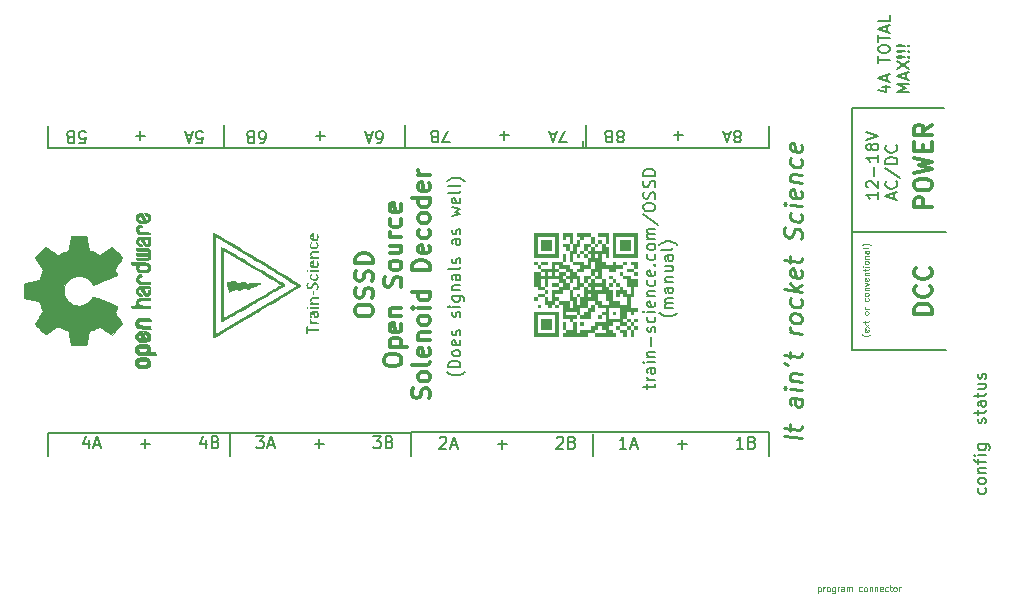
<source format=gbr>
%TF.GenerationSoftware,KiCad,Pcbnew,7.0.7*%
%TF.CreationDate,2023-10-17T22:55:22+02:00*%
%TF.ProjectId,OSSD_front_panel,4f535344-5f66-4726-9f6e-745f70616e65,rev?*%
%TF.SameCoordinates,Original*%
%TF.FileFunction,Legend,Top*%
%TF.FilePolarity,Positive*%
%FSLAX46Y46*%
G04 Gerber Fmt 4.6, Leading zero omitted, Abs format (unit mm)*
G04 Created by KiCad (PCBNEW 7.0.7) date 2023-10-17 22:55:22*
%MOMM*%
%LPD*%
G01*
G04 APERTURE LIST*
%ADD10C,0.150000*%
%ADD11C,0.225000*%
%ADD12C,0.075000*%
%ADD13C,0.300000*%
%ADD14C,0.010000*%
%ADD15C,3.200000*%
G04 APERTURE END LIST*
D10*
X110000000Y-79588300D02*
X110000000Y-81426000D01*
X178000000Y-78000000D02*
X185799000Y-78000000D01*
X171000000Y-107485700D02*
X171000000Y-105500000D01*
X155249000Y-81351150D02*
X155249000Y-80851150D01*
X124833000Y-79450300D02*
X124833000Y-81288000D01*
X178000000Y-98500000D02*
X186000000Y-98500000D01*
X171000000Y-79581150D02*
X171000000Y-81418850D01*
X178000000Y-88500000D02*
X186000000Y-88500000D01*
X140700700Y-105507150D02*
X140700700Y-107492850D01*
X140209000Y-79450300D02*
X140209000Y-81436000D01*
X125397400Y-107492850D02*
X125397400Y-105507150D01*
X156076700Y-107465000D02*
X156076700Y-105627300D01*
X178000000Y-78000000D02*
X178000000Y-98500000D01*
X171000000Y-105500000D02*
X110000000Y-105507150D01*
X140209000Y-79450300D02*
X140209000Y-81436000D01*
X110000000Y-107492850D02*
X110000000Y-105507150D01*
X110000000Y-81426000D02*
X171000000Y-81418850D01*
X155509000Y-79500000D02*
X155509000Y-81371150D01*
D11*
X173804728Y-106003759D02*
X172304728Y-105816259D01*
X172804728Y-105378759D02*
X172804728Y-104807330D01*
X172304728Y-105101973D02*
X173590442Y-105262688D01*
X173590442Y-105262688D02*
X173733300Y-105209116D01*
X173733300Y-105209116D02*
X173804728Y-105075188D01*
X173804728Y-105075188D02*
X173804728Y-104932330D01*
X173804728Y-102646616D02*
X173019014Y-102548402D01*
X173019014Y-102548402D02*
X172876157Y-102601973D01*
X172876157Y-102601973D02*
X172804728Y-102735902D01*
X172804728Y-102735902D02*
X172804728Y-103021616D01*
X172804728Y-103021616D02*
X172876157Y-103173402D01*
X173733300Y-102637688D02*
X173804728Y-102789473D01*
X173804728Y-102789473D02*
X173804728Y-103146616D01*
X173804728Y-103146616D02*
X173733300Y-103280545D01*
X173733300Y-103280545D02*
X173590442Y-103334116D01*
X173590442Y-103334116D02*
X173447585Y-103316259D01*
X173447585Y-103316259D02*
X173304728Y-103226973D01*
X173304728Y-103226973D02*
X173233300Y-103075188D01*
X173233300Y-103075188D02*
X173233300Y-102718045D01*
X173233300Y-102718045D02*
X173161871Y-102566259D01*
X173804728Y-101932330D02*
X172804728Y-101807330D01*
X172304728Y-101744830D02*
X172376157Y-101825187D01*
X172376157Y-101825187D02*
X172447585Y-101762687D01*
X172447585Y-101762687D02*
X172376157Y-101682330D01*
X172376157Y-101682330D02*
X172304728Y-101744830D01*
X172304728Y-101744830D02*
X172447585Y-101762687D01*
X172804728Y-101093044D02*
X173804728Y-101218044D01*
X172947585Y-101110901D02*
X172876157Y-101030544D01*
X172876157Y-101030544D02*
X172804728Y-100878759D01*
X172804728Y-100878759D02*
X172804728Y-100664473D01*
X172804728Y-100664473D02*
X172876157Y-100530544D01*
X172876157Y-100530544D02*
X173019014Y-100476973D01*
X173019014Y-100476973D02*
X173804728Y-100575187D01*
X172304728Y-99601973D02*
X172590442Y-99780544D01*
X172804728Y-99235901D02*
X172804728Y-98664472D01*
X172304728Y-98959115D02*
X173590442Y-99119830D01*
X173590442Y-99119830D02*
X173733300Y-99066258D01*
X173733300Y-99066258D02*
X173804728Y-98932330D01*
X173804728Y-98932330D02*
X173804728Y-98789472D01*
X173804728Y-97146615D02*
X172804728Y-97021615D01*
X173090442Y-97057330D02*
X172947585Y-96968044D01*
X172947585Y-96968044D02*
X172876157Y-96887687D01*
X172876157Y-96887687D02*
X172804728Y-96735901D01*
X172804728Y-96735901D02*
X172804728Y-96593044D01*
X173804728Y-96003759D02*
X173733300Y-96137687D01*
X173733300Y-96137687D02*
X173661871Y-96200187D01*
X173661871Y-96200187D02*
X173519014Y-96253759D01*
X173519014Y-96253759D02*
X173090442Y-96200187D01*
X173090442Y-96200187D02*
X172947585Y-96110901D01*
X172947585Y-96110901D02*
X172876157Y-96030544D01*
X172876157Y-96030544D02*
X172804728Y-95878759D01*
X172804728Y-95878759D02*
X172804728Y-95664473D01*
X172804728Y-95664473D02*
X172876157Y-95530544D01*
X172876157Y-95530544D02*
X172947585Y-95468044D01*
X172947585Y-95468044D02*
X173090442Y-95414473D01*
X173090442Y-95414473D02*
X173519014Y-95468044D01*
X173519014Y-95468044D02*
X173661871Y-95557330D01*
X173661871Y-95557330D02*
X173733300Y-95637687D01*
X173733300Y-95637687D02*
X173804728Y-95789473D01*
X173804728Y-95789473D02*
X173804728Y-96003759D01*
X173733300Y-94209116D02*
X173804728Y-94360901D01*
X173804728Y-94360901D02*
X173804728Y-94646616D01*
X173804728Y-94646616D02*
X173733300Y-94780544D01*
X173733300Y-94780544D02*
X173661871Y-94843044D01*
X173661871Y-94843044D02*
X173519014Y-94896616D01*
X173519014Y-94896616D02*
X173090442Y-94843044D01*
X173090442Y-94843044D02*
X172947585Y-94753758D01*
X172947585Y-94753758D02*
X172876157Y-94673401D01*
X172876157Y-94673401D02*
X172804728Y-94521616D01*
X172804728Y-94521616D02*
X172804728Y-94235901D01*
X172804728Y-94235901D02*
X172876157Y-94101973D01*
X173804728Y-93575187D02*
X172304728Y-93387687D01*
X173233300Y-93360902D02*
X173804728Y-93003759D01*
X172804728Y-92878759D02*
X173376157Y-93521616D01*
X173733300Y-91780544D02*
X173804728Y-91932330D01*
X173804728Y-91932330D02*
X173804728Y-92218044D01*
X173804728Y-92218044D02*
X173733300Y-92351973D01*
X173733300Y-92351973D02*
X173590442Y-92405544D01*
X173590442Y-92405544D02*
X173019014Y-92334116D01*
X173019014Y-92334116D02*
X172876157Y-92244830D01*
X172876157Y-92244830D02*
X172804728Y-92093044D01*
X172804728Y-92093044D02*
X172804728Y-91807330D01*
X172804728Y-91807330D02*
X172876157Y-91673401D01*
X172876157Y-91673401D02*
X173019014Y-91619830D01*
X173019014Y-91619830D02*
X173161871Y-91637687D01*
X173161871Y-91637687D02*
X173304728Y-92369830D01*
X172804728Y-91164473D02*
X172804728Y-90593044D01*
X172304728Y-90887687D02*
X173590442Y-91048402D01*
X173590442Y-91048402D02*
X173733300Y-90994830D01*
X173733300Y-90994830D02*
X173804728Y-90860902D01*
X173804728Y-90860902D02*
X173804728Y-90718044D01*
X173733300Y-89137687D02*
X173804728Y-88932330D01*
X173804728Y-88932330D02*
X173804728Y-88575187D01*
X173804728Y-88575187D02*
X173733300Y-88423402D01*
X173733300Y-88423402D02*
X173661871Y-88343044D01*
X173661871Y-88343044D02*
X173519014Y-88253759D01*
X173519014Y-88253759D02*
X173376157Y-88235902D01*
X173376157Y-88235902D02*
X173233300Y-88289473D01*
X173233300Y-88289473D02*
X173161871Y-88351973D01*
X173161871Y-88351973D02*
X173090442Y-88485902D01*
X173090442Y-88485902D02*
X173019014Y-88762687D01*
X173019014Y-88762687D02*
X172947585Y-88896616D01*
X172947585Y-88896616D02*
X172876157Y-88959116D01*
X172876157Y-88959116D02*
X172733300Y-89012687D01*
X172733300Y-89012687D02*
X172590442Y-88994830D01*
X172590442Y-88994830D02*
X172447585Y-88905544D01*
X172447585Y-88905544D02*
X172376157Y-88825187D01*
X172376157Y-88825187D02*
X172304728Y-88673402D01*
X172304728Y-88673402D02*
X172304728Y-88316259D01*
X172304728Y-88316259D02*
X172376157Y-88110902D01*
X173733300Y-86994831D02*
X173804728Y-87146616D01*
X173804728Y-87146616D02*
X173804728Y-87432331D01*
X173804728Y-87432331D02*
X173733300Y-87566259D01*
X173733300Y-87566259D02*
X173661871Y-87628759D01*
X173661871Y-87628759D02*
X173519014Y-87682331D01*
X173519014Y-87682331D02*
X173090442Y-87628759D01*
X173090442Y-87628759D02*
X172947585Y-87539473D01*
X172947585Y-87539473D02*
X172876157Y-87459116D01*
X172876157Y-87459116D02*
X172804728Y-87307331D01*
X172804728Y-87307331D02*
X172804728Y-87021616D01*
X172804728Y-87021616D02*
X172876157Y-86887688D01*
X173804728Y-86360902D02*
X172804728Y-86235902D01*
X172304728Y-86173402D02*
X172376157Y-86253759D01*
X172376157Y-86253759D02*
X172447585Y-86191259D01*
X172447585Y-86191259D02*
X172376157Y-86110902D01*
X172376157Y-86110902D02*
X172304728Y-86173402D01*
X172304728Y-86173402D02*
X172447585Y-86191259D01*
X173733300Y-85066259D02*
X173804728Y-85218045D01*
X173804728Y-85218045D02*
X173804728Y-85503759D01*
X173804728Y-85503759D02*
X173733300Y-85637688D01*
X173733300Y-85637688D02*
X173590442Y-85691259D01*
X173590442Y-85691259D02*
X173019014Y-85619831D01*
X173019014Y-85619831D02*
X172876157Y-85530545D01*
X172876157Y-85530545D02*
X172804728Y-85378759D01*
X172804728Y-85378759D02*
X172804728Y-85093045D01*
X172804728Y-85093045D02*
X172876157Y-84959116D01*
X172876157Y-84959116D02*
X173019014Y-84905545D01*
X173019014Y-84905545D02*
X173161871Y-84923402D01*
X173161871Y-84923402D02*
X173304728Y-85655545D01*
X172804728Y-84235902D02*
X173804728Y-84360902D01*
X172947585Y-84253759D02*
X172876157Y-84173402D01*
X172876157Y-84173402D02*
X172804728Y-84021617D01*
X172804728Y-84021617D02*
X172804728Y-83807331D01*
X172804728Y-83807331D02*
X172876157Y-83673402D01*
X172876157Y-83673402D02*
X173019014Y-83619831D01*
X173019014Y-83619831D02*
X173804728Y-83718045D01*
X173733300Y-82351974D02*
X173804728Y-82503759D01*
X173804728Y-82503759D02*
X173804728Y-82789474D01*
X173804728Y-82789474D02*
X173733300Y-82923402D01*
X173733300Y-82923402D02*
X173661871Y-82985902D01*
X173661871Y-82985902D02*
X173519014Y-83039474D01*
X173519014Y-83039474D02*
X173090442Y-82985902D01*
X173090442Y-82985902D02*
X172947585Y-82896616D01*
X172947585Y-82896616D02*
X172876157Y-82816259D01*
X172876157Y-82816259D02*
X172804728Y-82664474D01*
X172804728Y-82664474D02*
X172804728Y-82378759D01*
X172804728Y-82378759D02*
X172876157Y-82244831D01*
X173733300Y-81137688D02*
X173804728Y-81289474D01*
X173804728Y-81289474D02*
X173804728Y-81575188D01*
X173804728Y-81575188D02*
X173733300Y-81709117D01*
X173733300Y-81709117D02*
X173590442Y-81762688D01*
X173590442Y-81762688D02*
X173019014Y-81691260D01*
X173019014Y-81691260D02*
X172876157Y-81601974D01*
X172876157Y-81601974D02*
X172804728Y-81450188D01*
X172804728Y-81450188D02*
X172804728Y-81164474D01*
X172804728Y-81164474D02*
X172876157Y-81030545D01*
X172876157Y-81030545D02*
X173019014Y-80976974D01*
X173019014Y-80976974D02*
X173161871Y-80994831D01*
X173161871Y-80994831D02*
X173304728Y-81726974D01*
D12*
X175168389Y-118601576D02*
X175168389Y-119101576D01*
X175168389Y-118625385D02*
X175216008Y-118601576D01*
X175216008Y-118601576D02*
X175311246Y-118601576D01*
X175311246Y-118601576D02*
X175358865Y-118625385D01*
X175358865Y-118625385D02*
X175382675Y-118649195D01*
X175382675Y-118649195D02*
X175406484Y-118696814D01*
X175406484Y-118696814D02*
X175406484Y-118839671D01*
X175406484Y-118839671D02*
X175382675Y-118887290D01*
X175382675Y-118887290D02*
X175358865Y-118911100D01*
X175358865Y-118911100D02*
X175311246Y-118934909D01*
X175311246Y-118934909D02*
X175216008Y-118934909D01*
X175216008Y-118934909D02*
X175168389Y-118911100D01*
X175620770Y-118934909D02*
X175620770Y-118601576D01*
X175620770Y-118696814D02*
X175644580Y-118649195D01*
X175644580Y-118649195D02*
X175668389Y-118625385D01*
X175668389Y-118625385D02*
X175716008Y-118601576D01*
X175716008Y-118601576D02*
X175763627Y-118601576D01*
X176001723Y-118934909D02*
X175954104Y-118911100D01*
X175954104Y-118911100D02*
X175930294Y-118887290D01*
X175930294Y-118887290D02*
X175906485Y-118839671D01*
X175906485Y-118839671D02*
X175906485Y-118696814D01*
X175906485Y-118696814D02*
X175930294Y-118649195D01*
X175930294Y-118649195D02*
X175954104Y-118625385D01*
X175954104Y-118625385D02*
X176001723Y-118601576D01*
X176001723Y-118601576D02*
X176073151Y-118601576D01*
X176073151Y-118601576D02*
X176120770Y-118625385D01*
X176120770Y-118625385D02*
X176144580Y-118649195D01*
X176144580Y-118649195D02*
X176168389Y-118696814D01*
X176168389Y-118696814D02*
X176168389Y-118839671D01*
X176168389Y-118839671D02*
X176144580Y-118887290D01*
X176144580Y-118887290D02*
X176120770Y-118911100D01*
X176120770Y-118911100D02*
X176073151Y-118934909D01*
X176073151Y-118934909D02*
X176001723Y-118934909D01*
X176596961Y-118601576D02*
X176596961Y-119006338D01*
X176596961Y-119006338D02*
X176573151Y-119053957D01*
X176573151Y-119053957D02*
X176549342Y-119077766D01*
X176549342Y-119077766D02*
X176501723Y-119101576D01*
X176501723Y-119101576D02*
X176430294Y-119101576D01*
X176430294Y-119101576D02*
X176382675Y-119077766D01*
X176596961Y-118911100D02*
X176549342Y-118934909D01*
X176549342Y-118934909D02*
X176454104Y-118934909D01*
X176454104Y-118934909D02*
X176406485Y-118911100D01*
X176406485Y-118911100D02*
X176382675Y-118887290D01*
X176382675Y-118887290D02*
X176358866Y-118839671D01*
X176358866Y-118839671D02*
X176358866Y-118696814D01*
X176358866Y-118696814D02*
X176382675Y-118649195D01*
X176382675Y-118649195D02*
X176406485Y-118625385D01*
X176406485Y-118625385D02*
X176454104Y-118601576D01*
X176454104Y-118601576D02*
X176549342Y-118601576D01*
X176549342Y-118601576D02*
X176596961Y-118625385D01*
X176835056Y-118934909D02*
X176835056Y-118601576D01*
X176835056Y-118696814D02*
X176858866Y-118649195D01*
X176858866Y-118649195D02*
X176882675Y-118625385D01*
X176882675Y-118625385D02*
X176930294Y-118601576D01*
X176930294Y-118601576D02*
X176977913Y-118601576D01*
X177358866Y-118934909D02*
X177358866Y-118673004D01*
X177358866Y-118673004D02*
X177335056Y-118625385D01*
X177335056Y-118625385D02*
X177287437Y-118601576D01*
X177287437Y-118601576D02*
X177192199Y-118601576D01*
X177192199Y-118601576D02*
X177144580Y-118625385D01*
X177358866Y-118911100D02*
X177311247Y-118934909D01*
X177311247Y-118934909D02*
X177192199Y-118934909D01*
X177192199Y-118934909D02*
X177144580Y-118911100D01*
X177144580Y-118911100D02*
X177120771Y-118863480D01*
X177120771Y-118863480D02*
X177120771Y-118815861D01*
X177120771Y-118815861D02*
X177144580Y-118768242D01*
X177144580Y-118768242D02*
X177192199Y-118744433D01*
X177192199Y-118744433D02*
X177311247Y-118744433D01*
X177311247Y-118744433D02*
X177358866Y-118720623D01*
X177596961Y-118934909D02*
X177596961Y-118601576D01*
X177596961Y-118649195D02*
X177620771Y-118625385D01*
X177620771Y-118625385D02*
X177668390Y-118601576D01*
X177668390Y-118601576D02*
X177739818Y-118601576D01*
X177739818Y-118601576D02*
X177787437Y-118625385D01*
X177787437Y-118625385D02*
X177811247Y-118673004D01*
X177811247Y-118673004D02*
X177811247Y-118934909D01*
X177811247Y-118673004D02*
X177835056Y-118625385D01*
X177835056Y-118625385D02*
X177882675Y-118601576D01*
X177882675Y-118601576D02*
X177954104Y-118601576D01*
X177954104Y-118601576D02*
X178001723Y-118625385D01*
X178001723Y-118625385D02*
X178025533Y-118673004D01*
X178025533Y-118673004D02*
X178025533Y-118934909D01*
X178858866Y-118911100D02*
X178811247Y-118934909D01*
X178811247Y-118934909D02*
X178716009Y-118934909D01*
X178716009Y-118934909D02*
X178668390Y-118911100D01*
X178668390Y-118911100D02*
X178644580Y-118887290D01*
X178644580Y-118887290D02*
X178620771Y-118839671D01*
X178620771Y-118839671D02*
X178620771Y-118696814D01*
X178620771Y-118696814D02*
X178644580Y-118649195D01*
X178644580Y-118649195D02*
X178668390Y-118625385D01*
X178668390Y-118625385D02*
X178716009Y-118601576D01*
X178716009Y-118601576D02*
X178811247Y-118601576D01*
X178811247Y-118601576D02*
X178858866Y-118625385D01*
X179144580Y-118934909D02*
X179096961Y-118911100D01*
X179096961Y-118911100D02*
X179073151Y-118887290D01*
X179073151Y-118887290D02*
X179049342Y-118839671D01*
X179049342Y-118839671D02*
X179049342Y-118696814D01*
X179049342Y-118696814D02*
X179073151Y-118649195D01*
X179073151Y-118649195D02*
X179096961Y-118625385D01*
X179096961Y-118625385D02*
X179144580Y-118601576D01*
X179144580Y-118601576D02*
X179216008Y-118601576D01*
X179216008Y-118601576D02*
X179263627Y-118625385D01*
X179263627Y-118625385D02*
X179287437Y-118649195D01*
X179287437Y-118649195D02*
X179311246Y-118696814D01*
X179311246Y-118696814D02*
X179311246Y-118839671D01*
X179311246Y-118839671D02*
X179287437Y-118887290D01*
X179287437Y-118887290D02*
X179263627Y-118911100D01*
X179263627Y-118911100D02*
X179216008Y-118934909D01*
X179216008Y-118934909D02*
X179144580Y-118934909D01*
X179525532Y-118601576D02*
X179525532Y-118934909D01*
X179525532Y-118649195D02*
X179549342Y-118625385D01*
X179549342Y-118625385D02*
X179596961Y-118601576D01*
X179596961Y-118601576D02*
X179668389Y-118601576D01*
X179668389Y-118601576D02*
X179716008Y-118625385D01*
X179716008Y-118625385D02*
X179739818Y-118673004D01*
X179739818Y-118673004D02*
X179739818Y-118934909D01*
X179977913Y-118601576D02*
X179977913Y-118934909D01*
X179977913Y-118649195D02*
X180001723Y-118625385D01*
X180001723Y-118625385D02*
X180049342Y-118601576D01*
X180049342Y-118601576D02*
X180120770Y-118601576D01*
X180120770Y-118601576D02*
X180168389Y-118625385D01*
X180168389Y-118625385D02*
X180192199Y-118673004D01*
X180192199Y-118673004D02*
X180192199Y-118934909D01*
X180620770Y-118911100D02*
X180573151Y-118934909D01*
X180573151Y-118934909D02*
X180477913Y-118934909D01*
X180477913Y-118934909D02*
X180430294Y-118911100D01*
X180430294Y-118911100D02*
X180406485Y-118863480D01*
X180406485Y-118863480D02*
X180406485Y-118673004D01*
X180406485Y-118673004D02*
X180430294Y-118625385D01*
X180430294Y-118625385D02*
X180477913Y-118601576D01*
X180477913Y-118601576D02*
X180573151Y-118601576D01*
X180573151Y-118601576D02*
X180620770Y-118625385D01*
X180620770Y-118625385D02*
X180644580Y-118673004D01*
X180644580Y-118673004D02*
X180644580Y-118720623D01*
X180644580Y-118720623D02*
X180406485Y-118768242D01*
X181073151Y-118911100D02*
X181025532Y-118934909D01*
X181025532Y-118934909D02*
X180930294Y-118934909D01*
X180930294Y-118934909D02*
X180882675Y-118911100D01*
X180882675Y-118911100D02*
X180858865Y-118887290D01*
X180858865Y-118887290D02*
X180835056Y-118839671D01*
X180835056Y-118839671D02*
X180835056Y-118696814D01*
X180835056Y-118696814D02*
X180858865Y-118649195D01*
X180858865Y-118649195D02*
X180882675Y-118625385D01*
X180882675Y-118625385D02*
X180930294Y-118601576D01*
X180930294Y-118601576D02*
X181025532Y-118601576D01*
X181025532Y-118601576D02*
X181073151Y-118625385D01*
X181216008Y-118601576D02*
X181406484Y-118601576D01*
X181287436Y-118434909D02*
X181287436Y-118863480D01*
X181287436Y-118863480D02*
X181311246Y-118911100D01*
X181311246Y-118911100D02*
X181358865Y-118934909D01*
X181358865Y-118934909D02*
X181406484Y-118934909D01*
X181644579Y-118934909D02*
X181596960Y-118911100D01*
X181596960Y-118911100D02*
X181573150Y-118887290D01*
X181573150Y-118887290D02*
X181549341Y-118839671D01*
X181549341Y-118839671D02*
X181549341Y-118696814D01*
X181549341Y-118696814D02*
X181573150Y-118649195D01*
X181573150Y-118649195D02*
X181596960Y-118625385D01*
X181596960Y-118625385D02*
X181644579Y-118601576D01*
X181644579Y-118601576D02*
X181716007Y-118601576D01*
X181716007Y-118601576D02*
X181763626Y-118625385D01*
X181763626Y-118625385D02*
X181787436Y-118649195D01*
X181787436Y-118649195D02*
X181811245Y-118696814D01*
X181811245Y-118696814D02*
X181811245Y-118839671D01*
X181811245Y-118839671D02*
X181787436Y-118887290D01*
X181787436Y-118887290D02*
X181763626Y-118911100D01*
X181763626Y-118911100D02*
X181716007Y-118934909D01*
X181716007Y-118934909D02*
X181644579Y-118934909D01*
X182025531Y-118934909D02*
X182025531Y-118601576D01*
X182025531Y-118696814D02*
X182049341Y-118649195D01*
X182049341Y-118649195D02*
X182073150Y-118625385D01*
X182073150Y-118625385D02*
X182120769Y-118601576D01*
X182120769Y-118601576D02*
X182168388Y-118601576D01*
D10*
X145250771Y-100377506D02*
X145203152Y-100425125D01*
X145203152Y-100425125D02*
X145060295Y-100520363D01*
X145060295Y-100520363D02*
X144965057Y-100567982D01*
X144965057Y-100567982D02*
X144822200Y-100615601D01*
X144822200Y-100615601D02*
X144584104Y-100663220D01*
X144584104Y-100663220D02*
X144393628Y-100663220D01*
X144393628Y-100663220D02*
X144155533Y-100615601D01*
X144155533Y-100615601D02*
X144012676Y-100567982D01*
X144012676Y-100567982D02*
X143917438Y-100520363D01*
X143917438Y-100520363D02*
X143774580Y-100425125D01*
X143774580Y-100425125D02*
X143726961Y-100377506D01*
X144869819Y-99996553D02*
X143869819Y-99996553D01*
X143869819Y-99996553D02*
X143869819Y-99758458D01*
X143869819Y-99758458D02*
X143917438Y-99615601D01*
X143917438Y-99615601D02*
X144012676Y-99520363D01*
X144012676Y-99520363D02*
X144107914Y-99472744D01*
X144107914Y-99472744D02*
X144298390Y-99425125D01*
X144298390Y-99425125D02*
X144441247Y-99425125D01*
X144441247Y-99425125D02*
X144631723Y-99472744D01*
X144631723Y-99472744D02*
X144726961Y-99520363D01*
X144726961Y-99520363D02*
X144822200Y-99615601D01*
X144822200Y-99615601D02*
X144869819Y-99758458D01*
X144869819Y-99758458D02*
X144869819Y-99996553D01*
X144869819Y-98853696D02*
X144822200Y-98948934D01*
X144822200Y-98948934D02*
X144774580Y-98996553D01*
X144774580Y-98996553D02*
X144679342Y-99044172D01*
X144679342Y-99044172D02*
X144393628Y-99044172D01*
X144393628Y-99044172D02*
X144298390Y-98996553D01*
X144298390Y-98996553D02*
X144250771Y-98948934D01*
X144250771Y-98948934D02*
X144203152Y-98853696D01*
X144203152Y-98853696D02*
X144203152Y-98710839D01*
X144203152Y-98710839D02*
X144250771Y-98615601D01*
X144250771Y-98615601D02*
X144298390Y-98567982D01*
X144298390Y-98567982D02*
X144393628Y-98520363D01*
X144393628Y-98520363D02*
X144679342Y-98520363D01*
X144679342Y-98520363D02*
X144774580Y-98567982D01*
X144774580Y-98567982D02*
X144822200Y-98615601D01*
X144822200Y-98615601D02*
X144869819Y-98710839D01*
X144869819Y-98710839D02*
X144869819Y-98853696D01*
X144822200Y-97710839D02*
X144869819Y-97806077D01*
X144869819Y-97806077D02*
X144869819Y-97996553D01*
X144869819Y-97996553D02*
X144822200Y-98091791D01*
X144822200Y-98091791D02*
X144726961Y-98139410D01*
X144726961Y-98139410D02*
X144346009Y-98139410D01*
X144346009Y-98139410D02*
X144250771Y-98091791D01*
X144250771Y-98091791D02*
X144203152Y-97996553D01*
X144203152Y-97996553D02*
X144203152Y-97806077D01*
X144203152Y-97806077D02*
X144250771Y-97710839D01*
X144250771Y-97710839D02*
X144346009Y-97663220D01*
X144346009Y-97663220D02*
X144441247Y-97663220D01*
X144441247Y-97663220D02*
X144536485Y-98139410D01*
X144822200Y-97282267D02*
X144869819Y-97187029D01*
X144869819Y-97187029D02*
X144869819Y-96996553D01*
X144869819Y-96996553D02*
X144822200Y-96901315D01*
X144822200Y-96901315D02*
X144726961Y-96853696D01*
X144726961Y-96853696D02*
X144679342Y-96853696D01*
X144679342Y-96853696D02*
X144584104Y-96901315D01*
X144584104Y-96901315D02*
X144536485Y-96996553D01*
X144536485Y-96996553D02*
X144536485Y-97139410D01*
X144536485Y-97139410D02*
X144488866Y-97234648D01*
X144488866Y-97234648D02*
X144393628Y-97282267D01*
X144393628Y-97282267D02*
X144346009Y-97282267D01*
X144346009Y-97282267D02*
X144250771Y-97234648D01*
X144250771Y-97234648D02*
X144203152Y-97139410D01*
X144203152Y-97139410D02*
X144203152Y-96996553D01*
X144203152Y-96996553D02*
X144250771Y-96901315D01*
X144822200Y-95710838D02*
X144869819Y-95615600D01*
X144869819Y-95615600D02*
X144869819Y-95425124D01*
X144869819Y-95425124D02*
X144822200Y-95329886D01*
X144822200Y-95329886D02*
X144726961Y-95282267D01*
X144726961Y-95282267D02*
X144679342Y-95282267D01*
X144679342Y-95282267D02*
X144584104Y-95329886D01*
X144584104Y-95329886D02*
X144536485Y-95425124D01*
X144536485Y-95425124D02*
X144536485Y-95567981D01*
X144536485Y-95567981D02*
X144488866Y-95663219D01*
X144488866Y-95663219D02*
X144393628Y-95710838D01*
X144393628Y-95710838D02*
X144346009Y-95710838D01*
X144346009Y-95710838D02*
X144250771Y-95663219D01*
X144250771Y-95663219D02*
X144203152Y-95567981D01*
X144203152Y-95567981D02*
X144203152Y-95425124D01*
X144203152Y-95425124D02*
X144250771Y-95329886D01*
X144869819Y-94853695D02*
X144203152Y-94853695D01*
X143869819Y-94853695D02*
X143917438Y-94901314D01*
X143917438Y-94901314D02*
X143965057Y-94853695D01*
X143965057Y-94853695D02*
X143917438Y-94806076D01*
X143917438Y-94806076D02*
X143869819Y-94853695D01*
X143869819Y-94853695D02*
X143965057Y-94853695D01*
X144203152Y-93948934D02*
X145012676Y-93948934D01*
X145012676Y-93948934D02*
X145107914Y-93996553D01*
X145107914Y-93996553D02*
X145155533Y-94044172D01*
X145155533Y-94044172D02*
X145203152Y-94139410D01*
X145203152Y-94139410D02*
X145203152Y-94282267D01*
X145203152Y-94282267D02*
X145155533Y-94377505D01*
X144822200Y-93948934D02*
X144869819Y-94044172D01*
X144869819Y-94044172D02*
X144869819Y-94234648D01*
X144869819Y-94234648D02*
X144822200Y-94329886D01*
X144822200Y-94329886D02*
X144774580Y-94377505D01*
X144774580Y-94377505D02*
X144679342Y-94425124D01*
X144679342Y-94425124D02*
X144393628Y-94425124D01*
X144393628Y-94425124D02*
X144298390Y-94377505D01*
X144298390Y-94377505D02*
X144250771Y-94329886D01*
X144250771Y-94329886D02*
X144203152Y-94234648D01*
X144203152Y-94234648D02*
X144203152Y-94044172D01*
X144203152Y-94044172D02*
X144250771Y-93948934D01*
X144203152Y-93472743D02*
X144869819Y-93472743D01*
X144298390Y-93472743D02*
X144250771Y-93425124D01*
X144250771Y-93425124D02*
X144203152Y-93329886D01*
X144203152Y-93329886D02*
X144203152Y-93187029D01*
X144203152Y-93187029D02*
X144250771Y-93091791D01*
X144250771Y-93091791D02*
X144346009Y-93044172D01*
X144346009Y-93044172D02*
X144869819Y-93044172D01*
X144869819Y-92139410D02*
X144346009Y-92139410D01*
X144346009Y-92139410D02*
X144250771Y-92187029D01*
X144250771Y-92187029D02*
X144203152Y-92282267D01*
X144203152Y-92282267D02*
X144203152Y-92472743D01*
X144203152Y-92472743D02*
X144250771Y-92567981D01*
X144822200Y-92139410D02*
X144869819Y-92234648D01*
X144869819Y-92234648D02*
X144869819Y-92472743D01*
X144869819Y-92472743D02*
X144822200Y-92567981D01*
X144822200Y-92567981D02*
X144726961Y-92615600D01*
X144726961Y-92615600D02*
X144631723Y-92615600D01*
X144631723Y-92615600D02*
X144536485Y-92567981D01*
X144536485Y-92567981D02*
X144488866Y-92472743D01*
X144488866Y-92472743D02*
X144488866Y-92234648D01*
X144488866Y-92234648D02*
X144441247Y-92139410D01*
X144869819Y-91520362D02*
X144822200Y-91615600D01*
X144822200Y-91615600D02*
X144726961Y-91663219D01*
X144726961Y-91663219D02*
X143869819Y-91663219D01*
X144822200Y-91187028D02*
X144869819Y-91091790D01*
X144869819Y-91091790D02*
X144869819Y-90901314D01*
X144869819Y-90901314D02*
X144822200Y-90806076D01*
X144822200Y-90806076D02*
X144726961Y-90758457D01*
X144726961Y-90758457D02*
X144679342Y-90758457D01*
X144679342Y-90758457D02*
X144584104Y-90806076D01*
X144584104Y-90806076D02*
X144536485Y-90901314D01*
X144536485Y-90901314D02*
X144536485Y-91044171D01*
X144536485Y-91044171D02*
X144488866Y-91139409D01*
X144488866Y-91139409D02*
X144393628Y-91187028D01*
X144393628Y-91187028D02*
X144346009Y-91187028D01*
X144346009Y-91187028D02*
X144250771Y-91139409D01*
X144250771Y-91139409D02*
X144203152Y-91044171D01*
X144203152Y-91044171D02*
X144203152Y-90901314D01*
X144203152Y-90901314D02*
X144250771Y-90806076D01*
X144869819Y-89139409D02*
X144346009Y-89139409D01*
X144346009Y-89139409D02*
X144250771Y-89187028D01*
X144250771Y-89187028D02*
X144203152Y-89282266D01*
X144203152Y-89282266D02*
X144203152Y-89472742D01*
X144203152Y-89472742D02*
X144250771Y-89567980D01*
X144822200Y-89139409D02*
X144869819Y-89234647D01*
X144869819Y-89234647D02*
X144869819Y-89472742D01*
X144869819Y-89472742D02*
X144822200Y-89567980D01*
X144822200Y-89567980D02*
X144726961Y-89615599D01*
X144726961Y-89615599D02*
X144631723Y-89615599D01*
X144631723Y-89615599D02*
X144536485Y-89567980D01*
X144536485Y-89567980D02*
X144488866Y-89472742D01*
X144488866Y-89472742D02*
X144488866Y-89234647D01*
X144488866Y-89234647D02*
X144441247Y-89139409D01*
X144822200Y-88710837D02*
X144869819Y-88615599D01*
X144869819Y-88615599D02*
X144869819Y-88425123D01*
X144869819Y-88425123D02*
X144822200Y-88329885D01*
X144822200Y-88329885D02*
X144726961Y-88282266D01*
X144726961Y-88282266D02*
X144679342Y-88282266D01*
X144679342Y-88282266D02*
X144584104Y-88329885D01*
X144584104Y-88329885D02*
X144536485Y-88425123D01*
X144536485Y-88425123D02*
X144536485Y-88567980D01*
X144536485Y-88567980D02*
X144488866Y-88663218D01*
X144488866Y-88663218D02*
X144393628Y-88710837D01*
X144393628Y-88710837D02*
X144346009Y-88710837D01*
X144346009Y-88710837D02*
X144250771Y-88663218D01*
X144250771Y-88663218D02*
X144203152Y-88567980D01*
X144203152Y-88567980D02*
X144203152Y-88425123D01*
X144203152Y-88425123D02*
X144250771Y-88329885D01*
X144203152Y-87187027D02*
X144869819Y-86996551D01*
X144869819Y-86996551D02*
X144393628Y-86806075D01*
X144393628Y-86806075D02*
X144869819Y-86615599D01*
X144869819Y-86615599D02*
X144203152Y-86425123D01*
X144822200Y-85663218D02*
X144869819Y-85758456D01*
X144869819Y-85758456D02*
X144869819Y-85948932D01*
X144869819Y-85948932D02*
X144822200Y-86044170D01*
X144822200Y-86044170D02*
X144726961Y-86091789D01*
X144726961Y-86091789D02*
X144346009Y-86091789D01*
X144346009Y-86091789D02*
X144250771Y-86044170D01*
X144250771Y-86044170D02*
X144203152Y-85948932D01*
X144203152Y-85948932D02*
X144203152Y-85758456D01*
X144203152Y-85758456D02*
X144250771Y-85663218D01*
X144250771Y-85663218D02*
X144346009Y-85615599D01*
X144346009Y-85615599D02*
X144441247Y-85615599D01*
X144441247Y-85615599D02*
X144536485Y-86091789D01*
X144869819Y-85044170D02*
X144822200Y-85139408D01*
X144822200Y-85139408D02*
X144726961Y-85187027D01*
X144726961Y-85187027D02*
X143869819Y-85187027D01*
X144869819Y-84520360D02*
X144822200Y-84615598D01*
X144822200Y-84615598D02*
X144726961Y-84663217D01*
X144726961Y-84663217D02*
X143869819Y-84663217D01*
X145250771Y-84234645D02*
X145203152Y-84187026D01*
X145203152Y-84187026D02*
X145060295Y-84091788D01*
X145060295Y-84091788D02*
X144965057Y-84044169D01*
X144965057Y-84044169D02*
X144822200Y-83996550D01*
X144822200Y-83996550D02*
X144584104Y-83948931D01*
X144584104Y-83948931D02*
X144393628Y-83948931D01*
X144393628Y-83948931D02*
X144155533Y-83996550D01*
X144155533Y-83996550D02*
X144012676Y-84044169D01*
X144012676Y-84044169D02*
X143917438Y-84091788D01*
X143917438Y-84091788D02*
X143774580Y-84187026D01*
X143774580Y-84187026D02*
X143726961Y-84234645D01*
D13*
X135970828Y-95321427D02*
X135970828Y-95035713D01*
X135970828Y-95035713D02*
X136042257Y-94892856D01*
X136042257Y-94892856D02*
X136185114Y-94749999D01*
X136185114Y-94749999D02*
X136470828Y-94678570D01*
X136470828Y-94678570D02*
X136970828Y-94678570D01*
X136970828Y-94678570D02*
X137256542Y-94749999D01*
X137256542Y-94749999D02*
X137399400Y-94892856D01*
X137399400Y-94892856D02*
X137470828Y-95035713D01*
X137470828Y-95035713D02*
X137470828Y-95321427D01*
X137470828Y-95321427D02*
X137399400Y-95464285D01*
X137399400Y-95464285D02*
X137256542Y-95607142D01*
X137256542Y-95607142D02*
X136970828Y-95678570D01*
X136970828Y-95678570D02*
X136470828Y-95678570D01*
X136470828Y-95678570D02*
X136185114Y-95607142D01*
X136185114Y-95607142D02*
X136042257Y-95464285D01*
X136042257Y-95464285D02*
X135970828Y-95321427D01*
X137399400Y-94107141D02*
X137470828Y-93892856D01*
X137470828Y-93892856D02*
X137470828Y-93535713D01*
X137470828Y-93535713D02*
X137399400Y-93392856D01*
X137399400Y-93392856D02*
X137327971Y-93321427D01*
X137327971Y-93321427D02*
X137185114Y-93249998D01*
X137185114Y-93249998D02*
X137042257Y-93249998D01*
X137042257Y-93249998D02*
X136899400Y-93321427D01*
X136899400Y-93321427D02*
X136827971Y-93392856D01*
X136827971Y-93392856D02*
X136756542Y-93535713D01*
X136756542Y-93535713D02*
X136685114Y-93821427D01*
X136685114Y-93821427D02*
X136613685Y-93964284D01*
X136613685Y-93964284D02*
X136542257Y-94035713D01*
X136542257Y-94035713D02*
X136399400Y-94107141D01*
X136399400Y-94107141D02*
X136256542Y-94107141D01*
X136256542Y-94107141D02*
X136113685Y-94035713D01*
X136113685Y-94035713D02*
X136042257Y-93964284D01*
X136042257Y-93964284D02*
X135970828Y-93821427D01*
X135970828Y-93821427D02*
X135970828Y-93464284D01*
X135970828Y-93464284D02*
X136042257Y-93249998D01*
X137399400Y-92678570D02*
X137470828Y-92464285D01*
X137470828Y-92464285D02*
X137470828Y-92107142D01*
X137470828Y-92107142D02*
X137399400Y-91964285D01*
X137399400Y-91964285D02*
X137327971Y-91892856D01*
X137327971Y-91892856D02*
X137185114Y-91821427D01*
X137185114Y-91821427D02*
X137042257Y-91821427D01*
X137042257Y-91821427D02*
X136899400Y-91892856D01*
X136899400Y-91892856D02*
X136827971Y-91964285D01*
X136827971Y-91964285D02*
X136756542Y-92107142D01*
X136756542Y-92107142D02*
X136685114Y-92392856D01*
X136685114Y-92392856D02*
X136613685Y-92535713D01*
X136613685Y-92535713D02*
X136542257Y-92607142D01*
X136542257Y-92607142D02*
X136399400Y-92678570D01*
X136399400Y-92678570D02*
X136256542Y-92678570D01*
X136256542Y-92678570D02*
X136113685Y-92607142D01*
X136113685Y-92607142D02*
X136042257Y-92535713D01*
X136042257Y-92535713D02*
X135970828Y-92392856D01*
X135970828Y-92392856D02*
X135970828Y-92035713D01*
X135970828Y-92035713D02*
X136042257Y-91821427D01*
X137470828Y-91178571D02*
X135970828Y-91178571D01*
X135970828Y-91178571D02*
X135970828Y-90821428D01*
X135970828Y-90821428D02*
X136042257Y-90607142D01*
X136042257Y-90607142D02*
X136185114Y-90464285D01*
X136185114Y-90464285D02*
X136327971Y-90392856D01*
X136327971Y-90392856D02*
X136613685Y-90321428D01*
X136613685Y-90321428D02*
X136827971Y-90321428D01*
X136827971Y-90321428D02*
X137113685Y-90392856D01*
X137113685Y-90392856D02*
X137256542Y-90464285D01*
X137256542Y-90464285D02*
X137399400Y-90607142D01*
X137399400Y-90607142D02*
X137470828Y-90821428D01*
X137470828Y-90821428D02*
X137470828Y-91178571D01*
X138385828Y-99535713D02*
X138385828Y-99249999D01*
X138385828Y-99249999D02*
X138457257Y-99107142D01*
X138457257Y-99107142D02*
X138600114Y-98964285D01*
X138600114Y-98964285D02*
X138885828Y-98892856D01*
X138885828Y-98892856D02*
X139385828Y-98892856D01*
X139385828Y-98892856D02*
X139671542Y-98964285D01*
X139671542Y-98964285D02*
X139814400Y-99107142D01*
X139814400Y-99107142D02*
X139885828Y-99249999D01*
X139885828Y-99249999D02*
X139885828Y-99535713D01*
X139885828Y-99535713D02*
X139814400Y-99678571D01*
X139814400Y-99678571D02*
X139671542Y-99821428D01*
X139671542Y-99821428D02*
X139385828Y-99892856D01*
X139385828Y-99892856D02*
X138885828Y-99892856D01*
X138885828Y-99892856D02*
X138600114Y-99821428D01*
X138600114Y-99821428D02*
X138457257Y-99678571D01*
X138457257Y-99678571D02*
X138385828Y-99535713D01*
X138885828Y-98249999D02*
X140385828Y-98249999D01*
X138957257Y-98249999D02*
X138885828Y-98107142D01*
X138885828Y-98107142D02*
X138885828Y-97821427D01*
X138885828Y-97821427D02*
X138957257Y-97678570D01*
X138957257Y-97678570D02*
X139028685Y-97607142D01*
X139028685Y-97607142D02*
X139171542Y-97535713D01*
X139171542Y-97535713D02*
X139600114Y-97535713D01*
X139600114Y-97535713D02*
X139742971Y-97607142D01*
X139742971Y-97607142D02*
X139814400Y-97678570D01*
X139814400Y-97678570D02*
X139885828Y-97821427D01*
X139885828Y-97821427D02*
X139885828Y-98107142D01*
X139885828Y-98107142D02*
X139814400Y-98249999D01*
X139814400Y-96321427D02*
X139885828Y-96464284D01*
X139885828Y-96464284D02*
X139885828Y-96749999D01*
X139885828Y-96749999D02*
X139814400Y-96892856D01*
X139814400Y-96892856D02*
X139671542Y-96964284D01*
X139671542Y-96964284D02*
X139100114Y-96964284D01*
X139100114Y-96964284D02*
X138957257Y-96892856D01*
X138957257Y-96892856D02*
X138885828Y-96749999D01*
X138885828Y-96749999D02*
X138885828Y-96464284D01*
X138885828Y-96464284D02*
X138957257Y-96321427D01*
X138957257Y-96321427D02*
X139100114Y-96249999D01*
X139100114Y-96249999D02*
X139242971Y-96249999D01*
X139242971Y-96249999D02*
X139385828Y-96964284D01*
X138885828Y-95607142D02*
X139885828Y-95607142D01*
X139028685Y-95607142D02*
X138957257Y-95535713D01*
X138957257Y-95535713D02*
X138885828Y-95392856D01*
X138885828Y-95392856D02*
X138885828Y-95178570D01*
X138885828Y-95178570D02*
X138957257Y-95035713D01*
X138957257Y-95035713D02*
X139100114Y-94964285D01*
X139100114Y-94964285D02*
X139885828Y-94964285D01*
X139814400Y-93178570D02*
X139885828Y-92964285D01*
X139885828Y-92964285D02*
X139885828Y-92607142D01*
X139885828Y-92607142D02*
X139814400Y-92464285D01*
X139814400Y-92464285D02*
X139742971Y-92392856D01*
X139742971Y-92392856D02*
X139600114Y-92321427D01*
X139600114Y-92321427D02*
X139457257Y-92321427D01*
X139457257Y-92321427D02*
X139314400Y-92392856D01*
X139314400Y-92392856D02*
X139242971Y-92464285D01*
X139242971Y-92464285D02*
X139171542Y-92607142D01*
X139171542Y-92607142D02*
X139100114Y-92892856D01*
X139100114Y-92892856D02*
X139028685Y-93035713D01*
X139028685Y-93035713D02*
X138957257Y-93107142D01*
X138957257Y-93107142D02*
X138814400Y-93178570D01*
X138814400Y-93178570D02*
X138671542Y-93178570D01*
X138671542Y-93178570D02*
X138528685Y-93107142D01*
X138528685Y-93107142D02*
X138457257Y-93035713D01*
X138457257Y-93035713D02*
X138385828Y-92892856D01*
X138385828Y-92892856D02*
X138385828Y-92535713D01*
X138385828Y-92535713D02*
X138457257Y-92321427D01*
X139885828Y-91464285D02*
X139814400Y-91607142D01*
X139814400Y-91607142D02*
X139742971Y-91678571D01*
X139742971Y-91678571D02*
X139600114Y-91749999D01*
X139600114Y-91749999D02*
X139171542Y-91749999D01*
X139171542Y-91749999D02*
X139028685Y-91678571D01*
X139028685Y-91678571D02*
X138957257Y-91607142D01*
X138957257Y-91607142D02*
X138885828Y-91464285D01*
X138885828Y-91464285D02*
X138885828Y-91249999D01*
X138885828Y-91249999D02*
X138957257Y-91107142D01*
X138957257Y-91107142D02*
X139028685Y-91035714D01*
X139028685Y-91035714D02*
X139171542Y-90964285D01*
X139171542Y-90964285D02*
X139600114Y-90964285D01*
X139600114Y-90964285D02*
X139742971Y-91035714D01*
X139742971Y-91035714D02*
X139814400Y-91107142D01*
X139814400Y-91107142D02*
X139885828Y-91249999D01*
X139885828Y-91249999D02*
X139885828Y-91464285D01*
X138885828Y-89678571D02*
X139885828Y-89678571D01*
X138885828Y-90321428D02*
X139671542Y-90321428D01*
X139671542Y-90321428D02*
X139814400Y-90249999D01*
X139814400Y-90249999D02*
X139885828Y-90107142D01*
X139885828Y-90107142D02*
X139885828Y-89892856D01*
X139885828Y-89892856D02*
X139814400Y-89749999D01*
X139814400Y-89749999D02*
X139742971Y-89678571D01*
X139885828Y-88964285D02*
X138885828Y-88964285D01*
X139171542Y-88964285D02*
X139028685Y-88892856D01*
X139028685Y-88892856D02*
X138957257Y-88821428D01*
X138957257Y-88821428D02*
X138885828Y-88678570D01*
X138885828Y-88678570D02*
X138885828Y-88535713D01*
X139814400Y-87392857D02*
X139885828Y-87535714D01*
X139885828Y-87535714D02*
X139885828Y-87821428D01*
X139885828Y-87821428D02*
X139814400Y-87964285D01*
X139814400Y-87964285D02*
X139742971Y-88035714D01*
X139742971Y-88035714D02*
X139600114Y-88107142D01*
X139600114Y-88107142D02*
X139171542Y-88107142D01*
X139171542Y-88107142D02*
X139028685Y-88035714D01*
X139028685Y-88035714D02*
X138957257Y-87964285D01*
X138957257Y-87964285D02*
X138885828Y-87821428D01*
X138885828Y-87821428D02*
X138885828Y-87535714D01*
X138885828Y-87535714D02*
X138957257Y-87392857D01*
X139814400Y-86178571D02*
X139885828Y-86321428D01*
X139885828Y-86321428D02*
X139885828Y-86607143D01*
X139885828Y-86607143D02*
X139814400Y-86750000D01*
X139814400Y-86750000D02*
X139671542Y-86821428D01*
X139671542Y-86821428D02*
X139100114Y-86821428D01*
X139100114Y-86821428D02*
X138957257Y-86750000D01*
X138957257Y-86750000D02*
X138885828Y-86607143D01*
X138885828Y-86607143D02*
X138885828Y-86321428D01*
X138885828Y-86321428D02*
X138957257Y-86178571D01*
X138957257Y-86178571D02*
X139100114Y-86107143D01*
X139100114Y-86107143D02*
X139242971Y-86107143D01*
X139242971Y-86107143D02*
X139385828Y-86821428D01*
X142229400Y-102607141D02*
X142300828Y-102392856D01*
X142300828Y-102392856D02*
X142300828Y-102035713D01*
X142300828Y-102035713D02*
X142229400Y-101892856D01*
X142229400Y-101892856D02*
X142157971Y-101821427D01*
X142157971Y-101821427D02*
X142015114Y-101749998D01*
X142015114Y-101749998D02*
X141872257Y-101749998D01*
X141872257Y-101749998D02*
X141729400Y-101821427D01*
X141729400Y-101821427D02*
X141657971Y-101892856D01*
X141657971Y-101892856D02*
X141586542Y-102035713D01*
X141586542Y-102035713D02*
X141515114Y-102321427D01*
X141515114Y-102321427D02*
X141443685Y-102464284D01*
X141443685Y-102464284D02*
X141372257Y-102535713D01*
X141372257Y-102535713D02*
X141229400Y-102607141D01*
X141229400Y-102607141D02*
X141086542Y-102607141D01*
X141086542Y-102607141D02*
X140943685Y-102535713D01*
X140943685Y-102535713D02*
X140872257Y-102464284D01*
X140872257Y-102464284D02*
X140800828Y-102321427D01*
X140800828Y-102321427D02*
X140800828Y-101964284D01*
X140800828Y-101964284D02*
X140872257Y-101749998D01*
X142300828Y-100892856D02*
X142229400Y-101035713D01*
X142229400Y-101035713D02*
X142157971Y-101107142D01*
X142157971Y-101107142D02*
X142015114Y-101178570D01*
X142015114Y-101178570D02*
X141586542Y-101178570D01*
X141586542Y-101178570D02*
X141443685Y-101107142D01*
X141443685Y-101107142D02*
X141372257Y-101035713D01*
X141372257Y-101035713D02*
X141300828Y-100892856D01*
X141300828Y-100892856D02*
X141300828Y-100678570D01*
X141300828Y-100678570D02*
X141372257Y-100535713D01*
X141372257Y-100535713D02*
X141443685Y-100464285D01*
X141443685Y-100464285D02*
X141586542Y-100392856D01*
X141586542Y-100392856D02*
X142015114Y-100392856D01*
X142015114Y-100392856D02*
X142157971Y-100464285D01*
X142157971Y-100464285D02*
X142229400Y-100535713D01*
X142229400Y-100535713D02*
X142300828Y-100678570D01*
X142300828Y-100678570D02*
X142300828Y-100892856D01*
X142300828Y-99535713D02*
X142229400Y-99678570D01*
X142229400Y-99678570D02*
X142086542Y-99749999D01*
X142086542Y-99749999D02*
X140800828Y-99749999D01*
X142229400Y-98392856D02*
X142300828Y-98535713D01*
X142300828Y-98535713D02*
X142300828Y-98821428D01*
X142300828Y-98821428D02*
X142229400Y-98964285D01*
X142229400Y-98964285D02*
X142086542Y-99035713D01*
X142086542Y-99035713D02*
X141515114Y-99035713D01*
X141515114Y-99035713D02*
X141372257Y-98964285D01*
X141372257Y-98964285D02*
X141300828Y-98821428D01*
X141300828Y-98821428D02*
X141300828Y-98535713D01*
X141300828Y-98535713D02*
X141372257Y-98392856D01*
X141372257Y-98392856D02*
X141515114Y-98321428D01*
X141515114Y-98321428D02*
X141657971Y-98321428D01*
X141657971Y-98321428D02*
X141800828Y-99035713D01*
X141300828Y-97678571D02*
X142300828Y-97678571D01*
X141443685Y-97678571D02*
X141372257Y-97607142D01*
X141372257Y-97607142D02*
X141300828Y-97464285D01*
X141300828Y-97464285D02*
X141300828Y-97249999D01*
X141300828Y-97249999D02*
X141372257Y-97107142D01*
X141372257Y-97107142D02*
X141515114Y-97035714D01*
X141515114Y-97035714D02*
X142300828Y-97035714D01*
X142300828Y-96107142D02*
X142229400Y-96249999D01*
X142229400Y-96249999D02*
X142157971Y-96321428D01*
X142157971Y-96321428D02*
X142015114Y-96392856D01*
X142015114Y-96392856D02*
X141586542Y-96392856D01*
X141586542Y-96392856D02*
X141443685Y-96321428D01*
X141443685Y-96321428D02*
X141372257Y-96249999D01*
X141372257Y-96249999D02*
X141300828Y-96107142D01*
X141300828Y-96107142D02*
X141300828Y-95892856D01*
X141300828Y-95892856D02*
X141372257Y-95749999D01*
X141372257Y-95749999D02*
X141443685Y-95678571D01*
X141443685Y-95678571D02*
X141586542Y-95607142D01*
X141586542Y-95607142D02*
X142015114Y-95607142D01*
X142015114Y-95607142D02*
X142157971Y-95678571D01*
X142157971Y-95678571D02*
X142229400Y-95749999D01*
X142229400Y-95749999D02*
X142300828Y-95892856D01*
X142300828Y-95892856D02*
X142300828Y-96107142D01*
X142300828Y-94964285D02*
X141300828Y-94964285D01*
X140800828Y-94964285D02*
X140872257Y-95035713D01*
X140872257Y-95035713D02*
X140943685Y-94964285D01*
X140943685Y-94964285D02*
X140872257Y-94892856D01*
X140872257Y-94892856D02*
X140800828Y-94964285D01*
X140800828Y-94964285D02*
X140943685Y-94964285D01*
X142300828Y-93607142D02*
X140800828Y-93607142D01*
X142229400Y-93607142D02*
X142300828Y-93749999D01*
X142300828Y-93749999D02*
X142300828Y-94035713D01*
X142300828Y-94035713D02*
X142229400Y-94178570D01*
X142229400Y-94178570D02*
X142157971Y-94249999D01*
X142157971Y-94249999D02*
X142015114Y-94321427D01*
X142015114Y-94321427D02*
X141586542Y-94321427D01*
X141586542Y-94321427D02*
X141443685Y-94249999D01*
X141443685Y-94249999D02*
X141372257Y-94178570D01*
X141372257Y-94178570D02*
X141300828Y-94035713D01*
X141300828Y-94035713D02*
X141300828Y-93749999D01*
X141300828Y-93749999D02*
X141372257Y-93607142D01*
X142300828Y-91749999D02*
X140800828Y-91749999D01*
X140800828Y-91749999D02*
X140800828Y-91392856D01*
X140800828Y-91392856D02*
X140872257Y-91178570D01*
X140872257Y-91178570D02*
X141015114Y-91035713D01*
X141015114Y-91035713D02*
X141157971Y-90964284D01*
X141157971Y-90964284D02*
X141443685Y-90892856D01*
X141443685Y-90892856D02*
X141657971Y-90892856D01*
X141657971Y-90892856D02*
X141943685Y-90964284D01*
X141943685Y-90964284D02*
X142086542Y-91035713D01*
X142086542Y-91035713D02*
X142229400Y-91178570D01*
X142229400Y-91178570D02*
X142300828Y-91392856D01*
X142300828Y-91392856D02*
X142300828Y-91749999D01*
X142229400Y-89678570D02*
X142300828Y-89821427D01*
X142300828Y-89821427D02*
X142300828Y-90107142D01*
X142300828Y-90107142D02*
X142229400Y-90249999D01*
X142229400Y-90249999D02*
X142086542Y-90321427D01*
X142086542Y-90321427D02*
X141515114Y-90321427D01*
X141515114Y-90321427D02*
X141372257Y-90249999D01*
X141372257Y-90249999D02*
X141300828Y-90107142D01*
X141300828Y-90107142D02*
X141300828Y-89821427D01*
X141300828Y-89821427D02*
X141372257Y-89678570D01*
X141372257Y-89678570D02*
X141515114Y-89607142D01*
X141515114Y-89607142D02*
X141657971Y-89607142D01*
X141657971Y-89607142D02*
X141800828Y-90321427D01*
X142229400Y-88321428D02*
X142300828Y-88464285D01*
X142300828Y-88464285D02*
X142300828Y-88749999D01*
X142300828Y-88749999D02*
X142229400Y-88892856D01*
X142229400Y-88892856D02*
X142157971Y-88964285D01*
X142157971Y-88964285D02*
X142015114Y-89035713D01*
X142015114Y-89035713D02*
X141586542Y-89035713D01*
X141586542Y-89035713D02*
X141443685Y-88964285D01*
X141443685Y-88964285D02*
X141372257Y-88892856D01*
X141372257Y-88892856D02*
X141300828Y-88749999D01*
X141300828Y-88749999D02*
X141300828Y-88464285D01*
X141300828Y-88464285D02*
X141372257Y-88321428D01*
X142300828Y-87464285D02*
X142229400Y-87607142D01*
X142229400Y-87607142D02*
X142157971Y-87678571D01*
X142157971Y-87678571D02*
X142015114Y-87749999D01*
X142015114Y-87749999D02*
X141586542Y-87749999D01*
X141586542Y-87749999D02*
X141443685Y-87678571D01*
X141443685Y-87678571D02*
X141372257Y-87607142D01*
X141372257Y-87607142D02*
X141300828Y-87464285D01*
X141300828Y-87464285D02*
X141300828Y-87249999D01*
X141300828Y-87249999D02*
X141372257Y-87107142D01*
X141372257Y-87107142D02*
X141443685Y-87035714D01*
X141443685Y-87035714D02*
X141586542Y-86964285D01*
X141586542Y-86964285D02*
X142015114Y-86964285D01*
X142015114Y-86964285D02*
X142157971Y-87035714D01*
X142157971Y-87035714D02*
X142229400Y-87107142D01*
X142229400Y-87107142D02*
X142300828Y-87249999D01*
X142300828Y-87249999D02*
X142300828Y-87464285D01*
X142300828Y-85678571D02*
X140800828Y-85678571D01*
X142229400Y-85678571D02*
X142300828Y-85821428D01*
X142300828Y-85821428D02*
X142300828Y-86107142D01*
X142300828Y-86107142D02*
X142229400Y-86249999D01*
X142229400Y-86249999D02*
X142157971Y-86321428D01*
X142157971Y-86321428D02*
X142015114Y-86392856D01*
X142015114Y-86392856D02*
X141586542Y-86392856D01*
X141586542Y-86392856D02*
X141443685Y-86321428D01*
X141443685Y-86321428D02*
X141372257Y-86249999D01*
X141372257Y-86249999D02*
X141300828Y-86107142D01*
X141300828Y-86107142D02*
X141300828Y-85821428D01*
X141300828Y-85821428D02*
X141372257Y-85678571D01*
X142229400Y-84392856D02*
X142300828Y-84535713D01*
X142300828Y-84535713D02*
X142300828Y-84821428D01*
X142300828Y-84821428D02*
X142229400Y-84964285D01*
X142229400Y-84964285D02*
X142086542Y-85035713D01*
X142086542Y-85035713D02*
X141515114Y-85035713D01*
X141515114Y-85035713D02*
X141372257Y-84964285D01*
X141372257Y-84964285D02*
X141300828Y-84821428D01*
X141300828Y-84821428D02*
X141300828Y-84535713D01*
X141300828Y-84535713D02*
X141372257Y-84392856D01*
X141372257Y-84392856D02*
X141515114Y-84321428D01*
X141515114Y-84321428D02*
X141657971Y-84321428D01*
X141657971Y-84321428D02*
X141800828Y-85035713D01*
X142300828Y-83678571D02*
X141300828Y-83678571D01*
X141586542Y-83678571D02*
X141443685Y-83607142D01*
X141443685Y-83607142D02*
X141372257Y-83535714D01*
X141372257Y-83535714D02*
X141300828Y-83392856D01*
X141300828Y-83392856D02*
X141300828Y-83249999D01*
D10*
X122534030Y-81003180D02*
X123010220Y-81003180D01*
X123010220Y-81003180D02*
X123057839Y-80526990D01*
X123057839Y-80526990D02*
X123010220Y-80574609D01*
X123010220Y-80574609D02*
X122914982Y-80622228D01*
X122914982Y-80622228D02*
X122676887Y-80622228D01*
X122676887Y-80622228D02*
X122581649Y-80574609D01*
X122581649Y-80574609D02*
X122534030Y-80526990D01*
X122534030Y-80526990D02*
X122486411Y-80431752D01*
X122486411Y-80431752D02*
X122486411Y-80193657D01*
X122486411Y-80193657D02*
X122534030Y-80098419D01*
X122534030Y-80098419D02*
X122581649Y-80050800D01*
X122581649Y-80050800D02*
X122676887Y-80003180D01*
X122676887Y-80003180D02*
X122914982Y-80003180D01*
X122914982Y-80003180D02*
X123010220Y-80050800D01*
X123010220Y-80050800D02*
X123057839Y-80098419D01*
X122105458Y-80288895D02*
X121629268Y-80288895D01*
X122200696Y-80003180D02*
X121867363Y-81003180D01*
X121867363Y-81003180D02*
X121534030Y-80003180D01*
X118153076Y-80384133D02*
X117391172Y-80384133D01*
X117772124Y-80003180D02*
X117772124Y-80765085D01*
X112629266Y-81003180D02*
X113105456Y-81003180D01*
X113105456Y-81003180D02*
X113153075Y-80526990D01*
X113153075Y-80526990D02*
X113105456Y-80574609D01*
X113105456Y-80574609D02*
X113010218Y-80622228D01*
X113010218Y-80622228D02*
X112772123Y-80622228D01*
X112772123Y-80622228D02*
X112676885Y-80574609D01*
X112676885Y-80574609D02*
X112629266Y-80526990D01*
X112629266Y-80526990D02*
X112581647Y-80431752D01*
X112581647Y-80431752D02*
X112581647Y-80193657D01*
X112581647Y-80193657D02*
X112629266Y-80098419D01*
X112629266Y-80098419D02*
X112676885Y-80050800D01*
X112676885Y-80050800D02*
X112772123Y-80003180D01*
X112772123Y-80003180D02*
X113010218Y-80003180D01*
X113010218Y-80003180D02*
X113105456Y-80050800D01*
X113105456Y-80050800D02*
X113153075Y-80098419D01*
X111819742Y-80526990D02*
X111676885Y-80479371D01*
X111676885Y-80479371D02*
X111629266Y-80431752D01*
X111629266Y-80431752D02*
X111581647Y-80336514D01*
X111581647Y-80336514D02*
X111581647Y-80193657D01*
X111581647Y-80193657D02*
X111629266Y-80098419D01*
X111629266Y-80098419D02*
X111676885Y-80050800D01*
X111676885Y-80050800D02*
X111772123Y-80003180D01*
X111772123Y-80003180D02*
X112153075Y-80003180D01*
X112153075Y-80003180D02*
X112153075Y-81003180D01*
X112153075Y-81003180D02*
X111819742Y-81003180D01*
X111819742Y-81003180D02*
X111724504Y-80955561D01*
X111724504Y-80955561D02*
X111676885Y-80907942D01*
X111676885Y-80907942D02*
X111629266Y-80812704D01*
X111629266Y-80812704D02*
X111629266Y-80717466D01*
X111629266Y-80717466D02*
X111676885Y-80622228D01*
X111676885Y-80622228D02*
X111724504Y-80574609D01*
X111724504Y-80574609D02*
X111819742Y-80526990D01*
X111819742Y-80526990D02*
X112153075Y-80526990D01*
X163250771Y-95377506D02*
X163203152Y-95425125D01*
X163203152Y-95425125D02*
X163060295Y-95520363D01*
X163060295Y-95520363D02*
X162965057Y-95567982D01*
X162965057Y-95567982D02*
X162822200Y-95615601D01*
X162822200Y-95615601D02*
X162584104Y-95663220D01*
X162584104Y-95663220D02*
X162393628Y-95663220D01*
X162393628Y-95663220D02*
X162155533Y-95615601D01*
X162155533Y-95615601D02*
X162012676Y-95567982D01*
X162012676Y-95567982D02*
X161917438Y-95520363D01*
X161917438Y-95520363D02*
X161774580Y-95425125D01*
X161774580Y-95425125D02*
X161726961Y-95377506D01*
X162869819Y-94996553D02*
X162203152Y-94996553D01*
X162298390Y-94996553D02*
X162250771Y-94948934D01*
X162250771Y-94948934D02*
X162203152Y-94853696D01*
X162203152Y-94853696D02*
X162203152Y-94710839D01*
X162203152Y-94710839D02*
X162250771Y-94615601D01*
X162250771Y-94615601D02*
X162346009Y-94567982D01*
X162346009Y-94567982D02*
X162869819Y-94567982D01*
X162346009Y-94567982D02*
X162250771Y-94520363D01*
X162250771Y-94520363D02*
X162203152Y-94425125D01*
X162203152Y-94425125D02*
X162203152Y-94282268D01*
X162203152Y-94282268D02*
X162250771Y-94187029D01*
X162250771Y-94187029D02*
X162346009Y-94139410D01*
X162346009Y-94139410D02*
X162869819Y-94139410D01*
X162869819Y-93234649D02*
X162346009Y-93234649D01*
X162346009Y-93234649D02*
X162250771Y-93282268D01*
X162250771Y-93282268D02*
X162203152Y-93377506D01*
X162203152Y-93377506D02*
X162203152Y-93567982D01*
X162203152Y-93567982D02*
X162250771Y-93663220D01*
X162822200Y-93234649D02*
X162869819Y-93329887D01*
X162869819Y-93329887D02*
X162869819Y-93567982D01*
X162869819Y-93567982D02*
X162822200Y-93663220D01*
X162822200Y-93663220D02*
X162726961Y-93710839D01*
X162726961Y-93710839D02*
X162631723Y-93710839D01*
X162631723Y-93710839D02*
X162536485Y-93663220D01*
X162536485Y-93663220D02*
X162488866Y-93567982D01*
X162488866Y-93567982D02*
X162488866Y-93329887D01*
X162488866Y-93329887D02*
X162441247Y-93234649D01*
X162203152Y-92758458D02*
X162869819Y-92758458D01*
X162298390Y-92758458D02*
X162250771Y-92710839D01*
X162250771Y-92710839D02*
X162203152Y-92615601D01*
X162203152Y-92615601D02*
X162203152Y-92472744D01*
X162203152Y-92472744D02*
X162250771Y-92377506D01*
X162250771Y-92377506D02*
X162346009Y-92329887D01*
X162346009Y-92329887D02*
X162869819Y-92329887D01*
X162203152Y-91425125D02*
X162869819Y-91425125D01*
X162203152Y-91853696D02*
X162726961Y-91853696D01*
X162726961Y-91853696D02*
X162822200Y-91806077D01*
X162822200Y-91806077D02*
X162869819Y-91710839D01*
X162869819Y-91710839D02*
X162869819Y-91567982D01*
X162869819Y-91567982D02*
X162822200Y-91472744D01*
X162822200Y-91472744D02*
X162774580Y-91425125D01*
X162869819Y-90520363D02*
X162346009Y-90520363D01*
X162346009Y-90520363D02*
X162250771Y-90567982D01*
X162250771Y-90567982D02*
X162203152Y-90663220D01*
X162203152Y-90663220D02*
X162203152Y-90853696D01*
X162203152Y-90853696D02*
X162250771Y-90948934D01*
X162822200Y-90520363D02*
X162869819Y-90615601D01*
X162869819Y-90615601D02*
X162869819Y-90853696D01*
X162869819Y-90853696D02*
X162822200Y-90948934D01*
X162822200Y-90948934D02*
X162726961Y-90996553D01*
X162726961Y-90996553D02*
X162631723Y-90996553D01*
X162631723Y-90996553D02*
X162536485Y-90948934D01*
X162536485Y-90948934D02*
X162488866Y-90853696D01*
X162488866Y-90853696D02*
X162488866Y-90615601D01*
X162488866Y-90615601D02*
X162441247Y-90520363D01*
X162869819Y-89901315D02*
X162822200Y-89996553D01*
X162822200Y-89996553D02*
X162726961Y-90044172D01*
X162726961Y-90044172D02*
X161869819Y-90044172D01*
X163250771Y-89615600D02*
X163203152Y-89567981D01*
X163203152Y-89567981D02*
X163060295Y-89472743D01*
X163060295Y-89472743D02*
X162965057Y-89425124D01*
X162965057Y-89425124D02*
X162822200Y-89377505D01*
X162822200Y-89377505D02*
X162584104Y-89329886D01*
X162584104Y-89329886D02*
X162393628Y-89329886D01*
X162393628Y-89329886D02*
X162155533Y-89377505D01*
X162155533Y-89377505D02*
X162012676Y-89425124D01*
X162012676Y-89425124D02*
X161917438Y-89472743D01*
X161917438Y-89472743D02*
X161774580Y-89567981D01*
X161774580Y-89567981D02*
X161726961Y-89615600D01*
X189322200Y-110234649D02*
X189369819Y-110329887D01*
X189369819Y-110329887D02*
X189369819Y-110520363D01*
X189369819Y-110520363D02*
X189322200Y-110615601D01*
X189322200Y-110615601D02*
X189274580Y-110663220D01*
X189274580Y-110663220D02*
X189179342Y-110710839D01*
X189179342Y-110710839D02*
X188893628Y-110710839D01*
X188893628Y-110710839D02*
X188798390Y-110663220D01*
X188798390Y-110663220D02*
X188750771Y-110615601D01*
X188750771Y-110615601D02*
X188703152Y-110520363D01*
X188703152Y-110520363D02*
X188703152Y-110329887D01*
X188703152Y-110329887D02*
X188750771Y-110234649D01*
X189369819Y-109663220D02*
X189322200Y-109758458D01*
X189322200Y-109758458D02*
X189274580Y-109806077D01*
X189274580Y-109806077D02*
X189179342Y-109853696D01*
X189179342Y-109853696D02*
X188893628Y-109853696D01*
X188893628Y-109853696D02*
X188798390Y-109806077D01*
X188798390Y-109806077D02*
X188750771Y-109758458D01*
X188750771Y-109758458D02*
X188703152Y-109663220D01*
X188703152Y-109663220D02*
X188703152Y-109520363D01*
X188703152Y-109520363D02*
X188750771Y-109425125D01*
X188750771Y-109425125D02*
X188798390Y-109377506D01*
X188798390Y-109377506D02*
X188893628Y-109329887D01*
X188893628Y-109329887D02*
X189179342Y-109329887D01*
X189179342Y-109329887D02*
X189274580Y-109377506D01*
X189274580Y-109377506D02*
X189322200Y-109425125D01*
X189322200Y-109425125D02*
X189369819Y-109520363D01*
X189369819Y-109520363D02*
X189369819Y-109663220D01*
X188703152Y-108901315D02*
X189369819Y-108901315D01*
X188798390Y-108901315D02*
X188750771Y-108853696D01*
X188750771Y-108853696D02*
X188703152Y-108758458D01*
X188703152Y-108758458D02*
X188703152Y-108615601D01*
X188703152Y-108615601D02*
X188750771Y-108520363D01*
X188750771Y-108520363D02*
X188846009Y-108472744D01*
X188846009Y-108472744D02*
X189369819Y-108472744D01*
X188703152Y-108139410D02*
X188703152Y-107758458D01*
X189369819Y-107996553D02*
X188512676Y-107996553D01*
X188512676Y-107996553D02*
X188417438Y-107948934D01*
X188417438Y-107948934D02*
X188369819Y-107853696D01*
X188369819Y-107853696D02*
X188369819Y-107758458D01*
X189369819Y-107425124D02*
X188703152Y-107425124D01*
X188369819Y-107425124D02*
X188417438Y-107472743D01*
X188417438Y-107472743D02*
X188465057Y-107425124D01*
X188465057Y-107425124D02*
X188417438Y-107377505D01*
X188417438Y-107377505D02*
X188369819Y-107425124D01*
X188369819Y-107425124D02*
X188465057Y-107425124D01*
X188703152Y-106520363D02*
X189512676Y-106520363D01*
X189512676Y-106520363D02*
X189607914Y-106567982D01*
X189607914Y-106567982D02*
X189655533Y-106615601D01*
X189655533Y-106615601D02*
X189703152Y-106710839D01*
X189703152Y-106710839D02*
X189703152Y-106853696D01*
X189703152Y-106853696D02*
X189655533Y-106948934D01*
X189322200Y-106520363D02*
X189369819Y-106615601D01*
X189369819Y-106615601D02*
X189369819Y-106806077D01*
X189369819Y-106806077D02*
X189322200Y-106901315D01*
X189322200Y-106901315D02*
X189274580Y-106948934D01*
X189274580Y-106948934D02*
X189179342Y-106996553D01*
X189179342Y-106996553D02*
X188893628Y-106996553D01*
X188893628Y-106996553D02*
X188798390Y-106948934D01*
X188798390Y-106948934D02*
X188750771Y-106901315D01*
X188750771Y-106901315D02*
X188703152Y-106806077D01*
X188703152Y-106806077D02*
X188703152Y-106615601D01*
X188703152Y-106615601D02*
X188750771Y-106520363D01*
D12*
X179625385Y-97188753D02*
X179601576Y-97212562D01*
X179601576Y-97212562D02*
X179530147Y-97260181D01*
X179530147Y-97260181D02*
X179482528Y-97283991D01*
X179482528Y-97283991D02*
X179411100Y-97307800D01*
X179411100Y-97307800D02*
X179292052Y-97331610D01*
X179292052Y-97331610D02*
X179196814Y-97331610D01*
X179196814Y-97331610D02*
X179077766Y-97307800D01*
X179077766Y-97307800D02*
X179006338Y-97283991D01*
X179006338Y-97283991D02*
X178958719Y-97260181D01*
X178958719Y-97260181D02*
X178887290Y-97212562D01*
X178887290Y-97212562D02*
X178863480Y-97188753D01*
X179411100Y-96807801D02*
X179434909Y-96855420D01*
X179434909Y-96855420D02*
X179434909Y-96950658D01*
X179434909Y-96950658D02*
X179411100Y-96998277D01*
X179411100Y-96998277D02*
X179363480Y-97022086D01*
X179363480Y-97022086D02*
X179173004Y-97022086D01*
X179173004Y-97022086D02*
X179125385Y-96998277D01*
X179125385Y-96998277D02*
X179101576Y-96950658D01*
X179101576Y-96950658D02*
X179101576Y-96855420D01*
X179101576Y-96855420D02*
X179125385Y-96807801D01*
X179125385Y-96807801D02*
X179173004Y-96783991D01*
X179173004Y-96783991D02*
X179220623Y-96783991D01*
X179220623Y-96783991D02*
X179268242Y-97022086D01*
X179434909Y-96617325D02*
X179101576Y-96355420D01*
X179101576Y-96617325D02*
X179434909Y-96355420D01*
X179101576Y-96236372D02*
X179101576Y-96045896D01*
X178934909Y-96164944D02*
X179363480Y-96164944D01*
X179363480Y-96164944D02*
X179411100Y-96141134D01*
X179411100Y-96141134D02*
X179434909Y-96093515D01*
X179434909Y-96093515D02*
X179434909Y-96045896D01*
X179434909Y-95426849D02*
X179411100Y-95474468D01*
X179411100Y-95474468D02*
X179387290Y-95498278D01*
X179387290Y-95498278D02*
X179339671Y-95522087D01*
X179339671Y-95522087D02*
X179196814Y-95522087D01*
X179196814Y-95522087D02*
X179149195Y-95498278D01*
X179149195Y-95498278D02*
X179125385Y-95474468D01*
X179125385Y-95474468D02*
X179101576Y-95426849D01*
X179101576Y-95426849D02*
X179101576Y-95355421D01*
X179101576Y-95355421D02*
X179125385Y-95307802D01*
X179125385Y-95307802D02*
X179149195Y-95283992D01*
X179149195Y-95283992D02*
X179196814Y-95260183D01*
X179196814Y-95260183D02*
X179339671Y-95260183D01*
X179339671Y-95260183D02*
X179387290Y-95283992D01*
X179387290Y-95283992D02*
X179411100Y-95307802D01*
X179411100Y-95307802D02*
X179434909Y-95355421D01*
X179434909Y-95355421D02*
X179434909Y-95426849D01*
X179434909Y-95045897D02*
X179101576Y-95045897D01*
X179196814Y-95045897D02*
X179149195Y-95022087D01*
X179149195Y-95022087D02*
X179125385Y-94998278D01*
X179125385Y-94998278D02*
X179101576Y-94950659D01*
X179101576Y-94950659D02*
X179101576Y-94903040D01*
X179411100Y-94141135D02*
X179434909Y-94188754D01*
X179434909Y-94188754D02*
X179434909Y-94283992D01*
X179434909Y-94283992D02*
X179411100Y-94331611D01*
X179411100Y-94331611D02*
X179387290Y-94355421D01*
X179387290Y-94355421D02*
X179339671Y-94379230D01*
X179339671Y-94379230D02*
X179196814Y-94379230D01*
X179196814Y-94379230D02*
X179149195Y-94355421D01*
X179149195Y-94355421D02*
X179125385Y-94331611D01*
X179125385Y-94331611D02*
X179101576Y-94283992D01*
X179101576Y-94283992D02*
X179101576Y-94188754D01*
X179101576Y-94188754D02*
X179125385Y-94141135D01*
X179434909Y-93855421D02*
X179411100Y-93903040D01*
X179411100Y-93903040D02*
X179387290Y-93926850D01*
X179387290Y-93926850D02*
X179339671Y-93950659D01*
X179339671Y-93950659D02*
X179196814Y-93950659D01*
X179196814Y-93950659D02*
X179149195Y-93926850D01*
X179149195Y-93926850D02*
X179125385Y-93903040D01*
X179125385Y-93903040D02*
X179101576Y-93855421D01*
X179101576Y-93855421D02*
X179101576Y-93783993D01*
X179101576Y-93783993D02*
X179125385Y-93736374D01*
X179125385Y-93736374D02*
X179149195Y-93712564D01*
X179149195Y-93712564D02*
X179196814Y-93688755D01*
X179196814Y-93688755D02*
X179339671Y-93688755D01*
X179339671Y-93688755D02*
X179387290Y-93712564D01*
X179387290Y-93712564D02*
X179411100Y-93736374D01*
X179411100Y-93736374D02*
X179434909Y-93783993D01*
X179434909Y-93783993D02*
X179434909Y-93855421D01*
X179101576Y-93474469D02*
X179434909Y-93474469D01*
X179149195Y-93474469D02*
X179125385Y-93450659D01*
X179125385Y-93450659D02*
X179101576Y-93403040D01*
X179101576Y-93403040D02*
X179101576Y-93331612D01*
X179101576Y-93331612D02*
X179125385Y-93283993D01*
X179125385Y-93283993D02*
X179173004Y-93260183D01*
X179173004Y-93260183D02*
X179434909Y-93260183D01*
X179101576Y-93069707D02*
X179434909Y-92950659D01*
X179434909Y-92950659D02*
X179101576Y-92831612D01*
X179411100Y-92450660D02*
X179434909Y-92498279D01*
X179434909Y-92498279D02*
X179434909Y-92593517D01*
X179434909Y-92593517D02*
X179411100Y-92641136D01*
X179411100Y-92641136D02*
X179363480Y-92664945D01*
X179363480Y-92664945D02*
X179173004Y-92664945D01*
X179173004Y-92664945D02*
X179125385Y-92641136D01*
X179125385Y-92641136D02*
X179101576Y-92593517D01*
X179101576Y-92593517D02*
X179101576Y-92498279D01*
X179101576Y-92498279D02*
X179125385Y-92450660D01*
X179125385Y-92450660D02*
X179173004Y-92426850D01*
X179173004Y-92426850D02*
X179220623Y-92426850D01*
X179220623Y-92426850D02*
X179268242Y-92664945D01*
X179101576Y-92212565D02*
X179434909Y-92212565D01*
X179149195Y-92212565D02*
X179125385Y-92188755D01*
X179125385Y-92188755D02*
X179101576Y-92141136D01*
X179101576Y-92141136D02*
X179101576Y-92069708D01*
X179101576Y-92069708D02*
X179125385Y-92022089D01*
X179125385Y-92022089D02*
X179173004Y-91998279D01*
X179173004Y-91998279D02*
X179434909Y-91998279D01*
X179101576Y-91831612D02*
X179101576Y-91641136D01*
X178934909Y-91760184D02*
X179363480Y-91760184D01*
X179363480Y-91760184D02*
X179411100Y-91736374D01*
X179411100Y-91736374D02*
X179434909Y-91688755D01*
X179434909Y-91688755D02*
X179434909Y-91641136D01*
X179434909Y-91474470D02*
X179101576Y-91474470D01*
X178934909Y-91474470D02*
X178958719Y-91498279D01*
X178958719Y-91498279D02*
X178982528Y-91474470D01*
X178982528Y-91474470D02*
X178958719Y-91450660D01*
X178958719Y-91450660D02*
X178934909Y-91474470D01*
X178934909Y-91474470D02*
X178982528Y-91474470D01*
X179434909Y-91164946D02*
X179411100Y-91212565D01*
X179411100Y-91212565D02*
X179387290Y-91236375D01*
X179387290Y-91236375D02*
X179339671Y-91260184D01*
X179339671Y-91260184D02*
X179196814Y-91260184D01*
X179196814Y-91260184D02*
X179149195Y-91236375D01*
X179149195Y-91236375D02*
X179125385Y-91212565D01*
X179125385Y-91212565D02*
X179101576Y-91164946D01*
X179101576Y-91164946D02*
X179101576Y-91093518D01*
X179101576Y-91093518D02*
X179125385Y-91045899D01*
X179125385Y-91045899D02*
X179149195Y-91022089D01*
X179149195Y-91022089D02*
X179196814Y-90998280D01*
X179196814Y-90998280D02*
X179339671Y-90998280D01*
X179339671Y-90998280D02*
X179387290Y-91022089D01*
X179387290Y-91022089D02*
X179411100Y-91045899D01*
X179411100Y-91045899D02*
X179434909Y-91093518D01*
X179434909Y-91093518D02*
X179434909Y-91164946D01*
X179101576Y-90783994D02*
X179434909Y-90783994D01*
X179149195Y-90783994D02*
X179125385Y-90760184D01*
X179125385Y-90760184D02*
X179101576Y-90712565D01*
X179101576Y-90712565D02*
X179101576Y-90641137D01*
X179101576Y-90641137D02*
X179125385Y-90593518D01*
X179125385Y-90593518D02*
X179173004Y-90569708D01*
X179173004Y-90569708D02*
X179434909Y-90569708D01*
X179434909Y-90117327D02*
X179173004Y-90117327D01*
X179173004Y-90117327D02*
X179125385Y-90141137D01*
X179125385Y-90141137D02*
X179101576Y-90188756D01*
X179101576Y-90188756D02*
X179101576Y-90283994D01*
X179101576Y-90283994D02*
X179125385Y-90331613D01*
X179411100Y-90117327D02*
X179434909Y-90164946D01*
X179434909Y-90164946D02*
X179434909Y-90283994D01*
X179434909Y-90283994D02*
X179411100Y-90331613D01*
X179411100Y-90331613D02*
X179363480Y-90355422D01*
X179363480Y-90355422D02*
X179315861Y-90355422D01*
X179315861Y-90355422D02*
X179268242Y-90331613D01*
X179268242Y-90331613D02*
X179244433Y-90283994D01*
X179244433Y-90283994D02*
X179244433Y-90164946D01*
X179244433Y-90164946D02*
X179220623Y-90117327D01*
X179434909Y-89807803D02*
X179411100Y-89855422D01*
X179411100Y-89855422D02*
X179363480Y-89879232D01*
X179363480Y-89879232D02*
X178934909Y-89879232D01*
X179625385Y-89664946D02*
X179601576Y-89641136D01*
X179601576Y-89641136D02*
X179530147Y-89593517D01*
X179530147Y-89593517D02*
X179482528Y-89569708D01*
X179482528Y-89569708D02*
X179411100Y-89545898D01*
X179411100Y-89545898D02*
X179292052Y-89522089D01*
X179292052Y-89522089D02*
X179196814Y-89522089D01*
X179196814Y-89522089D02*
X179077766Y-89545898D01*
X179077766Y-89545898D02*
X179006338Y-89569708D01*
X179006338Y-89569708D02*
X178958719Y-89593517D01*
X178958719Y-89593517D02*
X178887290Y-89641136D01*
X178887290Y-89641136D02*
X178863480Y-89664946D01*
D10*
X189322200Y-104710839D02*
X189369819Y-104615601D01*
X189369819Y-104615601D02*
X189369819Y-104425125D01*
X189369819Y-104425125D02*
X189322200Y-104329887D01*
X189322200Y-104329887D02*
X189226961Y-104282268D01*
X189226961Y-104282268D02*
X189179342Y-104282268D01*
X189179342Y-104282268D02*
X189084104Y-104329887D01*
X189084104Y-104329887D02*
X189036485Y-104425125D01*
X189036485Y-104425125D02*
X189036485Y-104567982D01*
X189036485Y-104567982D02*
X188988866Y-104663220D01*
X188988866Y-104663220D02*
X188893628Y-104710839D01*
X188893628Y-104710839D02*
X188846009Y-104710839D01*
X188846009Y-104710839D02*
X188750771Y-104663220D01*
X188750771Y-104663220D02*
X188703152Y-104567982D01*
X188703152Y-104567982D02*
X188703152Y-104425125D01*
X188703152Y-104425125D02*
X188750771Y-104329887D01*
X188703152Y-103996553D02*
X188703152Y-103615601D01*
X188369819Y-103853696D02*
X189226961Y-103853696D01*
X189226961Y-103853696D02*
X189322200Y-103806077D01*
X189322200Y-103806077D02*
X189369819Y-103710839D01*
X189369819Y-103710839D02*
X189369819Y-103615601D01*
X189369819Y-102853696D02*
X188846009Y-102853696D01*
X188846009Y-102853696D02*
X188750771Y-102901315D01*
X188750771Y-102901315D02*
X188703152Y-102996553D01*
X188703152Y-102996553D02*
X188703152Y-103187029D01*
X188703152Y-103187029D02*
X188750771Y-103282267D01*
X189322200Y-102853696D02*
X189369819Y-102948934D01*
X189369819Y-102948934D02*
X189369819Y-103187029D01*
X189369819Y-103187029D02*
X189322200Y-103282267D01*
X189322200Y-103282267D02*
X189226961Y-103329886D01*
X189226961Y-103329886D02*
X189131723Y-103329886D01*
X189131723Y-103329886D02*
X189036485Y-103282267D01*
X189036485Y-103282267D02*
X188988866Y-103187029D01*
X188988866Y-103187029D02*
X188988866Y-102948934D01*
X188988866Y-102948934D02*
X188941247Y-102853696D01*
X188703152Y-102520362D02*
X188703152Y-102139410D01*
X188369819Y-102377505D02*
X189226961Y-102377505D01*
X189226961Y-102377505D02*
X189322200Y-102329886D01*
X189322200Y-102329886D02*
X189369819Y-102234648D01*
X189369819Y-102234648D02*
X189369819Y-102139410D01*
X188703152Y-101377505D02*
X189369819Y-101377505D01*
X188703152Y-101806076D02*
X189226961Y-101806076D01*
X189226961Y-101806076D02*
X189322200Y-101758457D01*
X189322200Y-101758457D02*
X189369819Y-101663219D01*
X189369819Y-101663219D02*
X189369819Y-101520362D01*
X189369819Y-101520362D02*
X189322200Y-101425124D01*
X189322200Y-101425124D02*
X189274580Y-101377505D01*
X189322200Y-100948933D02*
X189369819Y-100853695D01*
X189369819Y-100853695D02*
X189369819Y-100663219D01*
X189369819Y-100663219D02*
X189322200Y-100567981D01*
X189322200Y-100567981D02*
X189226961Y-100520362D01*
X189226961Y-100520362D02*
X189179342Y-100520362D01*
X189179342Y-100520362D02*
X189084104Y-100567981D01*
X189084104Y-100567981D02*
X189036485Y-100663219D01*
X189036485Y-100663219D02*
X189036485Y-100806076D01*
X189036485Y-100806076D02*
X188988866Y-100901314D01*
X188988866Y-100901314D02*
X188893628Y-100948933D01*
X188893628Y-100948933D02*
X188846009Y-100948933D01*
X188846009Y-100948933D02*
X188750771Y-100901314D01*
X188750771Y-100901314D02*
X188703152Y-100806076D01*
X188703152Y-100806076D02*
X188703152Y-100663219D01*
X188703152Y-100663219D02*
X188750771Y-100567981D01*
X127607241Y-105826819D02*
X128226288Y-105826819D01*
X128226288Y-105826819D02*
X127892955Y-106207771D01*
X127892955Y-106207771D02*
X128035812Y-106207771D01*
X128035812Y-106207771D02*
X128131050Y-106255390D01*
X128131050Y-106255390D02*
X128178669Y-106303009D01*
X128178669Y-106303009D02*
X128226288Y-106398247D01*
X128226288Y-106398247D02*
X128226288Y-106636342D01*
X128226288Y-106636342D02*
X128178669Y-106731580D01*
X128178669Y-106731580D02*
X128131050Y-106779200D01*
X128131050Y-106779200D02*
X128035812Y-106826819D01*
X128035812Y-106826819D02*
X127750098Y-106826819D01*
X127750098Y-106826819D02*
X127654860Y-106779200D01*
X127654860Y-106779200D02*
X127607241Y-106731580D01*
X128607241Y-106541104D02*
X129083431Y-106541104D01*
X128512003Y-106826819D02*
X128845336Y-105826819D01*
X128845336Y-105826819D02*
X129178669Y-106826819D01*
X132559623Y-106445866D02*
X133321528Y-106445866D01*
X132940575Y-106826819D02*
X132940575Y-106064914D01*
X137512005Y-105826819D02*
X138131052Y-105826819D01*
X138131052Y-105826819D02*
X137797719Y-106207771D01*
X137797719Y-106207771D02*
X137940576Y-106207771D01*
X137940576Y-106207771D02*
X138035814Y-106255390D01*
X138035814Y-106255390D02*
X138083433Y-106303009D01*
X138083433Y-106303009D02*
X138131052Y-106398247D01*
X138131052Y-106398247D02*
X138131052Y-106636342D01*
X138131052Y-106636342D02*
X138083433Y-106731580D01*
X138083433Y-106731580D02*
X138035814Y-106779200D01*
X138035814Y-106779200D02*
X137940576Y-106826819D01*
X137940576Y-106826819D02*
X137654862Y-106826819D01*
X137654862Y-106826819D02*
X137559624Y-106779200D01*
X137559624Y-106779200D02*
X137512005Y-106731580D01*
X138892957Y-106303009D02*
X139035814Y-106350628D01*
X139035814Y-106350628D02*
X139083433Y-106398247D01*
X139083433Y-106398247D02*
X139131052Y-106493485D01*
X139131052Y-106493485D02*
X139131052Y-106636342D01*
X139131052Y-106636342D02*
X139083433Y-106731580D01*
X139083433Y-106731580D02*
X139035814Y-106779200D01*
X139035814Y-106779200D02*
X138940576Y-106826819D01*
X138940576Y-106826819D02*
X138559624Y-106826819D01*
X138559624Y-106826819D02*
X138559624Y-105826819D01*
X138559624Y-105826819D02*
X138892957Y-105826819D01*
X138892957Y-105826819D02*
X138988195Y-105874438D01*
X138988195Y-105874438D02*
X139035814Y-105922057D01*
X139035814Y-105922057D02*
X139083433Y-106017295D01*
X139083433Y-106017295D02*
X139083433Y-106112533D01*
X139083433Y-106112533D02*
X139035814Y-106207771D01*
X139035814Y-106207771D02*
X138988195Y-106255390D01*
X138988195Y-106255390D02*
X138892957Y-106303009D01*
X138892957Y-106303009D02*
X138559624Y-106303009D01*
X168431363Y-80509759D02*
X168526601Y-80557378D01*
X168526601Y-80557378D02*
X168574220Y-80604997D01*
X168574220Y-80604997D02*
X168621839Y-80700235D01*
X168621839Y-80700235D02*
X168621839Y-80747854D01*
X168621839Y-80747854D02*
X168574220Y-80843092D01*
X168574220Y-80843092D02*
X168526601Y-80890711D01*
X168526601Y-80890711D02*
X168431363Y-80938330D01*
X168431363Y-80938330D02*
X168240887Y-80938330D01*
X168240887Y-80938330D02*
X168145649Y-80890711D01*
X168145649Y-80890711D02*
X168098030Y-80843092D01*
X168098030Y-80843092D02*
X168050411Y-80747854D01*
X168050411Y-80747854D02*
X168050411Y-80700235D01*
X168050411Y-80700235D02*
X168098030Y-80604997D01*
X168098030Y-80604997D02*
X168145649Y-80557378D01*
X168145649Y-80557378D02*
X168240887Y-80509759D01*
X168240887Y-80509759D02*
X168431363Y-80509759D01*
X168431363Y-80509759D02*
X168526601Y-80462140D01*
X168526601Y-80462140D02*
X168574220Y-80414521D01*
X168574220Y-80414521D02*
X168621839Y-80319283D01*
X168621839Y-80319283D02*
X168621839Y-80128807D01*
X168621839Y-80128807D02*
X168574220Y-80033569D01*
X168574220Y-80033569D02*
X168526601Y-79985950D01*
X168526601Y-79985950D02*
X168431363Y-79938330D01*
X168431363Y-79938330D02*
X168240887Y-79938330D01*
X168240887Y-79938330D02*
X168145649Y-79985950D01*
X168145649Y-79985950D02*
X168098030Y-80033569D01*
X168098030Y-80033569D02*
X168050411Y-80128807D01*
X168050411Y-80128807D02*
X168050411Y-80319283D01*
X168050411Y-80319283D02*
X168098030Y-80414521D01*
X168098030Y-80414521D02*
X168145649Y-80462140D01*
X168145649Y-80462140D02*
X168240887Y-80509759D01*
X167669458Y-80224045D02*
X167193268Y-80224045D01*
X167764696Y-79938330D02*
X167431363Y-80938330D01*
X167431363Y-80938330D02*
X167098030Y-79938330D01*
X163717076Y-80319283D02*
X162955172Y-80319283D01*
X163336124Y-79938330D02*
X163336124Y-80700235D01*
X158526599Y-80509759D02*
X158621837Y-80557378D01*
X158621837Y-80557378D02*
X158669456Y-80604997D01*
X158669456Y-80604997D02*
X158717075Y-80700235D01*
X158717075Y-80700235D02*
X158717075Y-80747854D01*
X158717075Y-80747854D02*
X158669456Y-80843092D01*
X158669456Y-80843092D02*
X158621837Y-80890711D01*
X158621837Y-80890711D02*
X158526599Y-80938330D01*
X158526599Y-80938330D02*
X158336123Y-80938330D01*
X158336123Y-80938330D02*
X158240885Y-80890711D01*
X158240885Y-80890711D02*
X158193266Y-80843092D01*
X158193266Y-80843092D02*
X158145647Y-80747854D01*
X158145647Y-80747854D02*
X158145647Y-80700235D01*
X158145647Y-80700235D02*
X158193266Y-80604997D01*
X158193266Y-80604997D02*
X158240885Y-80557378D01*
X158240885Y-80557378D02*
X158336123Y-80509759D01*
X158336123Y-80509759D02*
X158526599Y-80509759D01*
X158526599Y-80509759D02*
X158621837Y-80462140D01*
X158621837Y-80462140D02*
X158669456Y-80414521D01*
X158669456Y-80414521D02*
X158717075Y-80319283D01*
X158717075Y-80319283D02*
X158717075Y-80128807D01*
X158717075Y-80128807D02*
X158669456Y-80033569D01*
X158669456Y-80033569D02*
X158621837Y-79985950D01*
X158621837Y-79985950D02*
X158526599Y-79938330D01*
X158526599Y-79938330D02*
X158336123Y-79938330D01*
X158336123Y-79938330D02*
X158240885Y-79985950D01*
X158240885Y-79985950D02*
X158193266Y-80033569D01*
X158193266Y-80033569D02*
X158145647Y-80128807D01*
X158145647Y-80128807D02*
X158145647Y-80319283D01*
X158145647Y-80319283D02*
X158193266Y-80414521D01*
X158193266Y-80414521D02*
X158240885Y-80462140D01*
X158240885Y-80462140D02*
X158336123Y-80509759D01*
X157383742Y-80462140D02*
X157240885Y-80414521D01*
X157240885Y-80414521D02*
X157193266Y-80366902D01*
X157193266Y-80366902D02*
X157145647Y-80271664D01*
X157145647Y-80271664D02*
X157145647Y-80128807D01*
X157145647Y-80128807D02*
X157193266Y-80033569D01*
X157193266Y-80033569D02*
X157240885Y-79985950D01*
X157240885Y-79985950D02*
X157336123Y-79938330D01*
X157336123Y-79938330D02*
X157717075Y-79938330D01*
X157717075Y-79938330D02*
X157717075Y-80938330D01*
X157717075Y-80938330D02*
X157383742Y-80938330D01*
X157383742Y-80938330D02*
X157288504Y-80890711D01*
X157288504Y-80890711D02*
X157240885Y-80843092D01*
X157240885Y-80843092D02*
X157193266Y-80747854D01*
X157193266Y-80747854D02*
X157193266Y-80652616D01*
X157193266Y-80652616D02*
X157240885Y-80557378D01*
X157240885Y-80557378D02*
X157288504Y-80509759D01*
X157288504Y-80509759D02*
X157383742Y-80462140D01*
X157383742Y-80462140D02*
X157717075Y-80462140D01*
D13*
X184800828Y-86445489D02*
X183300828Y-86445489D01*
X183300828Y-86445489D02*
X183300828Y-85874060D01*
X183300828Y-85874060D02*
X183372257Y-85731203D01*
X183372257Y-85731203D02*
X183443685Y-85659774D01*
X183443685Y-85659774D02*
X183586542Y-85588346D01*
X183586542Y-85588346D02*
X183800828Y-85588346D01*
X183800828Y-85588346D02*
X183943685Y-85659774D01*
X183943685Y-85659774D02*
X184015114Y-85731203D01*
X184015114Y-85731203D02*
X184086542Y-85874060D01*
X184086542Y-85874060D02*
X184086542Y-86445489D01*
X183300828Y-84659774D02*
X183300828Y-84374060D01*
X183300828Y-84374060D02*
X183372257Y-84231203D01*
X183372257Y-84231203D02*
X183515114Y-84088346D01*
X183515114Y-84088346D02*
X183800828Y-84016917D01*
X183800828Y-84016917D02*
X184300828Y-84016917D01*
X184300828Y-84016917D02*
X184586542Y-84088346D01*
X184586542Y-84088346D02*
X184729400Y-84231203D01*
X184729400Y-84231203D02*
X184800828Y-84374060D01*
X184800828Y-84374060D02*
X184800828Y-84659774D01*
X184800828Y-84659774D02*
X184729400Y-84802632D01*
X184729400Y-84802632D02*
X184586542Y-84945489D01*
X184586542Y-84945489D02*
X184300828Y-85016917D01*
X184300828Y-85016917D02*
X183800828Y-85016917D01*
X183800828Y-85016917D02*
X183515114Y-84945489D01*
X183515114Y-84945489D02*
X183372257Y-84802632D01*
X183372257Y-84802632D02*
X183300828Y-84659774D01*
X183300828Y-83516917D02*
X184800828Y-83159774D01*
X184800828Y-83159774D02*
X183729400Y-82874060D01*
X183729400Y-82874060D02*
X184800828Y-82588345D01*
X184800828Y-82588345D02*
X183300828Y-82231203D01*
X184015114Y-81659774D02*
X184015114Y-81159774D01*
X184800828Y-80945488D02*
X184800828Y-81659774D01*
X184800828Y-81659774D02*
X183300828Y-81659774D01*
X183300828Y-81659774D02*
X183300828Y-80945488D01*
X184800828Y-79445488D02*
X184086542Y-79945488D01*
X184800828Y-80302631D02*
X183300828Y-80302631D01*
X183300828Y-80302631D02*
X183300828Y-79731202D01*
X183300828Y-79731202D02*
X183372257Y-79588345D01*
X183372257Y-79588345D02*
X183443685Y-79516916D01*
X183443685Y-79516916D02*
X183586542Y-79445488D01*
X183586542Y-79445488D02*
X183800828Y-79445488D01*
X183800828Y-79445488D02*
X183943685Y-79516916D01*
X183943685Y-79516916D02*
X184015114Y-79588345D01*
X184015114Y-79588345D02*
X184086542Y-79731202D01*
X184086542Y-79731202D02*
X184086542Y-80302631D01*
D10*
X137821649Y-81003180D02*
X138012125Y-81003180D01*
X138012125Y-81003180D02*
X138107363Y-80955561D01*
X138107363Y-80955561D02*
X138154982Y-80907942D01*
X138154982Y-80907942D02*
X138250220Y-80765085D01*
X138250220Y-80765085D02*
X138297839Y-80574609D01*
X138297839Y-80574609D02*
X138297839Y-80193657D01*
X138297839Y-80193657D02*
X138250220Y-80098419D01*
X138250220Y-80098419D02*
X138202601Y-80050800D01*
X138202601Y-80050800D02*
X138107363Y-80003180D01*
X138107363Y-80003180D02*
X137916887Y-80003180D01*
X137916887Y-80003180D02*
X137821649Y-80050800D01*
X137821649Y-80050800D02*
X137774030Y-80098419D01*
X137774030Y-80098419D02*
X137726411Y-80193657D01*
X137726411Y-80193657D02*
X137726411Y-80431752D01*
X137726411Y-80431752D02*
X137774030Y-80526990D01*
X137774030Y-80526990D02*
X137821649Y-80574609D01*
X137821649Y-80574609D02*
X137916887Y-80622228D01*
X137916887Y-80622228D02*
X138107363Y-80622228D01*
X138107363Y-80622228D02*
X138202601Y-80574609D01*
X138202601Y-80574609D02*
X138250220Y-80526990D01*
X138250220Y-80526990D02*
X138297839Y-80431752D01*
X137345458Y-80288895D02*
X136869268Y-80288895D01*
X137440696Y-80003180D02*
X137107363Y-81003180D01*
X137107363Y-81003180D02*
X136774030Y-80003180D01*
X133393076Y-80384133D02*
X132631172Y-80384133D01*
X133012124Y-80003180D02*
X133012124Y-80765085D01*
X127916885Y-81003180D02*
X128107361Y-81003180D01*
X128107361Y-81003180D02*
X128202599Y-80955561D01*
X128202599Y-80955561D02*
X128250218Y-80907942D01*
X128250218Y-80907942D02*
X128345456Y-80765085D01*
X128345456Y-80765085D02*
X128393075Y-80574609D01*
X128393075Y-80574609D02*
X128393075Y-80193657D01*
X128393075Y-80193657D02*
X128345456Y-80098419D01*
X128345456Y-80098419D02*
X128297837Y-80050800D01*
X128297837Y-80050800D02*
X128202599Y-80003180D01*
X128202599Y-80003180D02*
X128012123Y-80003180D01*
X128012123Y-80003180D02*
X127916885Y-80050800D01*
X127916885Y-80050800D02*
X127869266Y-80098419D01*
X127869266Y-80098419D02*
X127821647Y-80193657D01*
X127821647Y-80193657D02*
X127821647Y-80431752D01*
X127821647Y-80431752D02*
X127869266Y-80526990D01*
X127869266Y-80526990D02*
X127916885Y-80574609D01*
X127916885Y-80574609D02*
X128012123Y-80622228D01*
X128012123Y-80622228D02*
X128202599Y-80622228D01*
X128202599Y-80622228D02*
X128297837Y-80574609D01*
X128297837Y-80574609D02*
X128345456Y-80526990D01*
X128345456Y-80526990D02*
X128393075Y-80431752D01*
X127059742Y-80526990D02*
X126916885Y-80479371D01*
X126916885Y-80479371D02*
X126869266Y-80431752D01*
X126869266Y-80431752D02*
X126821647Y-80336514D01*
X126821647Y-80336514D02*
X126821647Y-80193657D01*
X126821647Y-80193657D02*
X126869266Y-80098419D01*
X126869266Y-80098419D02*
X126916885Y-80050800D01*
X126916885Y-80050800D02*
X127012123Y-80003180D01*
X127012123Y-80003180D02*
X127393075Y-80003180D01*
X127393075Y-80003180D02*
X127393075Y-81003180D01*
X127393075Y-81003180D02*
X127059742Y-81003180D01*
X127059742Y-81003180D02*
X126964504Y-80955561D01*
X126964504Y-80955561D02*
X126916885Y-80907942D01*
X126916885Y-80907942D02*
X126869266Y-80812704D01*
X126869266Y-80812704D02*
X126869266Y-80717466D01*
X126869266Y-80717466D02*
X126916885Y-80622228D01*
X126916885Y-80622228D02*
X126964504Y-80574609D01*
X126964504Y-80574609D02*
X127059742Y-80526990D01*
X127059742Y-80526990D02*
X127393075Y-80526990D01*
X160703152Y-101806077D02*
X160703152Y-101425125D01*
X160369819Y-101663220D02*
X161226961Y-101663220D01*
X161226961Y-101663220D02*
X161322200Y-101615601D01*
X161322200Y-101615601D02*
X161369819Y-101520363D01*
X161369819Y-101520363D02*
X161369819Y-101425125D01*
X161369819Y-101091791D02*
X160703152Y-101091791D01*
X160893628Y-101091791D02*
X160798390Y-101044172D01*
X160798390Y-101044172D02*
X160750771Y-100996553D01*
X160750771Y-100996553D02*
X160703152Y-100901315D01*
X160703152Y-100901315D02*
X160703152Y-100806077D01*
X161369819Y-100044172D02*
X160846009Y-100044172D01*
X160846009Y-100044172D02*
X160750771Y-100091791D01*
X160750771Y-100091791D02*
X160703152Y-100187029D01*
X160703152Y-100187029D02*
X160703152Y-100377505D01*
X160703152Y-100377505D02*
X160750771Y-100472743D01*
X161322200Y-100044172D02*
X161369819Y-100139410D01*
X161369819Y-100139410D02*
X161369819Y-100377505D01*
X161369819Y-100377505D02*
X161322200Y-100472743D01*
X161322200Y-100472743D02*
X161226961Y-100520362D01*
X161226961Y-100520362D02*
X161131723Y-100520362D01*
X161131723Y-100520362D02*
X161036485Y-100472743D01*
X161036485Y-100472743D02*
X160988866Y-100377505D01*
X160988866Y-100377505D02*
X160988866Y-100139410D01*
X160988866Y-100139410D02*
X160941247Y-100044172D01*
X161369819Y-99567981D02*
X160703152Y-99567981D01*
X160369819Y-99567981D02*
X160417438Y-99615600D01*
X160417438Y-99615600D02*
X160465057Y-99567981D01*
X160465057Y-99567981D02*
X160417438Y-99520362D01*
X160417438Y-99520362D02*
X160369819Y-99567981D01*
X160369819Y-99567981D02*
X160465057Y-99567981D01*
X160703152Y-99091791D02*
X161369819Y-99091791D01*
X160798390Y-99091791D02*
X160750771Y-99044172D01*
X160750771Y-99044172D02*
X160703152Y-98948934D01*
X160703152Y-98948934D02*
X160703152Y-98806077D01*
X160703152Y-98806077D02*
X160750771Y-98710839D01*
X160750771Y-98710839D02*
X160846009Y-98663220D01*
X160846009Y-98663220D02*
X161369819Y-98663220D01*
X160988866Y-98187029D02*
X160988866Y-97425125D01*
X161322200Y-96996553D02*
X161369819Y-96901315D01*
X161369819Y-96901315D02*
X161369819Y-96710839D01*
X161369819Y-96710839D02*
X161322200Y-96615601D01*
X161322200Y-96615601D02*
X161226961Y-96567982D01*
X161226961Y-96567982D02*
X161179342Y-96567982D01*
X161179342Y-96567982D02*
X161084104Y-96615601D01*
X161084104Y-96615601D02*
X161036485Y-96710839D01*
X161036485Y-96710839D02*
X161036485Y-96853696D01*
X161036485Y-96853696D02*
X160988866Y-96948934D01*
X160988866Y-96948934D02*
X160893628Y-96996553D01*
X160893628Y-96996553D02*
X160846009Y-96996553D01*
X160846009Y-96996553D02*
X160750771Y-96948934D01*
X160750771Y-96948934D02*
X160703152Y-96853696D01*
X160703152Y-96853696D02*
X160703152Y-96710839D01*
X160703152Y-96710839D02*
X160750771Y-96615601D01*
X161322200Y-95710839D02*
X161369819Y-95806077D01*
X161369819Y-95806077D02*
X161369819Y-95996553D01*
X161369819Y-95996553D02*
X161322200Y-96091791D01*
X161322200Y-96091791D02*
X161274580Y-96139410D01*
X161274580Y-96139410D02*
X161179342Y-96187029D01*
X161179342Y-96187029D02*
X160893628Y-96187029D01*
X160893628Y-96187029D02*
X160798390Y-96139410D01*
X160798390Y-96139410D02*
X160750771Y-96091791D01*
X160750771Y-96091791D02*
X160703152Y-95996553D01*
X160703152Y-95996553D02*
X160703152Y-95806077D01*
X160703152Y-95806077D02*
X160750771Y-95710839D01*
X161369819Y-95282267D02*
X160703152Y-95282267D01*
X160369819Y-95282267D02*
X160417438Y-95329886D01*
X160417438Y-95329886D02*
X160465057Y-95282267D01*
X160465057Y-95282267D02*
X160417438Y-95234648D01*
X160417438Y-95234648D02*
X160369819Y-95282267D01*
X160369819Y-95282267D02*
X160465057Y-95282267D01*
X161322200Y-94425125D02*
X161369819Y-94520363D01*
X161369819Y-94520363D02*
X161369819Y-94710839D01*
X161369819Y-94710839D02*
X161322200Y-94806077D01*
X161322200Y-94806077D02*
X161226961Y-94853696D01*
X161226961Y-94853696D02*
X160846009Y-94853696D01*
X160846009Y-94853696D02*
X160750771Y-94806077D01*
X160750771Y-94806077D02*
X160703152Y-94710839D01*
X160703152Y-94710839D02*
X160703152Y-94520363D01*
X160703152Y-94520363D02*
X160750771Y-94425125D01*
X160750771Y-94425125D02*
X160846009Y-94377506D01*
X160846009Y-94377506D02*
X160941247Y-94377506D01*
X160941247Y-94377506D02*
X161036485Y-94853696D01*
X160703152Y-93948934D02*
X161369819Y-93948934D01*
X160798390Y-93948934D02*
X160750771Y-93901315D01*
X160750771Y-93901315D02*
X160703152Y-93806077D01*
X160703152Y-93806077D02*
X160703152Y-93663220D01*
X160703152Y-93663220D02*
X160750771Y-93567982D01*
X160750771Y-93567982D02*
X160846009Y-93520363D01*
X160846009Y-93520363D02*
X161369819Y-93520363D01*
X161322200Y-92615601D02*
X161369819Y-92710839D01*
X161369819Y-92710839D02*
X161369819Y-92901315D01*
X161369819Y-92901315D02*
X161322200Y-92996553D01*
X161322200Y-92996553D02*
X161274580Y-93044172D01*
X161274580Y-93044172D02*
X161179342Y-93091791D01*
X161179342Y-93091791D02*
X160893628Y-93091791D01*
X160893628Y-93091791D02*
X160798390Y-93044172D01*
X160798390Y-93044172D02*
X160750771Y-92996553D01*
X160750771Y-92996553D02*
X160703152Y-92901315D01*
X160703152Y-92901315D02*
X160703152Y-92710839D01*
X160703152Y-92710839D02*
X160750771Y-92615601D01*
X161322200Y-91806077D02*
X161369819Y-91901315D01*
X161369819Y-91901315D02*
X161369819Y-92091791D01*
X161369819Y-92091791D02*
X161322200Y-92187029D01*
X161322200Y-92187029D02*
X161226961Y-92234648D01*
X161226961Y-92234648D02*
X160846009Y-92234648D01*
X160846009Y-92234648D02*
X160750771Y-92187029D01*
X160750771Y-92187029D02*
X160703152Y-92091791D01*
X160703152Y-92091791D02*
X160703152Y-91901315D01*
X160703152Y-91901315D02*
X160750771Y-91806077D01*
X160750771Y-91806077D02*
X160846009Y-91758458D01*
X160846009Y-91758458D02*
X160941247Y-91758458D01*
X160941247Y-91758458D02*
X161036485Y-92234648D01*
X161274580Y-91329886D02*
X161322200Y-91282267D01*
X161322200Y-91282267D02*
X161369819Y-91329886D01*
X161369819Y-91329886D02*
X161322200Y-91377505D01*
X161322200Y-91377505D02*
X161274580Y-91329886D01*
X161274580Y-91329886D02*
X161369819Y-91329886D01*
X161322200Y-90425125D02*
X161369819Y-90520363D01*
X161369819Y-90520363D02*
X161369819Y-90710839D01*
X161369819Y-90710839D02*
X161322200Y-90806077D01*
X161322200Y-90806077D02*
X161274580Y-90853696D01*
X161274580Y-90853696D02*
X161179342Y-90901315D01*
X161179342Y-90901315D02*
X160893628Y-90901315D01*
X160893628Y-90901315D02*
X160798390Y-90853696D01*
X160798390Y-90853696D02*
X160750771Y-90806077D01*
X160750771Y-90806077D02*
X160703152Y-90710839D01*
X160703152Y-90710839D02*
X160703152Y-90520363D01*
X160703152Y-90520363D02*
X160750771Y-90425125D01*
X161369819Y-89853696D02*
X161322200Y-89948934D01*
X161322200Y-89948934D02*
X161274580Y-89996553D01*
X161274580Y-89996553D02*
X161179342Y-90044172D01*
X161179342Y-90044172D02*
X160893628Y-90044172D01*
X160893628Y-90044172D02*
X160798390Y-89996553D01*
X160798390Y-89996553D02*
X160750771Y-89948934D01*
X160750771Y-89948934D02*
X160703152Y-89853696D01*
X160703152Y-89853696D02*
X160703152Y-89710839D01*
X160703152Y-89710839D02*
X160750771Y-89615601D01*
X160750771Y-89615601D02*
X160798390Y-89567982D01*
X160798390Y-89567982D02*
X160893628Y-89520363D01*
X160893628Y-89520363D02*
X161179342Y-89520363D01*
X161179342Y-89520363D02*
X161274580Y-89567982D01*
X161274580Y-89567982D02*
X161322200Y-89615601D01*
X161322200Y-89615601D02*
X161369819Y-89710839D01*
X161369819Y-89710839D02*
X161369819Y-89853696D01*
X161369819Y-89091791D02*
X160703152Y-89091791D01*
X160798390Y-89091791D02*
X160750771Y-89044172D01*
X160750771Y-89044172D02*
X160703152Y-88948934D01*
X160703152Y-88948934D02*
X160703152Y-88806077D01*
X160703152Y-88806077D02*
X160750771Y-88710839D01*
X160750771Y-88710839D02*
X160846009Y-88663220D01*
X160846009Y-88663220D02*
X161369819Y-88663220D01*
X160846009Y-88663220D02*
X160750771Y-88615601D01*
X160750771Y-88615601D02*
X160703152Y-88520363D01*
X160703152Y-88520363D02*
X160703152Y-88377506D01*
X160703152Y-88377506D02*
X160750771Y-88282267D01*
X160750771Y-88282267D02*
X160846009Y-88234648D01*
X160846009Y-88234648D02*
X161369819Y-88234648D01*
X160322200Y-87044173D02*
X161607914Y-87901315D01*
X160369819Y-86520363D02*
X160369819Y-86329887D01*
X160369819Y-86329887D02*
X160417438Y-86234649D01*
X160417438Y-86234649D02*
X160512676Y-86139411D01*
X160512676Y-86139411D02*
X160703152Y-86091792D01*
X160703152Y-86091792D02*
X161036485Y-86091792D01*
X161036485Y-86091792D02*
X161226961Y-86139411D01*
X161226961Y-86139411D02*
X161322200Y-86234649D01*
X161322200Y-86234649D02*
X161369819Y-86329887D01*
X161369819Y-86329887D02*
X161369819Y-86520363D01*
X161369819Y-86520363D02*
X161322200Y-86615601D01*
X161322200Y-86615601D02*
X161226961Y-86710839D01*
X161226961Y-86710839D02*
X161036485Y-86758458D01*
X161036485Y-86758458D02*
X160703152Y-86758458D01*
X160703152Y-86758458D02*
X160512676Y-86710839D01*
X160512676Y-86710839D02*
X160417438Y-86615601D01*
X160417438Y-86615601D02*
X160369819Y-86520363D01*
X161322200Y-85710839D02*
X161369819Y-85567982D01*
X161369819Y-85567982D02*
X161369819Y-85329887D01*
X161369819Y-85329887D02*
X161322200Y-85234649D01*
X161322200Y-85234649D02*
X161274580Y-85187030D01*
X161274580Y-85187030D02*
X161179342Y-85139411D01*
X161179342Y-85139411D02*
X161084104Y-85139411D01*
X161084104Y-85139411D02*
X160988866Y-85187030D01*
X160988866Y-85187030D02*
X160941247Y-85234649D01*
X160941247Y-85234649D02*
X160893628Y-85329887D01*
X160893628Y-85329887D02*
X160846009Y-85520363D01*
X160846009Y-85520363D02*
X160798390Y-85615601D01*
X160798390Y-85615601D02*
X160750771Y-85663220D01*
X160750771Y-85663220D02*
X160655533Y-85710839D01*
X160655533Y-85710839D02*
X160560295Y-85710839D01*
X160560295Y-85710839D02*
X160465057Y-85663220D01*
X160465057Y-85663220D02*
X160417438Y-85615601D01*
X160417438Y-85615601D02*
X160369819Y-85520363D01*
X160369819Y-85520363D02*
X160369819Y-85282268D01*
X160369819Y-85282268D02*
X160417438Y-85139411D01*
X161322200Y-84758458D02*
X161369819Y-84615601D01*
X161369819Y-84615601D02*
X161369819Y-84377506D01*
X161369819Y-84377506D02*
X161322200Y-84282268D01*
X161322200Y-84282268D02*
X161274580Y-84234649D01*
X161274580Y-84234649D02*
X161179342Y-84187030D01*
X161179342Y-84187030D02*
X161084104Y-84187030D01*
X161084104Y-84187030D02*
X160988866Y-84234649D01*
X160988866Y-84234649D02*
X160941247Y-84282268D01*
X160941247Y-84282268D02*
X160893628Y-84377506D01*
X160893628Y-84377506D02*
X160846009Y-84567982D01*
X160846009Y-84567982D02*
X160798390Y-84663220D01*
X160798390Y-84663220D02*
X160750771Y-84710839D01*
X160750771Y-84710839D02*
X160655533Y-84758458D01*
X160655533Y-84758458D02*
X160560295Y-84758458D01*
X160560295Y-84758458D02*
X160465057Y-84710839D01*
X160465057Y-84710839D02*
X160417438Y-84663220D01*
X160417438Y-84663220D02*
X160369819Y-84567982D01*
X160369819Y-84567982D02*
X160369819Y-84329887D01*
X160369819Y-84329887D02*
X160417438Y-84187030D01*
X161369819Y-83758458D02*
X160369819Y-83758458D01*
X160369819Y-83758458D02*
X160369819Y-83520363D01*
X160369819Y-83520363D02*
X160417438Y-83377506D01*
X160417438Y-83377506D02*
X160512676Y-83282268D01*
X160512676Y-83282268D02*
X160607914Y-83234649D01*
X160607914Y-83234649D02*
X160798390Y-83187030D01*
X160798390Y-83187030D02*
X160941247Y-83187030D01*
X160941247Y-83187030D02*
X161131723Y-83234649D01*
X161131723Y-83234649D02*
X161226961Y-83282268D01*
X161226961Y-83282268D02*
X161322200Y-83377506D01*
X161322200Y-83377506D02*
X161369819Y-83520363D01*
X161369819Y-83520363D02*
X161369819Y-83758458D01*
D13*
X184800828Y-95445489D02*
X183300828Y-95445489D01*
X183300828Y-95445489D02*
X183300828Y-95088346D01*
X183300828Y-95088346D02*
X183372257Y-94874060D01*
X183372257Y-94874060D02*
X183515114Y-94731203D01*
X183515114Y-94731203D02*
X183657971Y-94659774D01*
X183657971Y-94659774D02*
X183943685Y-94588346D01*
X183943685Y-94588346D02*
X184157971Y-94588346D01*
X184157971Y-94588346D02*
X184443685Y-94659774D01*
X184443685Y-94659774D02*
X184586542Y-94731203D01*
X184586542Y-94731203D02*
X184729400Y-94874060D01*
X184729400Y-94874060D02*
X184800828Y-95088346D01*
X184800828Y-95088346D02*
X184800828Y-95445489D01*
X184657971Y-93088346D02*
X184729400Y-93159774D01*
X184729400Y-93159774D02*
X184800828Y-93374060D01*
X184800828Y-93374060D02*
X184800828Y-93516917D01*
X184800828Y-93516917D02*
X184729400Y-93731203D01*
X184729400Y-93731203D02*
X184586542Y-93874060D01*
X184586542Y-93874060D02*
X184443685Y-93945489D01*
X184443685Y-93945489D02*
X184157971Y-94016917D01*
X184157971Y-94016917D02*
X183943685Y-94016917D01*
X183943685Y-94016917D02*
X183657971Y-93945489D01*
X183657971Y-93945489D02*
X183515114Y-93874060D01*
X183515114Y-93874060D02*
X183372257Y-93731203D01*
X183372257Y-93731203D02*
X183300828Y-93516917D01*
X183300828Y-93516917D02*
X183300828Y-93374060D01*
X183300828Y-93374060D02*
X183372257Y-93159774D01*
X183372257Y-93159774D02*
X183443685Y-93088346D01*
X184657971Y-91588346D02*
X184729400Y-91659774D01*
X184729400Y-91659774D02*
X184800828Y-91874060D01*
X184800828Y-91874060D02*
X184800828Y-92016917D01*
X184800828Y-92016917D02*
X184729400Y-92231203D01*
X184729400Y-92231203D02*
X184586542Y-92374060D01*
X184586542Y-92374060D02*
X184443685Y-92445489D01*
X184443685Y-92445489D02*
X184157971Y-92516917D01*
X184157971Y-92516917D02*
X183943685Y-92516917D01*
X183943685Y-92516917D02*
X183657971Y-92445489D01*
X183657971Y-92445489D02*
X183515114Y-92374060D01*
X183515114Y-92374060D02*
X183372257Y-92231203D01*
X183372257Y-92231203D02*
X183300828Y-92016917D01*
X183300828Y-92016917D02*
X183300828Y-91874060D01*
X183300828Y-91874060D02*
X183372257Y-91659774D01*
X183372257Y-91659774D02*
X183443685Y-91588346D01*
D10*
X153937458Y-80938330D02*
X153270792Y-80938330D01*
X153270792Y-80938330D02*
X153699363Y-79938330D01*
X152937458Y-80224045D02*
X152461268Y-80224045D01*
X153032696Y-79938330D02*
X152699363Y-80938330D01*
X152699363Y-80938330D02*
X152366030Y-79938330D01*
X148985076Y-80319283D02*
X148223172Y-80319283D01*
X148604124Y-79938330D02*
X148604124Y-80700235D01*
X144032694Y-80938330D02*
X143366028Y-80938330D01*
X143366028Y-80938330D02*
X143794599Y-79938330D01*
X142651742Y-80462140D02*
X142508885Y-80414521D01*
X142508885Y-80414521D02*
X142461266Y-80366902D01*
X142461266Y-80366902D02*
X142413647Y-80271664D01*
X142413647Y-80271664D02*
X142413647Y-80128807D01*
X142413647Y-80128807D02*
X142461266Y-80033569D01*
X142461266Y-80033569D02*
X142508885Y-79985950D01*
X142508885Y-79985950D02*
X142604123Y-79938330D01*
X142604123Y-79938330D02*
X142985075Y-79938330D01*
X142985075Y-79938330D02*
X142985075Y-80938330D01*
X142985075Y-80938330D02*
X142651742Y-80938330D01*
X142651742Y-80938330D02*
X142556504Y-80890711D01*
X142556504Y-80890711D02*
X142508885Y-80843092D01*
X142508885Y-80843092D02*
X142461266Y-80747854D01*
X142461266Y-80747854D02*
X142461266Y-80652616D01*
X142461266Y-80652616D02*
X142508885Y-80557378D01*
X142508885Y-80557378D02*
X142556504Y-80509759D01*
X142556504Y-80509759D02*
X142651742Y-80462140D01*
X142651742Y-80462140D02*
X142985075Y-80462140D01*
X113399050Y-106160152D02*
X113399050Y-106826819D01*
X113160955Y-105779200D02*
X112922860Y-106493485D01*
X112922860Y-106493485D02*
X113541907Y-106493485D01*
X113875241Y-106541104D02*
X114351431Y-106541104D01*
X113780003Y-106826819D02*
X114113336Y-105826819D01*
X114113336Y-105826819D02*
X114446669Y-106826819D01*
X117827623Y-106445866D02*
X118589528Y-106445866D01*
X118208575Y-106826819D02*
X118208575Y-106064914D01*
X123303814Y-106160152D02*
X123303814Y-106826819D01*
X123065719Y-105779200D02*
X122827624Y-106493485D01*
X122827624Y-106493485D02*
X123446671Y-106493485D01*
X124160957Y-106303009D02*
X124303814Y-106350628D01*
X124303814Y-106350628D02*
X124351433Y-106398247D01*
X124351433Y-106398247D02*
X124399052Y-106493485D01*
X124399052Y-106493485D02*
X124399052Y-106636342D01*
X124399052Y-106636342D02*
X124351433Y-106731580D01*
X124351433Y-106731580D02*
X124303814Y-106779200D01*
X124303814Y-106779200D02*
X124208576Y-106826819D01*
X124208576Y-106826819D02*
X123827624Y-106826819D01*
X123827624Y-106826819D02*
X123827624Y-105826819D01*
X123827624Y-105826819D02*
X124160957Y-105826819D01*
X124160957Y-105826819D02*
X124256195Y-105874438D01*
X124256195Y-105874438D02*
X124303814Y-105922057D01*
X124303814Y-105922057D02*
X124351433Y-106017295D01*
X124351433Y-106017295D02*
X124351433Y-106112533D01*
X124351433Y-106112533D02*
X124303814Y-106207771D01*
X124303814Y-106207771D02*
X124256195Y-106255390D01*
X124256195Y-106255390D02*
X124160957Y-106303009D01*
X124160957Y-106303009D02*
X123827624Y-106303009D01*
X180259819Y-85139411D02*
X180259819Y-85710839D01*
X180259819Y-85425125D02*
X179259819Y-85425125D01*
X179259819Y-85425125D02*
X179402676Y-85520363D01*
X179402676Y-85520363D02*
X179497914Y-85615601D01*
X179497914Y-85615601D02*
X179545533Y-85710839D01*
X179355057Y-84758458D02*
X179307438Y-84710839D01*
X179307438Y-84710839D02*
X179259819Y-84615601D01*
X179259819Y-84615601D02*
X179259819Y-84377506D01*
X179259819Y-84377506D02*
X179307438Y-84282268D01*
X179307438Y-84282268D02*
X179355057Y-84234649D01*
X179355057Y-84234649D02*
X179450295Y-84187030D01*
X179450295Y-84187030D02*
X179545533Y-84187030D01*
X179545533Y-84187030D02*
X179688390Y-84234649D01*
X179688390Y-84234649D02*
X180259819Y-84806077D01*
X180259819Y-84806077D02*
X180259819Y-84187030D01*
X179878866Y-83758458D02*
X179878866Y-82996554D01*
X180259819Y-81996554D02*
X180259819Y-82567982D01*
X180259819Y-82282268D02*
X179259819Y-82282268D01*
X179259819Y-82282268D02*
X179402676Y-82377506D01*
X179402676Y-82377506D02*
X179497914Y-82472744D01*
X179497914Y-82472744D02*
X179545533Y-82567982D01*
X179688390Y-81425125D02*
X179640771Y-81520363D01*
X179640771Y-81520363D02*
X179593152Y-81567982D01*
X179593152Y-81567982D02*
X179497914Y-81615601D01*
X179497914Y-81615601D02*
X179450295Y-81615601D01*
X179450295Y-81615601D02*
X179355057Y-81567982D01*
X179355057Y-81567982D02*
X179307438Y-81520363D01*
X179307438Y-81520363D02*
X179259819Y-81425125D01*
X179259819Y-81425125D02*
X179259819Y-81234649D01*
X179259819Y-81234649D02*
X179307438Y-81139411D01*
X179307438Y-81139411D02*
X179355057Y-81091792D01*
X179355057Y-81091792D02*
X179450295Y-81044173D01*
X179450295Y-81044173D02*
X179497914Y-81044173D01*
X179497914Y-81044173D02*
X179593152Y-81091792D01*
X179593152Y-81091792D02*
X179640771Y-81139411D01*
X179640771Y-81139411D02*
X179688390Y-81234649D01*
X179688390Y-81234649D02*
X179688390Y-81425125D01*
X179688390Y-81425125D02*
X179736009Y-81520363D01*
X179736009Y-81520363D02*
X179783628Y-81567982D01*
X179783628Y-81567982D02*
X179878866Y-81615601D01*
X179878866Y-81615601D02*
X180069342Y-81615601D01*
X180069342Y-81615601D02*
X180164580Y-81567982D01*
X180164580Y-81567982D02*
X180212200Y-81520363D01*
X180212200Y-81520363D02*
X180259819Y-81425125D01*
X180259819Y-81425125D02*
X180259819Y-81234649D01*
X180259819Y-81234649D02*
X180212200Y-81139411D01*
X180212200Y-81139411D02*
X180164580Y-81091792D01*
X180164580Y-81091792D02*
X180069342Y-81044173D01*
X180069342Y-81044173D02*
X179878866Y-81044173D01*
X179878866Y-81044173D02*
X179783628Y-81091792D01*
X179783628Y-81091792D02*
X179736009Y-81139411D01*
X179736009Y-81139411D02*
X179688390Y-81234649D01*
X179259819Y-80758458D02*
X180259819Y-80425125D01*
X180259819Y-80425125D02*
X179259819Y-80091792D01*
X181584104Y-85710839D02*
X181584104Y-85234649D01*
X181869819Y-85806077D02*
X180869819Y-85472744D01*
X180869819Y-85472744D02*
X181869819Y-85139411D01*
X181774580Y-84234649D02*
X181822200Y-84282268D01*
X181822200Y-84282268D02*
X181869819Y-84425125D01*
X181869819Y-84425125D02*
X181869819Y-84520363D01*
X181869819Y-84520363D02*
X181822200Y-84663220D01*
X181822200Y-84663220D02*
X181726961Y-84758458D01*
X181726961Y-84758458D02*
X181631723Y-84806077D01*
X181631723Y-84806077D02*
X181441247Y-84853696D01*
X181441247Y-84853696D02*
X181298390Y-84853696D01*
X181298390Y-84853696D02*
X181107914Y-84806077D01*
X181107914Y-84806077D02*
X181012676Y-84758458D01*
X181012676Y-84758458D02*
X180917438Y-84663220D01*
X180917438Y-84663220D02*
X180869819Y-84520363D01*
X180869819Y-84520363D02*
X180869819Y-84425125D01*
X180869819Y-84425125D02*
X180917438Y-84282268D01*
X180917438Y-84282268D02*
X180965057Y-84234649D01*
X180822200Y-83091792D02*
X182107914Y-83948934D01*
X181869819Y-82758458D02*
X180869819Y-82758458D01*
X180869819Y-82758458D02*
X180869819Y-82520363D01*
X180869819Y-82520363D02*
X180917438Y-82377506D01*
X180917438Y-82377506D02*
X181012676Y-82282268D01*
X181012676Y-82282268D02*
X181107914Y-82234649D01*
X181107914Y-82234649D02*
X181298390Y-82187030D01*
X181298390Y-82187030D02*
X181441247Y-82187030D01*
X181441247Y-82187030D02*
X181631723Y-82234649D01*
X181631723Y-82234649D02*
X181726961Y-82282268D01*
X181726961Y-82282268D02*
X181822200Y-82377506D01*
X181822200Y-82377506D02*
X181869819Y-82520363D01*
X181869819Y-82520363D02*
X181869819Y-82758458D01*
X181774580Y-81187030D02*
X181822200Y-81234649D01*
X181822200Y-81234649D02*
X181869819Y-81377506D01*
X181869819Y-81377506D02*
X181869819Y-81472744D01*
X181869819Y-81472744D02*
X181822200Y-81615601D01*
X181822200Y-81615601D02*
X181726961Y-81710839D01*
X181726961Y-81710839D02*
X181631723Y-81758458D01*
X181631723Y-81758458D02*
X181441247Y-81806077D01*
X181441247Y-81806077D02*
X181298390Y-81806077D01*
X181298390Y-81806077D02*
X181107914Y-81758458D01*
X181107914Y-81758458D02*
X181012676Y-81710839D01*
X181012676Y-81710839D02*
X180917438Y-81615601D01*
X180917438Y-81615601D02*
X180869819Y-81472744D01*
X180869819Y-81472744D02*
X180869819Y-81377506D01*
X180869819Y-81377506D02*
X180917438Y-81234649D01*
X180917438Y-81234649D02*
X180965057Y-81187030D01*
X143127160Y-105965057D02*
X143174779Y-105917438D01*
X143174779Y-105917438D02*
X143270017Y-105869819D01*
X143270017Y-105869819D02*
X143508112Y-105869819D01*
X143508112Y-105869819D02*
X143603350Y-105917438D01*
X143603350Y-105917438D02*
X143650969Y-105965057D01*
X143650969Y-105965057D02*
X143698588Y-106060295D01*
X143698588Y-106060295D02*
X143698588Y-106155533D01*
X143698588Y-106155533D02*
X143650969Y-106298390D01*
X143650969Y-106298390D02*
X143079541Y-106869819D01*
X143079541Y-106869819D02*
X143698588Y-106869819D01*
X144079541Y-106584104D02*
X144555731Y-106584104D01*
X143984303Y-106869819D02*
X144317636Y-105869819D01*
X144317636Y-105869819D02*
X144650969Y-106869819D01*
X148031923Y-106488866D02*
X148793828Y-106488866D01*
X148412875Y-106869819D02*
X148412875Y-106107914D01*
X153031924Y-105965057D02*
X153079543Y-105917438D01*
X153079543Y-105917438D02*
X153174781Y-105869819D01*
X153174781Y-105869819D02*
X153412876Y-105869819D01*
X153412876Y-105869819D02*
X153508114Y-105917438D01*
X153508114Y-105917438D02*
X153555733Y-105965057D01*
X153555733Y-105965057D02*
X153603352Y-106060295D01*
X153603352Y-106060295D02*
X153603352Y-106155533D01*
X153603352Y-106155533D02*
X153555733Y-106298390D01*
X153555733Y-106298390D02*
X152984305Y-106869819D01*
X152984305Y-106869819D02*
X153603352Y-106869819D01*
X154365257Y-106346009D02*
X154508114Y-106393628D01*
X154508114Y-106393628D02*
X154555733Y-106441247D01*
X154555733Y-106441247D02*
X154603352Y-106536485D01*
X154603352Y-106536485D02*
X154603352Y-106679342D01*
X154603352Y-106679342D02*
X154555733Y-106774580D01*
X154555733Y-106774580D02*
X154508114Y-106822200D01*
X154508114Y-106822200D02*
X154412876Y-106869819D01*
X154412876Y-106869819D02*
X154031924Y-106869819D01*
X154031924Y-106869819D02*
X154031924Y-105869819D01*
X154031924Y-105869819D02*
X154365257Y-105869819D01*
X154365257Y-105869819D02*
X154460495Y-105917438D01*
X154460495Y-105917438D02*
X154508114Y-105965057D01*
X154508114Y-105965057D02*
X154555733Y-106060295D01*
X154555733Y-106060295D02*
X154555733Y-106155533D01*
X154555733Y-106155533D02*
X154508114Y-106250771D01*
X154508114Y-106250771D02*
X154460495Y-106298390D01*
X154460495Y-106298390D02*
X154365257Y-106346009D01*
X154365257Y-106346009D02*
X154031924Y-106346009D01*
X180593152Y-76234649D02*
X181259819Y-76234649D01*
X180212200Y-76472744D02*
X180926485Y-76710839D01*
X180926485Y-76710839D02*
X180926485Y-76091792D01*
X180974104Y-75758458D02*
X180974104Y-75282268D01*
X181259819Y-75853696D02*
X180259819Y-75520363D01*
X180259819Y-75520363D02*
X181259819Y-75187030D01*
X180259819Y-74234648D02*
X180259819Y-73663220D01*
X181259819Y-73948934D02*
X180259819Y-73948934D01*
X180259819Y-73139410D02*
X180259819Y-72948934D01*
X180259819Y-72948934D02*
X180307438Y-72853696D01*
X180307438Y-72853696D02*
X180402676Y-72758458D01*
X180402676Y-72758458D02*
X180593152Y-72710839D01*
X180593152Y-72710839D02*
X180926485Y-72710839D01*
X180926485Y-72710839D02*
X181116961Y-72758458D01*
X181116961Y-72758458D02*
X181212200Y-72853696D01*
X181212200Y-72853696D02*
X181259819Y-72948934D01*
X181259819Y-72948934D02*
X181259819Y-73139410D01*
X181259819Y-73139410D02*
X181212200Y-73234648D01*
X181212200Y-73234648D02*
X181116961Y-73329886D01*
X181116961Y-73329886D02*
X180926485Y-73377505D01*
X180926485Y-73377505D02*
X180593152Y-73377505D01*
X180593152Y-73377505D02*
X180402676Y-73329886D01*
X180402676Y-73329886D02*
X180307438Y-73234648D01*
X180307438Y-73234648D02*
X180259819Y-73139410D01*
X180259819Y-72425124D02*
X180259819Y-71853696D01*
X181259819Y-72139410D02*
X180259819Y-72139410D01*
X180974104Y-71567981D02*
X180974104Y-71091791D01*
X181259819Y-71663219D02*
X180259819Y-71329886D01*
X180259819Y-71329886D02*
X181259819Y-70996553D01*
X181259819Y-70187029D02*
X181259819Y-70663219D01*
X181259819Y-70663219D02*
X180259819Y-70663219D01*
X182869819Y-76663220D02*
X181869819Y-76663220D01*
X181869819Y-76663220D02*
X182584104Y-76329887D01*
X182584104Y-76329887D02*
X181869819Y-75996554D01*
X181869819Y-75996554D02*
X182869819Y-75996554D01*
X182584104Y-75567982D02*
X182584104Y-75091792D01*
X182869819Y-75663220D02*
X181869819Y-75329887D01*
X181869819Y-75329887D02*
X182869819Y-74996554D01*
X181869819Y-74758458D02*
X182869819Y-74091792D01*
X181869819Y-74091792D02*
X182869819Y-74758458D01*
X182774580Y-73710839D02*
X182822200Y-73663220D01*
X182822200Y-73663220D02*
X182869819Y-73710839D01*
X182869819Y-73710839D02*
X182822200Y-73758458D01*
X182822200Y-73758458D02*
X182774580Y-73710839D01*
X182774580Y-73710839D02*
X182869819Y-73710839D01*
X182488866Y-73710839D02*
X181917438Y-73758458D01*
X181917438Y-73758458D02*
X181869819Y-73710839D01*
X181869819Y-73710839D02*
X181917438Y-73663220D01*
X181917438Y-73663220D02*
X182488866Y-73710839D01*
X182488866Y-73710839D02*
X181869819Y-73710839D01*
X182774580Y-73234649D02*
X182822200Y-73187030D01*
X182822200Y-73187030D02*
X182869819Y-73234649D01*
X182869819Y-73234649D02*
X182822200Y-73282268D01*
X182822200Y-73282268D02*
X182774580Y-73234649D01*
X182774580Y-73234649D02*
X182869819Y-73234649D01*
X182488866Y-73234649D02*
X181917438Y-73282268D01*
X181917438Y-73282268D02*
X181869819Y-73234649D01*
X181869819Y-73234649D02*
X181917438Y-73187030D01*
X181917438Y-73187030D02*
X182488866Y-73234649D01*
X182488866Y-73234649D02*
X181869819Y-73234649D01*
X182774580Y-72758459D02*
X182822200Y-72710840D01*
X182822200Y-72710840D02*
X182869819Y-72758459D01*
X182869819Y-72758459D02*
X182822200Y-72806078D01*
X182822200Y-72806078D02*
X182774580Y-72758459D01*
X182774580Y-72758459D02*
X182869819Y-72758459D01*
X182488866Y-72758459D02*
X181917438Y-72806078D01*
X181917438Y-72806078D02*
X181869819Y-72758459D01*
X181869819Y-72758459D02*
X181917438Y-72710840D01*
X181917438Y-72710840D02*
X182488866Y-72758459D01*
X182488866Y-72758459D02*
X181869819Y-72758459D01*
X158938588Y-106869819D02*
X158367160Y-106869819D01*
X158652874Y-106869819D02*
X158652874Y-105869819D01*
X158652874Y-105869819D02*
X158557636Y-106012676D01*
X158557636Y-106012676D02*
X158462398Y-106107914D01*
X158462398Y-106107914D02*
X158367160Y-106155533D01*
X159319541Y-106584104D02*
X159795731Y-106584104D01*
X159224303Y-106869819D02*
X159557636Y-105869819D01*
X159557636Y-105869819D02*
X159890969Y-106869819D01*
X163271923Y-106488866D02*
X164033828Y-106488866D01*
X163652875Y-106869819D02*
X163652875Y-106107914D01*
X168843352Y-106869819D02*
X168271924Y-106869819D01*
X168557638Y-106869819D02*
X168557638Y-105869819D01*
X168557638Y-105869819D02*
X168462400Y-106012676D01*
X168462400Y-106012676D02*
X168367162Y-106107914D01*
X168367162Y-106107914D02*
X168271924Y-106155533D01*
X169605257Y-106346009D02*
X169748114Y-106393628D01*
X169748114Y-106393628D02*
X169795733Y-106441247D01*
X169795733Y-106441247D02*
X169843352Y-106536485D01*
X169843352Y-106536485D02*
X169843352Y-106679342D01*
X169843352Y-106679342D02*
X169795733Y-106774580D01*
X169795733Y-106774580D02*
X169748114Y-106822200D01*
X169748114Y-106822200D02*
X169652876Y-106869819D01*
X169652876Y-106869819D02*
X169271924Y-106869819D01*
X169271924Y-106869819D02*
X169271924Y-105869819D01*
X169271924Y-105869819D02*
X169605257Y-105869819D01*
X169605257Y-105869819D02*
X169700495Y-105917438D01*
X169700495Y-105917438D02*
X169748114Y-105965057D01*
X169748114Y-105965057D02*
X169795733Y-106060295D01*
X169795733Y-106060295D02*
X169795733Y-106155533D01*
X169795733Y-106155533D02*
X169748114Y-106250771D01*
X169748114Y-106250771D02*
X169700495Y-106298390D01*
X169700495Y-106298390D02*
X169605257Y-106346009D01*
X169605257Y-106346009D02*
X169271924Y-106346009D01*
%TO.C,G\u002A\u002A\u002A*%
G36*
X132878200Y-95028137D02*
G01*
X132137769Y-95028137D01*
X132137769Y-94867174D01*
X132878200Y-94867174D01*
X132878200Y-95028137D01*
G37*
G36*
X132878200Y-91937643D02*
G01*
X132137769Y-91937643D01*
X132137769Y-91776679D01*
X132878200Y-91776679D01*
X132878200Y-91937643D01*
G37*
G36*
X132003300Y-94897497D02*
G01*
X132008999Y-94951794D01*
X131997959Y-95011040D01*
X131953786Y-95024208D01*
X131936565Y-95022328D01*
X131878361Y-94991057D01*
X131852714Y-94934811D01*
X131865565Y-94879051D01*
X131897528Y-94855070D01*
X131967248Y-94848957D01*
X132003300Y-94897497D01*
G37*
G36*
X132003300Y-91807002D02*
G01*
X132008999Y-91861300D01*
X131997959Y-91920546D01*
X131953786Y-91933714D01*
X131936565Y-91931833D01*
X131878361Y-91900562D01*
X131852714Y-91844317D01*
X131865565Y-91788557D01*
X131897528Y-91764576D01*
X131967248Y-91758463D01*
X132003300Y-91807002D01*
G37*
G36*
X132498166Y-93490951D02*
G01*
X132515260Y-93520453D01*
X132522672Y-93590351D01*
X132524081Y-93689781D01*
X132520841Y-93808268D01*
X132509353Y-93874379D01*
X132486965Y-93899883D01*
X132476406Y-93901394D01*
X132433919Y-93873403D01*
X132406845Y-93802697D01*
X132395599Y-93709175D01*
X132400600Y-93612737D01*
X132422266Y-93533283D01*
X132461014Y-93490713D01*
X132467744Y-93488845D01*
X132498166Y-93490951D01*
G37*
G36*
X131952657Y-96454092D02*
G01*
X131971683Y-96493451D01*
X131976782Y-96579073D01*
X131976806Y-96589480D01*
X131976806Y-96734347D01*
X132878200Y-96734347D01*
X132878200Y-96895310D01*
X131980334Y-96895310D01*
X131970522Y-97047936D01*
X131957408Y-97148526D01*
X131931105Y-97198923D01*
X131904373Y-97211260D01*
X131880588Y-97210399D01*
X131864589Y-97190335D01*
X131854863Y-97140901D01*
X131849892Y-97051928D01*
X131848161Y-96913250D01*
X131848036Y-96833286D01*
X131848660Y-96669632D01*
X131851709Y-96559722D01*
X131858945Y-96492918D01*
X131872129Y-96458582D01*
X131893024Y-96446076D01*
X131912421Y-96444613D01*
X131952657Y-96454092D01*
G37*
G36*
X132249633Y-95912873D02*
G01*
X132266013Y-95970283D01*
X132266540Y-95992091D01*
X132284752Y-96080170D01*
X132343818Y-96139695D01*
X132450385Y-96174100D01*
X132611100Y-96186820D01*
X132643919Y-96187072D01*
X132764488Y-96188151D01*
X132834440Y-96194538D01*
X132867539Y-96210963D01*
X132877549Y-96242154D01*
X132878200Y-96267554D01*
X132878200Y-96348035D01*
X132137769Y-96348035D01*
X132137769Y-96267554D01*
X132149174Y-96207060D01*
X132171095Y-96187072D01*
X132187977Y-96167366D01*
X132171095Y-96124803D01*
X132139196Y-96032476D01*
X132141074Y-95952967D01*
X132174259Y-95904379D01*
X132202155Y-95897338D01*
X132249633Y-95912873D01*
G37*
G36*
X132767108Y-89410377D02*
G01*
X132824764Y-89465331D01*
X132864981Y-89556735D01*
X132878200Y-89658007D01*
X132864144Y-89763070D01*
X132812169Y-89849476D01*
X132780323Y-89883565D01*
X132720957Y-89937730D01*
X132666703Y-89965240D01*
X132594215Y-89972723D01*
X132485733Y-89967213D01*
X132323108Y-89936761D01*
X132213042Y-89871074D01*
X132152527Y-89767443D01*
X132137769Y-89653736D01*
X132154371Y-89543854D01*
X132197368Y-89456895D01*
X132256548Y-89407209D01*
X132314197Y-89405822D01*
X132352981Y-89427105D01*
X132343557Y-89457801D01*
X132319211Y-89486159D01*
X132274500Y-89575499D01*
X132273442Y-89677057D01*
X132316260Y-89761462D01*
X132317129Y-89762339D01*
X132390078Y-89798643D01*
X132494878Y-89812505D01*
X132603032Y-89803926D01*
X132686043Y-89772905D01*
X132698841Y-89762339D01*
X132742246Y-89678361D01*
X132741772Y-89576839D01*
X132697642Y-89487143D01*
X132696759Y-89486159D01*
X132662129Y-89440884D01*
X132674932Y-89417453D01*
X132701773Y-89405822D01*
X132767108Y-89410377D01*
G37*
G36*
X132767108Y-92082367D02*
G01*
X132824764Y-92137321D01*
X132864981Y-92228725D01*
X132878200Y-92329997D01*
X132864144Y-92435060D01*
X132812169Y-92521466D01*
X132780323Y-92555554D01*
X132720957Y-92609720D01*
X132666703Y-92637230D01*
X132594215Y-92644713D01*
X132485733Y-92639202D01*
X132323108Y-92608751D01*
X132213042Y-92543064D01*
X132152527Y-92439433D01*
X132137769Y-92325726D01*
X132154371Y-92215844D01*
X132197368Y-92128885D01*
X132256548Y-92079199D01*
X132314197Y-92077812D01*
X132352981Y-92099095D01*
X132343557Y-92129791D01*
X132319211Y-92158149D01*
X132274500Y-92247489D01*
X132273442Y-92349046D01*
X132316260Y-92433452D01*
X132317129Y-92434329D01*
X132388454Y-92470026D01*
X132498249Y-92484829D01*
X132507985Y-92484918D01*
X132619813Y-92472068D01*
X132695116Y-92437808D01*
X132698841Y-92434329D01*
X132742246Y-92350351D01*
X132741772Y-92248829D01*
X132697642Y-92159132D01*
X132696759Y-92158149D01*
X132662129Y-92112874D01*
X132674932Y-92089442D01*
X132701773Y-92077812D01*
X132767108Y-92082367D01*
G37*
G36*
X132871021Y-95454320D02*
G01*
X132867821Y-95611055D01*
X132849617Y-95715337D01*
X132826932Y-95763052D01*
X132753657Y-95817997D01*
X132657537Y-95831800D01*
X132641434Y-95826579D01*
X132566887Y-95802410D01*
X132543690Y-95783578D01*
X132500608Y-95714915D01*
X132460717Y-95611053D01*
X132433723Y-95500848D01*
X132427683Y-95438593D01*
X132423486Y-95429399D01*
X132558870Y-95429399D01*
X132566989Y-95500200D01*
X132596669Y-95611613D01*
X132641434Y-95663371D01*
X132698977Y-95661178D01*
X132735887Y-95617211D01*
X132748708Y-95541587D01*
X132736034Y-95462907D01*
X132710799Y-95420887D01*
X132647033Y-95387663D01*
X132610009Y-95382256D01*
X132570273Y-95391113D01*
X132558870Y-95429399D01*
X132423486Y-95429399D01*
X132405832Y-95390730D01*
X132348663Y-95389171D01*
X132301951Y-95411779D01*
X132275964Y-95448450D01*
X132268689Y-95522247D01*
X132275480Y-95620538D01*
X132282973Y-95726931D01*
X132276184Y-95782746D01*
X132253278Y-95800575D01*
X132249250Y-95800760D01*
X132193209Y-95770723D01*
X132155257Y-95685633D01*
X132138364Y-95553023D01*
X132137769Y-95518132D01*
X132145768Y-95405320D01*
X132176130Y-95326525D01*
X132238404Y-95275297D01*
X132342138Y-95245189D01*
X132496881Y-95229750D01*
X132569661Y-95226439D01*
X132866149Y-95215488D01*
X132871021Y-95454320D01*
G37*
G36*
X132673564Y-92776175D02*
G01*
X132775535Y-92835918D01*
X132830471Y-92904505D01*
X132866535Y-93018443D01*
X132876193Y-93150995D01*
X132859597Y-93274362D01*
X132828086Y-93346956D01*
X132772052Y-93403630D01*
X132722510Y-93419312D01*
X132695068Y-93394108D01*
X132699064Y-93346071D01*
X132733359Y-93197064D01*
X132742002Y-93075009D01*
X132724264Y-92994171D01*
X132717493Y-92984212D01*
X132645370Y-92938147D01*
X132562595Y-92944659D01*
X132483964Y-92997182D01*
X132424271Y-93089151D01*
X132413566Y-93119083D01*
X132377866Y-93188092D01*
X132316568Y-93269912D01*
X132300264Y-93288095D01*
X132194707Y-93365715D01*
X132087357Y-93385703D01*
X131988715Y-93353625D01*
X131909279Y-93275050D01*
X131859551Y-93155545D01*
X131848036Y-93048289D01*
X131863771Y-92919550D01*
X131908240Y-92836524D01*
X131977335Y-92806846D01*
X131977939Y-92806844D01*
X132028914Y-92829818D01*
X132039789Y-92878666D01*
X132008999Y-92919518D01*
X131983439Y-92967389D01*
X131977888Y-93047363D01*
X131990818Y-93130866D01*
X132020703Y-93189325D01*
X132023550Y-93191874D01*
X132096183Y-93218040D01*
X132173245Y-93180966D01*
X132253443Y-93081544D01*
X132296699Y-93004028D01*
X132382305Y-92863892D01*
X132471193Y-92783286D01*
X132571135Y-92757510D01*
X132673564Y-92776175D01*
G37*
G36*
X132728722Y-94030830D02*
G01*
X132812734Y-94035174D01*
X132857328Y-94046716D01*
X132874987Y-94068976D01*
X132878194Y-94105476D01*
X132878200Y-94110646D01*
X132875415Y-94150723D01*
X132858257Y-94174641D01*
X132813522Y-94186568D01*
X132728007Y-94190674D01*
X132623292Y-94191128D01*
X132495739Y-94193501D01*
X132389366Y-94199781D01*
X132323840Y-94208712D01*
X132317462Y-94210669D01*
X132275444Y-94256725D01*
X132271399Y-94334620D01*
X132305399Y-94424149D01*
X132316654Y-94441506D01*
X132348920Y-94477783D01*
X132393461Y-94499291D01*
X132466262Y-94509770D01*
X132583304Y-94512958D01*
X132622485Y-94513054D01*
X132749664Y-94513927D01*
X132825642Y-94519311D01*
X132863601Y-94533355D01*
X132876724Y-94560209D01*
X132878200Y-94593536D01*
X132878200Y-94674018D01*
X132507985Y-94674018D01*
X132349262Y-94673630D01*
X132243962Y-94670933D01*
X132181124Y-94663621D01*
X132149787Y-94649392D01*
X132138988Y-94625943D01*
X132137769Y-94596219D01*
X132152507Y-94530750D01*
X132178010Y-94503665D01*
X132202107Y-94482168D01*
X132178010Y-94446255D01*
X132151219Y-94387205D01*
X132138050Y-94298048D01*
X132137769Y-94283604D01*
X132152213Y-94179743D01*
X132200519Y-94106639D01*
X132290150Y-94060135D01*
X132428568Y-94036075D01*
X132592808Y-94030165D01*
X132728722Y-94030830D01*
G37*
G36*
X132524081Y-91197212D02*
G01*
X132525517Y-91325747D01*
X132531892Y-91402802D01*
X132546313Y-91441254D01*
X132571882Y-91453980D01*
X132586167Y-91454753D01*
X132674960Y-91431086D01*
X132727168Y-91358448D01*
X132744072Y-91234380D01*
X132740295Y-91158811D01*
X132733706Y-91050347D01*
X132740300Y-90992496D01*
X132762067Y-90972465D01*
X132769376Y-90971863D01*
X132821331Y-91000343D01*
X132857024Y-91074546D01*
X132875338Y-91177616D01*
X132875154Y-91292696D01*
X132855354Y-91402931D01*
X132814820Y-91491464D01*
X132804705Y-91504414D01*
X132723779Y-91569544D01*
X132610586Y-91602861D01*
X132579890Y-91606913D01*
X132408000Y-91602933D01*
X132369557Y-91587627D01*
X132275233Y-91550072D01*
X132185192Y-91451284D01*
X132141482Y-91309522D01*
X132139661Y-91277693D01*
X132266540Y-91277693D01*
X132283306Y-91372361D01*
X132326073Y-91437269D01*
X132369557Y-91454753D01*
X132383662Y-91425637D01*
X132393017Y-91350534D01*
X132395311Y-91277693D01*
X132391076Y-91180717D01*
X132380152Y-91116405D01*
X132369557Y-91100634D01*
X132314477Y-91129450D01*
X132276712Y-91202956D01*
X132266540Y-91277693D01*
X132139661Y-91277693D01*
X132137769Y-91244623D01*
X132165419Y-91125914D01*
X132237669Y-91024460D01*
X132338471Y-90957298D01*
X132425027Y-90939670D01*
X132524081Y-90939670D01*
X132524081Y-91197212D01*
G37*
G36*
X132728722Y-90135520D02*
G01*
X132812734Y-90139863D01*
X132857328Y-90151405D01*
X132874987Y-90173666D01*
X132878194Y-90210166D01*
X132878200Y-90215336D01*
X132875415Y-90255413D01*
X132858257Y-90279330D01*
X132813522Y-90291258D01*
X132728007Y-90295363D01*
X132623292Y-90295817D01*
X132495739Y-90298190D01*
X132389366Y-90304470D01*
X132323840Y-90313401D01*
X132317462Y-90315358D01*
X132275444Y-90361414D01*
X132271399Y-90439310D01*
X132305399Y-90528838D01*
X132316654Y-90546196D01*
X132348920Y-90582472D01*
X132393461Y-90603981D01*
X132466262Y-90614459D01*
X132583304Y-90617648D01*
X132622485Y-90617744D01*
X132749664Y-90618617D01*
X132825642Y-90624001D01*
X132863601Y-90638045D01*
X132876724Y-90664899D01*
X132878200Y-90698226D01*
X132878200Y-90778707D01*
X132507985Y-90778707D01*
X132349262Y-90778320D01*
X132243962Y-90775622D01*
X132181124Y-90768311D01*
X132149787Y-90754082D01*
X132138988Y-90730632D01*
X132137769Y-90700908D01*
X132152507Y-90635439D01*
X132178010Y-90608354D01*
X132202107Y-90586858D01*
X132178010Y-90550944D01*
X132151219Y-90491895D01*
X132138050Y-90402737D01*
X132137769Y-90388293D01*
X132152213Y-90284433D01*
X132200519Y-90211329D01*
X132290150Y-90164825D01*
X132428568Y-90140764D01*
X132592808Y-90134854D01*
X132728722Y-90135520D01*
G37*
G36*
X132524081Y-88879341D02*
G01*
X132525517Y-89007877D01*
X132531892Y-89084931D01*
X132546313Y-89123383D01*
X132571882Y-89136110D01*
X132586167Y-89136882D01*
X132674960Y-89113215D01*
X132727168Y-89040577D01*
X132744072Y-88916509D01*
X132740295Y-88840940D01*
X132733706Y-88732476D01*
X132740300Y-88674625D01*
X132762067Y-88654595D01*
X132769376Y-88653992D01*
X132821331Y-88682473D01*
X132857024Y-88756676D01*
X132875338Y-88859745D01*
X132875154Y-88974826D01*
X132855354Y-89085060D01*
X132814820Y-89173593D01*
X132804705Y-89186543D01*
X132723779Y-89251673D01*
X132610586Y-89284990D01*
X132579890Y-89289043D01*
X132408000Y-89285062D01*
X132369557Y-89269756D01*
X132275233Y-89232201D01*
X132185192Y-89133413D01*
X132141482Y-88991651D01*
X132139661Y-88959822D01*
X132266540Y-88959822D01*
X132283306Y-89054491D01*
X132326073Y-89119398D01*
X132369557Y-89136882D01*
X132383662Y-89107767D01*
X132393017Y-89032663D01*
X132395311Y-88959822D01*
X132391076Y-88862846D01*
X132380152Y-88798534D01*
X132369557Y-88782763D01*
X132314477Y-88811579D01*
X132276712Y-88885085D01*
X132266540Y-88959822D01*
X132139661Y-88959822D01*
X132137769Y-88926752D01*
X132165419Y-88808043D01*
X132237669Y-88706589D01*
X132338471Y-88639427D01*
X132425027Y-88621800D01*
X132524081Y-88621800D01*
X132524081Y-88879341D01*
G37*
G36*
X125903841Y-92721580D02*
G01*
X125951066Y-92733207D01*
X125980265Y-92753176D01*
X126003021Y-92783111D01*
X126004888Y-92785953D01*
X126036286Y-92822626D01*
X126079271Y-92842154D01*
X126146164Y-92844833D01*
X126249284Y-92830958D01*
X126400954Y-92800827D01*
X126423574Y-92796010D01*
X126572393Y-92765804D01*
X126670527Y-92751919D01*
X126729791Y-92755203D01*
X126761997Y-92776504D01*
X126778961Y-92816672D01*
X126780238Y-92821617D01*
X126801418Y-92906005D01*
X127159771Y-92886896D01*
X127331671Y-92877639D01*
X127504500Y-92868180D01*
X127653403Y-92859886D01*
X127723196Y-92855906D01*
X127883598Y-92852268D01*
X127981388Y-92863601D01*
X128016590Y-92889957D01*
X127989226Y-92931388D01*
X127899317Y-92987947D01*
X127799810Y-93036281D01*
X127670417Y-93094889D01*
X127544386Y-93151819D01*
X127453739Y-93192615D01*
X127357942Y-93235959D01*
X127231375Y-93293724D01*
X127103598Y-93352412D01*
X126964145Y-93410483D01*
X126869132Y-93432862D01*
X126809444Y-93419591D01*
X126775961Y-93370712D01*
X126770882Y-93353957D01*
X126753883Y-93302087D01*
X126745752Y-93289734D01*
X126712185Y-93301976D01*
X126636197Y-93333966D01*
X126533885Y-93378601D01*
X126421347Y-93428778D01*
X126314681Y-93477393D01*
X126230418Y-93517132D01*
X126149076Y-93553917D01*
X126103801Y-93561542D01*
X126073772Y-93540994D01*
X126061407Y-93525165D01*
X126027492Y-93452176D01*
X126021166Y-93412351D01*
X126015074Y-93363380D01*
X126007939Y-93354119D01*
X125973014Y-93366789D01*
X125895260Y-93400137D01*
X125789987Y-93447168D01*
X125672502Y-93500888D01*
X125558113Y-93554304D01*
X125462127Y-93600421D01*
X125403058Y-93630486D01*
X125339893Y-93659596D01*
X125306406Y-93651770D01*
X125286145Y-93620583D01*
X125253223Y-93533330D01*
X125220750Y-93395236D01*
X125198793Y-93273637D01*
X125182490Y-93190498D01*
X125156620Y-93073350D01*
X125132861Y-92972767D01*
X125110055Y-92865584D01*
X125099110Y-92784913D01*
X125101982Y-92749518D01*
X125139569Y-92741688D01*
X125228829Y-92733793D01*
X125357056Y-92726677D01*
X125511545Y-92721185D01*
X125538178Y-92720506D01*
X125708980Y-92716853D01*
X125827007Y-92716670D01*
X125903841Y-92721580D01*
G37*
G36*
X124703948Y-89830923D02*
G01*
X124778125Y-89865252D01*
X124893220Y-89924661D01*
X125050845Y-90010059D01*
X125252610Y-90122359D01*
X125500128Y-90262474D01*
X125795011Y-90431313D01*
X126138872Y-90629789D01*
X126533321Y-90858813D01*
X126979970Y-91119297D01*
X127405450Y-91368222D01*
X127854404Y-91631353D01*
X128250857Y-91864093D01*
X128597982Y-92068390D01*
X128898953Y-92246193D01*
X129156942Y-92399450D01*
X129375124Y-92530109D01*
X129556670Y-92640119D01*
X129704755Y-92731428D01*
X129822552Y-92805986D01*
X129913233Y-92865739D01*
X129979973Y-92912638D01*
X130025943Y-92948629D01*
X130054318Y-92975663D01*
X130068271Y-92995686D01*
X130071019Y-93004969D01*
X130063333Y-93078828D01*
X130038827Y-93118283D01*
X130005458Y-93138767D01*
X129920294Y-93189191D01*
X129787274Y-93267262D01*
X129610339Y-93370688D01*
X129393428Y-93497173D01*
X129140482Y-93644426D01*
X128855441Y-93810153D01*
X128542244Y-93992060D01*
X128204831Y-94187855D01*
X127847143Y-94395243D01*
X127473120Y-94611932D01*
X127389354Y-94660439D01*
X126899962Y-94943382D01*
X126464245Y-95194371D01*
X126080524Y-95414343D01*
X125747123Y-95604234D01*
X125462366Y-95764981D01*
X125224575Y-95897520D01*
X125032073Y-96002787D01*
X124883184Y-96081719D01*
X124846134Y-96100264D01*
X124776231Y-96135253D01*
X124709537Y-96164325D01*
X124685171Y-96170640D01*
X124588593Y-96170976D01*
X124588593Y-92820309D01*
X124834341Y-92820309D01*
X124834402Y-93272337D01*
X124835062Y-93712992D01*
X124836322Y-94123334D01*
X124837751Y-94415529D01*
X124846134Y-95831057D01*
X127270175Y-94427803D01*
X127632056Y-94217976D01*
X127977162Y-94017222D01*
X128301526Y-93827885D01*
X128601185Y-93652308D01*
X128872174Y-93492836D01*
X129110530Y-93351814D01*
X129312287Y-93231586D01*
X129473481Y-93134496D01*
X129590149Y-93062889D01*
X129658326Y-93019109D01*
X129675218Y-93005551D01*
X129645197Y-92986797D01*
X129563637Y-92937924D01*
X129434577Y-92861313D01*
X129262061Y-92759342D01*
X129050130Y-92634391D01*
X128802826Y-92488839D01*
X128524190Y-92325065D01*
X128218265Y-92145448D01*
X127889092Y-91952368D01*
X127540713Y-91748203D01*
X127251177Y-91578654D01*
X124846134Y-90170753D01*
X124837751Y-91585377D01*
X124836016Y-91957890D01*
X124834879Y-92375847D01*
X124834341Y-92820309D01*
X124588593Y-92820309D01*
X124588593Y-89829024D01*
X124669075Y-89820761D01*
X124703948Y-89830923D01*
G37*
G36*
X124055908Y-88607234D02*
G01*
X124122528Y-88639454D01*
X124226643Y-88695169D01*
X124369813Y-88775299D01*
X124553600Y-88880764D01*
X124779564Y-89012483D01*
X125049265Y-89171377D01*
X125364265Y-89358366D01*
X125726125Y-89574369D01*
X126136404Y-89820308D01*
X126596665Y-90097101D01*
X127108468Y-90405669D01*
X127673373Y-90746932D01*
X127743473Y-90789319D01*
X128269951Y-91107792D01*
X128743951Y-91394766D01*
X129168170Y-91651931D01*
X129545302Y-91880972D01*
X129878044Y-92083579D01*
X130169091Y-92261439D01*
X130421141Y-92416239D01*
X130636888Y-92549668D01*
X130819029Y-92663414D01*
X130970259Y-92759164D01*
X131093274Y-92838606D01*
X131190771Y-92903427D01*
X131265444Y-92955317D01*
X131319991Y-92995962D01*
X131357107Y-93027050D01*
X131379488Y-93050270D01*
X131389830Y-93067308D01*
X131391234Y-93073048D01*
X131377194Y-93156237D01*
X131326849Y-93204854D01*
X131290521Y-93227047D01*
X131202298Y-93280348D01*
X131065508Y-93362758D01*
X130883476Y-93472280D01*
X130659531Y-93606914D01*
X130397000Y-93764662D01*
X130099208Y-93943527D01*
X129769484Y-94141509D01*
X129411155Y-94356611D01*
X129027547Y-94586834D01*
X128621988Y-94830181D01*
X128197804Y-95084652D01*
X127758324Y-95348249D01*
X127652344Y-95411808D01*
X127122996Y-95729130D01*
X126646106Y-96014693D01*
X126219024Y-96270035D01*
X125839103Y-96496692D01*
X125503693Y-96696204D01*
X125210146Y-96870107D01*
X124955812Y-97019940D01*
X124738043Y-97147239D01*
X124554190Y-97253544D01*
X124401603Y-97340391D01*
X124277634Y-97409319D01*
X124202282Y-97449721D01*
X124179635Y-97461864D01*
X124104955Y-97499566D01*
X124050947Y-97523961D01*
X124014961Y-97536588D01*
X123994349Y-97538984D01*
X123990317Y-97537712D01*
X123981638Y-97531875D01*
X123973819Y-97522005D01*
X123966821Y-97504918D01*
X123960608Y-97477430D01*
X123955140Y-97436357D01*
X123950379Y-97378514D01*
X123946288Y-97300717D01*
X123942828Y-97199782D01*
X123939961Y-97072525D01*
X123937648Y-96915762D01*
X123935852Y-96726308D01*
X123934534Y-96500980D01*
X123933657Y-96236592D01*
X123933182Y-95929962D01*
X123933070Y-95577905D01*
X123933284Y-95177236D01*
X123933786Y-94724771D01*
X123934537Y-94217326D01*
X123935499Y-93651718D01*
X123936579Y-93055144D01*
X123936658Y-93012241D01*
X124190581Y-93012241D01*
X124190746Y-93556433D01*
X124191318Y-94086428D01*
X124192298Y-94586510D01*
X124193685Y-95040962D01*
X124193997Y-95121505D01*
X124202282Y-97178624D01*
X131032058Y-93080880D01*
X130579549Y-92807043D01*
X130489669Y-92752669D01*
X130349010Y-92667595D01*
X130161887Y-92554434D01*
X129932620Y-92415795D01*
X129665527Y-92254290D01*
X129364926Y-92072530D01*
X129035135Y-91873125D01*
X128680472Y-91658687D01*
X128305256Y-91431827D01*
X127913804Y-91195156D01*
X127510436Y-90951284D01*
X127164660Y-90742237D01*
X124202282Y-88951267D01*
X124193997Y-91007826D01*
X124192532Y-91451644D01*
X124191474Y-91944130D01*
X124190824Y-92469568D01*
X124190581Y-93012241D01*
X123936658Y-93012241D01*
X123944740Y-88605703D01*
X124025222Y-88597588D01*
X124055908Y-88607234D01*
G37*
%TO.C,REF\u002A\u002A*%
D14*
X117838647Y-87947715D02*
X117875717Y-88000439D01*
X117898164Y-88056969D01*
X117902300Y-88082854D01*
X117872283Y-88095458D01*
X117806961Y-88120346D01*
X117777445Y-88131265D01*
X117675348Y-88192492D01*
X117624423Y-88281139D01*
X117625989Y-88394807D01*
X117627994Y-88403226D01*
X117656767Y-88463912D01*
X117712859Y-88508526D01*
X117803163Y-88538998D01*
X117934571Y-88557256D01*
X118113974Y-88565229D01*
X118209433Y-88565977D01*
X118359913Y-88566348D01*
X118462495Y-88568777D01*
X118527672Y-88575240D01*
X118565938Y-88587712D01*
X118587785Y-88608167D01*
X118603707Y-88638581D01*
X118604509Y-88640339D01*
X118629272Y-88698909D01*
X118638391Y-88727925D01*
X118610822Y-88732384D01*
X118534620Y-88736201D01*
X118419541Y-88739101D01*
X118275341Y-88740809D01*
X118169814Y-88741149D01*
X117965613Y-88739412D01*
X117810697Y-88732618D01*
X117696024Y-88718393D01*
X117612551Y-88694362D01*
X117551236Y-88658152D01*
X117503034Y-88607388D01*
X117469393Y-88557261D01*
X117424619Y-88436725D01*
X117414521Y-88296443D01*
X117440018Y-88164310D01*
X117455269Y-88129415D01*
X117521235Y-88046123D01*
X117616618Y-87974897D01*
X117718406Y-87930847D01*
X117768587Y-87923678D01*
X117838647Y-87947715D01*
G36*
X117838647Y-87947715D02*
G01*
X117875717Y-88000439D01*
X117898164Y-88056969D01*
X117902300Y-88082854D01*
X117872283Y-88095458D01*
X117806961Y-88120346D01*
X117777445Y-88131265D01*
X117675348Y-88192492D01*
X117624423Y-88281139D01*
X117625989Y-88394807D01*
X117627994Y-88403226D01*
X117656767Y-88463912D01*
X117712859Y-88508526D01*
X117803163Y-88538998D01*
X117934571Y-88557256D01*
X118113974Y-88565229D01*
X118209433Y-88565977D01*
X118359913Y-88566348D01*
X118462495Y-88568777D01*
X118527672Y-88575240D01*
X118565938Y-88587712D01*
X118587785Y-88608167D01*
X118603707Y-88638581D01*
X118604509Y-88640339D01*
X118629272Y-88698909D01*
X118638391Y-88727925D01*
X118610822Y-88732384D01*
X118534620Y-88736201D01*
X118419541Y-88739101D01*
X118275341Y-88740809D01*
X118169814Y-88741149D01*
X117965613Y-88739412D01*
X117810697Y-88732618D01*
X117696024Y-88718393D01*
X117612551Y-88694362D01*
X117551236Y-88658152D01*
X117503034Y-88607388D01*
X117469393Y-88557261D01*
X117424619Y-88436725D01*
X117414521Y-88296443D01*
X117440018Y-88164310D01*
X117455269Y-88129415D01*
X117521235Y-88046123D01*
X117616618Y-87974897D01*
X117718406Y-87930847D01*
X117768587Y-87923678D01*
X117838647Y-87947715D01*
G37*
X118609283Y-95930517D02*
X118664907Y-96054598D01*
X118182095Y-96069195D01*
X118001779Y-96075227D01*
X117870901Y-96081555D01*
X117780511Y-96089394D01*
X117721664Y-96099963D01*
X117685413Y-96114477D01*
X117662810Y-96134152D01*
X117657917Y-96140465D01*
X117619706Y-96236112D01*
X117634827Y-96332793D01*
X117674943Y-96390345D01*
X117703370Y-96413755D01*
X117740672Y-96429961D01*
X117797223Y-96440259D01*
X117883394Y-96445951D01*
X118009558Y-96448336D01*
X118141042Y-96448736D01*
X118305999Y-96448814D01*
X118422761Y-96451639D01*
X118501510Y-96461093D01*
X118552431Y-96481060D01*
X118585706Y-96515424D01*
X118611520Y-96568068D01*
X118638344Y-96638383D01*
X118667542Y-96715180D01*
X118149346Y-96706038D01*
X117962539Y-96702357D01*
X117824490Y-96698050D01*
X117725568Y-96691877D01*
X117656145Y-96682598D01*
X117606590Y-96668973D01*
X117567273Y-96649761D01*
X117532584Y-96626598D01*
X117421770Y-96514848D01*
X117357689Y-96378487D01*
X117342339Y-96230175D01*
X117377719Y-96082571D01*
X117431914Y-95988877D01*
X117485707Y-95923736D01*
X117542066Y-95876093D01*
X117610987Y-95843272D01*
X117702468Y-95822594D01*
X117826506Y-95811380D01*
X117993098Y-95806951D01*
X118112851Y-95806437D01*
X118553659Y-95806437D01*
X118609283Y-95930517D01*
G36*
X118609283Y-95930517D02*
G01*
X118664907Y-96054598D01*
X118182095Y-96069195D01*
X118001779Y-96075227D01*
X117870901Y-96081555D01*
X117780511Y-96089394D01*
X117721664Y-96099963D01*
X117685413Y-96114477D01*
X117662810Y-96134152D01*
X117657917Y-96140465D01*
X117619706Y-96236112D01*
X117634827Y-96332793D01*
X117674943Y-96390345D01*
X117703370Y-96413755D01*
X117740672Y-96429961D01*
X117797223Y-96440259D01*
X117883394Y-96445951D01*
X118009558Y-96448336D01*
X118141042Y-96448736D01*
X118305999Y-96448814D01*
X118422761Y-96451639D01*
X118501510Y-96461093D01*
X118552431Y-96481060D01*
X118585706Y-96515424D01*
X118611520Y-96568068D01*
X118638344Y-96638383D01*
X118667542Y-96715180D01*
X118149346Y-96706038D01*
X117962539Y-96702357D01*
X117824490Y-96698050D01*
X117725568Y-96691877D01*
X117656145Y-96682598D01*
X117606590Y-96668973D01*
X117567273Y-96649761D01*
X117532584Y-96626598D01*
X117421770Y-96514848D01*
X117357689Y-96378487D01*
X117342339Y-96230175D01*
X117377719Y-96082571D01*
X117431914Y-95988877D01*
X117485707Y-95923736D01*
X117542066Y-95876093D01*
X117610987Y-95843272D01*
X117702468Y-95822594D01*
X117826506Y-95811380D01*
X117993098Y-95806951D01*
X118112851Y-95806437D01*
X118553659Y-95806437D01*
X118609283Y-95930517D01*
G37*
X117811006Y-92107109D02*
X117865378Y-92155192D01*
X117874624Y-92172983D01*
X117903450Y-92249796D01*
X117896065Y-92289024D01*
X117847658Y-92302311D01*
X117820920Y-92302988D01*
X117722548Y-92327314D01*
X117653734Y-92390719D01*
X117620498Y-92478846D01*
X117628861Y-92577337D01*
X117672296Y-92657398D01*
X117697072Y-92684439D01*
X117727129Y-92703606D01*
X117772565Y-92716554D01*
X117843476Y-92724936D01*
X117949960Y-92730407D01*
X118102112Y-92734622D01*
X118150287Y-92735713D01*
X118315095Y-92739693D01*
X118431088Y-92744219D01*
X118507833Y-92751005D01*
X118554893Y-92761769D01*
X118581835Y-92778227D01*
X118598223Y-92802094D01*
X118605463Y-92817374D01*
X118630220Y-92882267D01*
X118638391Y-92920466D01*
X118611103Y-92933088D01*
X118528603Y-92940792D01*
X118389941Y-92943620D01*
X118194162Y-92941614D01*
X118163965Y-92940989D01*
X117985349Y-92936579D01*
X117854923Y-92931365D01*
X117762492Y-92923945D01*
X117697858Y-92912918D01*
X117650825Y-92896883D01*
X117611196Y-92874439D01*
X117594215Y-92862698D01*
X117519080Y-92795381D01*
X117460638Y-92720090D01*
X117455536Y-92710872D01*
X117415260Y-92575867D01*
X117421920Y-92434057D01*
X117470859Y-92301435D01*
X117557419Y-92193990D01*
X117618352Y-92151968D01*
X117730161Y-92106157D01*
X117811006Y-92107109D01*
G36*
X117811006Y-92107109D02*
G01*
X117865378Y-92155192D01*
X117874624Y-92172983D01*
X117903450Y-92249796D01*
X117896065Y-92289024D01*
X117847658Y-92302311D01*
X117820920Y-92302988D01*
X117722548Y-92327314D01*
X117653734Y-92390719D01*
X117620498Y-92478846D01*
X117628861Y-92577337D01*
X117672296Y-92657398D01*
X117697072Y-92684439D01*
X117727129Y-92703606D01*
X117772565Y-92716554D01*
X117843476Y-92724936D01*
X117949960Y-92730407D01*
X118102112Y-92734622D01*
X118150287Y-92735713D01*
X118315095Y-92739693D01*
X118431088Y-92744219D01*
X118507833Y-92751005D01*
X118554893Y-92761769D01*
X118581835Y-92778227D01*
X118598223Y-92802094D01*
X118605463Y-92817374D01*
X118630220Y-92882267D01*
X118638391Y-92920466D01*
X118611103Y-92933088D01*
X118528603Y-92940792D01*
X118389941Y-92943620D01*
X118194162Y-92941614D01*
X118163965Y-92940989D01*
X117985349Y-92936579D01*
X117854923Y-92931365D01*
X117762492Y-92923945D01*
X117697858Y-92912918D01*
X117650825Y-92896883D01*
X117611196Y-92874439D01*
X117594215Y-92862698D01*
X117519080Y-92795381D01*
X117460638Y-92720090D01*
X117455536Y-92710872D01*
X117415260Y-92575867D01*
X117421920Y-92434057D01*
X117470859Y-92301435D01*
X117557419Y-92193990D01*
X117618352Y-92151968D01*
X117730161Y-92106157D01*
X117811006Y-92107109D01*
G37*
X118551117Y-90001355D02*
X118608047Y-90065022D01*
X118631107Y-90120911D01*
X118629647Y-90197298D01*
X118625934Y-90227620D01*
X118615126Y-90322390D01*
X118608933Y-90400778D01*
X118608361Y-90419885D01*
X118612102Y-90484301D01*
X118621494Y-90576429D01*
X118625934Y-90612150D01*
X118632801Y-90699886D01*
X118617885Y-90758847D01*
X118571835Y-90817310D01*
X118551117Y-90838415D01*
X118458727Y-90930805D01*
X117479947Y-90930805D01*
X117446066Y-90856442D01*
X117420970Y-90792410D01*
X117412184Y-90754948D01*
X117439950Y-90745343D01*
X117517530Y-90736365D01*
X117636348Y-90728614D01*
X117787828Y-90722686D01*
X117915805Y-90719827D01*
X118419425Y-90711839D01*
X118429278Y-90642152D01*
X118422389Y-90578771D01*
X118400083Y-90547714D01*
X118358379Y-90539033D01*
X118269544Y-90531622D01*
X118144834Y-90526069D01*
X117995507Y-90522964D01*
X117918661Y-90522516D01*
X117476287Y-90522069D01*
X117444235Y-90430126D01*
X117422443Y-90365051D01*
X117412281Y-90329653D01*
X117412184Y-90328632D01*
X117439809Y-90325080D01*
X117516411Y-90321177D01*
X117632579Y-90317249D01*
X117778904Y-90313624D01*
X117915805Y-90311092D01*
X118419425Y-90303103D01*
X118419425Y-90127931D01*
X117959965Y-90119893D01*
X117500505Y-90111854D01*
X117456344Y-90026457D01*
X117426019Y-89963407D01*
X117412258Y-89926090D01*
X117412184Y-89925013D01*
X117439840Y-89919876D01*
X117516653Y-89915421D01*
X117633391Y-89911929D01*
X117780821Y-89909685D01*
X117935455Y-89908965D01*
X118458727Y-89908965D01*
X118551117Y-90001355D01*
G36*
X118551117Y-90001355D02*
G01*
X118608047Y-90065022D01*
X118631107Y-90120911D01*
X118629647Y-90197298D01*
X118625934Y-90227620D01*
X118615126Y-90322390D01*
X118608933Y-90400778D01*
X118608361Y-90419885D01*
X118612102Y-90484301D01*
X118621494Y-90576429D01*
X118625934Y-90612150D01*
X118632801Y-90699886D01*
X118617885Y-90758847D01*
X118571835Y-90817310D01*
X118551117Y-90838415D01*
X118458727Y-90930805D01*
X117479947Y-90930805D01*
X117446066Y-90856442D01*
X117420970Y-90792410D01*
X117412184Y-90754948D01*
X117439950Y-90745343D01*
X117517530Y-90736365D01*
X117636348Y-90728614D01*
X117787828Y-90722686D01*
X117915805Y-90719827D01*
X118419425Y-90711839D01*
X118429278Y-90642152D01*
X118422389Y-90578771D01*
X118400083Y-90547714D01*
X118358379Y-90539033D01*
X118269544Y-90531622D01*
X118144834Y-90526069D01*
X117995507Y-90522964D01*
X117918661Y-90522516D01*
X117476287Y-90522069D01*
X117444235Y-90430126D01*
X117422443Y-90365051D01*
X117412281Y-90329653D01*
X117412184Y-90328632D01*
X117439809Y-90325080D01*
X117516411Y-90321177D01*
X117632579Y-90317249D01*
X117778904Y-90313624D01*
X117915805Y-90311092D01*
X118419425Y-90303103D01*
X118419425Y-90127931D01*
X117959965Y-90119893D01*
X117500505Y-90111854D01*
X117456344Y-90026457D01*
X117426019Y-89963407D01*
X117412258Y-89926090D01*
X117412184Y-89925013D01*
X117439840Y-89919876D01*
X117516653Y-89915421D01*
X117633391Y-89911929D01*
X117780821Y-89909685D01*
X117935455Y-89908965D01*
X118458727Y-89908965D01*
X118551117Y-90001355D01*
G37*
X118606339Y-94205046D02*
X118628144Y-94270348D01*
X118638297Y-94306176D01*
X118638391Y-94307230D01*
X118610860Y-94310758D01*
X118534923Y-94313761D01*
X118420565Y-94316010D01*
X118277769Y-94317276D01*
X118190951Y-94317471D01*
X118019773Y-94317877D01*
X117897088Y-94319968D01*
X117813000Y-94325053D01*
X117757614Y-94334440D01*
X117721032Y-94349439D01*
X117693359Y-94371358D01*
X117680032Y-94385043D01*
X117626328Y-94479051D01*
X117622307Y-94581636D01*
X117667725Y-94674710D01*
X117684123Y-94691922D01*
X117714957Y-94717168D01*
X117751531Y-94734680D01*
X117804415Y-94745858D01*
X117884177Y-94752104D01*
X118001385Y-94754818D01*
X118162991Y-94755402D01*
X118574288Y-94755402D01*
X118606339Y-94847345D01*
X118628144Y-94912647D01*
X118638297Y-94948475D01*
X118638391Y-94949529D01*
X118610448Y-94952225D01*
X118531630Y-94954655D01*
X118409453Y-94956722D01*
X118251432Y-94958329D01*
X118065083Y-94959377D01*
X117857920Y-94959769D01*
X117848706Y-94959770D01*
X117059020Y-94959770D01*
X117018997Y-94864885D01*
X116978973Y-94770000D01*
X117223857Y-94755402D01*
X117343188Y-94746846D01*
X117413506Y-94737019D01*
X117444179Y-94723401D01*
X117444571Y-94703473D01*
X117440910Y-94697011D01*
X117414398Y-94611060D01*
X117415946Y-94499255D01*
X117443199Y-94385586D01*
X117478455Y-94314490D01*
X117534778Y-94241595D01*
X117598519Y-94188307D01*
X117679510Y-94151725D01*
X117787586Y-94128950D01*
X117932580Y-94117081D01*
X118124326Y-94113218D01*
X118161109Y-94113149D01*
X118574288Y-94113103D01*
X118606339Y-94205046D01*
G36*
X118606339Y-94205046D02*
G01*
X118628144Y-94270348D01*
X118638297Y-94306176D01*
X118638391Y-94307230D01*
X118610860Y-94310758D01*
X118534923Y-94313761D01*
X118420565Y-94316010D01*
X118277769Y-94317276D01*
X118190951Y-94317471D01*
X118019773Y-94317877D01*
X117897088Y-94319968D01*
X117813000Y-94325053D01*
X117757614Y-94334440D01*
X117721032Y-94349439D01*
X117693359Y-94371358D01*
X117680032Y-94385043D01*
X117626328Y-94479051D01*
X117622307Y-94581636D01*
X117667725Y-94674710D01*
X117684123Y-94691922D01*
X117714957Y-94717168D01*
X117751531Y-94734680D01*
X117804415Y-94745858D01*
X117884177Y-94752104D01*
X118001385Y-94754818D01*
X118162991Y-94755402D01*
X118574288Y-94755402D01*
X118606339Y-94847345D01*
X118628144Y-94912647D01*
X118638297Y-94948475D01*
X118638391Y-94949529D01*
X118610448Y-94952225D01*
X118531630Y-94954655D01*
X118409453Y-94956722D01*
X118251432Y-94958329D01*
X118065083Y-94959377D01*
X117857920Y-94959769D01*
X117848706Y-94959770D01*
X117059020Y-94959770D01*
X117018997Y-94864885D01*
X116978973Y-94770000D01*
X117223857Y-94755402D01*
X117343188Y-94746846D01*
X117413506Y-94737019D01*
X117444179Y-94723401D01*
X117444571Y-94703473D01*
X117440910Y-94697011D01*
X117414398Y-94611060D01*
X117415946Y-94499255D01*
X117443199Y-94385586D01*
X117478455Y-94314490D01*
X117534778Y-94241595D01*
X117598519Y-94188307D01*
X117679510Y-94151725D01*
X117787586Y-94128950D01*
X117932580Y-94117081D01*
X118124326Y-94113218D01*
X118161109Y-94113149D01*
X118574288Y-94113103D01*
X118606339Y-94205046D01*
G37*
X118185879Y-99145405D02*
X118316205Y-99167847D01*
X118409803Y-99201150D01*
X118425922Y-99211385D01*
X118546249Y-99332618D01*
X118618317Y-99476613D01*
X118639408Y-99632861D01*
X118606802Y-99790852D01*
X118587253Y-99834820D01*
X118527012Y-99920444D01*
X118447135Y-99995592D01*
X118437004Y-100002694D01*
X118388181Y-100031561D01*
X118335990Y-100050643D01*
X118267285Y-100061916D01*
X118168918Y-100067355D01*
X118027744Y-100068938D01*
X117996092Y-100068965D01*
X117986019Y-100068893D01*
X117845659Y-100067878D01*
X117740549Y-100063312D01*
X117667714Y-100053312D01*
X117614108Y-100035921D01*
X117566681Y-100009184D01*
X117557864Y-100003276D01*
X117439007Y-99903968D01*
X117370008Y-99795758D01*
X117342619Y-99664019D01*
X117341281Y-99619283D01*
X117342811Y-99608924D01*
X117616552Y-99608924D01*
X117627893Y-99680589D01*
X117667184Y-99729610D01*
X117742326Y-99759582D01*
X117861222Y-99774101D01*
X117986019Y-99777011D01*
X118119256Y-99775313D01*
X118207674Y-99768628D01*
X118264785Y-99754575D01*
X118304102Y-99730771D01*
X118317241Y-99718621D01*
X118367172Y-99648764D01*
X118364895Y-99580941D01*
X118321584Y-99512365D01*
X118275346Y-99471465D01*
X118207857Y-99447242D01*
X118101433Y-99433639D01*
X118089020Y-99432706D01*
X117896147Y-99430384D01*
X117752900Y-99454650D01*
X117660160Y-99505176D01*
X117618807Y-99581632D01*
X117616552Y-99608924D01*
X117342811Y-99608924D01*
X117366015Y-99451779D01*
X117437968Y-99314939D01*
X117553766Y-99213949D01*
X117628213Y-99178075D01*
X117739992Y-99150161D01*
X117881227Y-99135871D01*
X118035371Y-99134516D01*
X118185879Y-99145405D01*
G36*
X118185879Y-99145405D02*
G01*
X118316205Y-99167847D01*
X118409803Y-99201150D01*
X118425922Y-99211385D01*
X118546249Y-99332618D01*
X118618317Y-99476613D01*
X118639408Y-99632861D01*
X118606802Y-99790852D01*
X118587253Y-99834820D01*
X118527012Y-99920444D01*
X118447135Y-99995592D01*
X118437004Y-100002694D01*
X118388181Y-100031561D01*
X118335990Y-100050643D01*
X118267285Y-100061916D01*
X118168918Y-100067355D01*
X118027744Y-100068938D01*
X117996092Y-100068965D01*
X117986019Y-100068893D01*
X117845659Y-100067878D01*
X117740549Y-100063312D01*
X117667714Y-100053312D01*
X117614108Y-100035921D01*
X117566681Y-100009184D01*
X117557864Y-100003276D01*
X117439007Y-99903968D01*
X117370008Y-99795758D01*
X117342619Y-99664019D01*
X117341281Y-99619283D01*
X117342811Y-99608924D01*
X117616552Y-99608924D01*
X117627893Y-99680589D01*
X117667184Y-99729610D01*
X117742326Y-99759582D01*
X117861222Y-99774101D01*
X117986019Y-99777011D01*
X118119256Y-99775313D01*
X118207674Y-99768628D01*
X118264785Y-99754575D01*
X118304102Y-99730771D01*
X118317241Y-99718621D01*
X118367172Y-99648764D01*
X118364895Y-99580941D01*
X118321584Y-99512365D01*
X118275346Y-99471465D01*
X118207857Y-99447242D01*
X118101433Y-99433639D01*
X118089020Y-99432706D01*
X117896147Y-99430384D01*
X117752900Y-99454650D01*
X117660160Y-99505176D01*
X117618807Y-99581632D01*
X117616552Y-99608924D01*
X117342811Y-99608924D01*
X117366015Y-99451779D01*
X117437968Y-99314939D01*
X117553766Y-99213949D01*
X117628213Y-99178075D01*
X117739992Y-99150161D01*
X117881227Y-99135871D01*
X118035371Y-99134516D01*
X118185879Y-99145405D01*
G37*
X118328156Y-86938762D02*
X118399938Y-86969034D01*
X118482356Y-87032482D01*
X118493066Y-87041912D01*
X118566391Y-87112487D01*
X118605742Y-87173153D01*
X118623845Y-87249050D01*
X118629774Y-87311970D01*
X118631251Y-87424513D01*
X118612535Y-87504630D01*
X118584747Y-87554610D01*
X118523641Y-87633162D01*
X118457554Y-87687537D01*
X118374441Y-87721948D01*
X118262254Y-87740612D01*
X118108946Y-87747744D01*
X118031136Y-87748313D01*
X117937853Y-87746378D01*
X117849351Y-87744541D01*
X117714853Y-87730641D01*
X117616916Y-87703106D01*
X117544811Y-87658428D01*
X117487813Y-87593099D01*
X117469393Y-87564617D01*
X117421422Y-87435237D01*
X117418663Y-87305784D01*
X117616250Y-87305784D01*
X117623808Y-87404524D01*
X117679651Y-87487188D01*
X117778753Y-87544452D01*
X117857414Y-87562812D01*
X117937853Y-87570101D01*
X117987896Y-87568056D01*
X117996092Y-87562961D01*
X117984958Y-87529334D01*
X117955493Y-87456970D01*
X117913601Y-87360253D01*
X117904597Y-87340027D01*
X117842442Y-87217797D01*
X117787815Y-87150453D01*
X117736649Y-87135652D01*
X117684876Y-87171053D01*
X117662000Y-87200289D01*
X117616250Y-87305784D01*
X117418663Y-87305784D01*
X117418403Y-87293588D01*
X117456540Y-87156561D01*
X117532034Y-87041050D01*
X117599617Y-86985336D01*
X117722255Y-86941196D01*
X117819298Y-86937691D01*
X117949056Y-86945632D01*
X118080039Y-87244885D01*
X118146958Y-87390389D01*
X118200790Y-87485463D01*
X118247416Y-87534899D01*
X118292720Y-87543489D01*
X118342582Y-87516028D01*
X118375632Y-87485747D01*
X118428633Y-87397637D01*
X118432347Y-87301804D01*
X118391041Y-87213788D01*
X118308983Y-87149131D01*
X118280008Y-87137567D01*
X118189509Y-87082175D01*
X118150940Y-87018447D01*
X118117946Y-86931034D01*
X118243034Y-86931034D01*
X118328156Y-86938762D01*
G36*
X118328156Y-86938762D02*
G01*
X118399938Y-86969034D01*
X118482356Y-87032482D01*
X118493066Y-87041912D01*
X118566391Y-87112487D01*
X118605742Y-87173153D01*
X118623845Y-87249050D01*
X118629774Y-87311970D01*
X118631251Y-87424513D01*
X118612535Y-87504630D01*
X118584747Y-87554610D01*
X118523641Y-87633162D01*
X118457554Y-87687537D01*
X118374441Y-87721948D01*
X118262254Y-87740612D01*
X118108946Y-87747744D01*
X118031136Y-87748313D01*
X117937853Y-87746378D01*
X117849351Y-87744541D01*
X117714853Y-87730641D01*
X117616916Y-87703106D01*
X117544811Y-87658428D01*
X117487813Y-87593099D01*
X117469393Y-87564617D01*
X117421422Y-87435237D01*
X117418663Y-87305784D01*
X117616250Y-87305784D01*
X117623808Y-87404524D01*
X117679651Y-87487188D01*
X117778753Y-87544452D01*
X117857414Y-87562812D01*
X117937853Y-87570101D01*
X117987896Y-87568056D01*
X117996092Y-87562961D01*
X117984958Y-87529334D01*
X117955493Y-87456970D01*
X117913601Y-87360253D01*
X117904597Y-87340027D01*
X117842442Y-87217797D01*
X117787815Y-87150453D01*
X117736649Y-87135652D01*
X117684876Y-87171053D01*
X117662000Y-87200289D01*
X117616250Y-87305784D01*
X117418663Y-87305784D01*
X117418403Y-87293588D01*
X117456540Y-87156561D01*
X117532034Y-87041050D01*
X117599617Y-86985336D01*
X117722255Y-86941196D01*
X117819298Y-86937691D01*
X117949056Y-86945632D01*
X118080039Y-87244885D01*
X118146958Y-87390389D01*
X118200790Y-87485463D01*
X118247416Y-87534899D01*
X118292720Y-87543489D01*
X118342582Y-87516028D01*
X118375632Y-87485747D01*
X118428633Y-87397637D01*
X118432347Y-87301804D01*
X118391041Y-87213788D01*
X118308983Y-87149131D01*
X118280008Y-87137567D01*
X118189509Y-87082175D01*
X118150940Y-87018447D01*
X118117946Y-86931034D01*
X118243034Y-86931034D01*
X118328156Y-86938762D01*
G37*
X117654455Y-91106086D02*
X117872661Y-91106457D01*
X118040519Y-91107892D01*
X118166070Y-91110998D01*
X118257355Y-91116378D01*
X118322415Y-91124638D01*
X118369291Y-91136384D01*
X118406024Y-91152219D01*
X118426991Y-91164210D01*
X118540694Y-91263510D01*
X118611965Y-91389412D01*
X118637538Y-91528709D01*
X118614150Y-91668195D01*
X118572119Y-91751257D01*
X118499411Y-91838455D01*
X118410612Y-91897883D01*
X118294320Y-91933739D01*
X118139135Y-91950219D01*
X118025287Y-91952553D01*
X118017106Y-91952239D01*
X117841947Y-91945496D01*
X117704195Y-91921528D01*
X117600632Y-91876452D01*
X117519856Y-91806072D01*
X117478455Y-91751257D01*
X117433728Y-91651624D01*
X117418063Y-91564492D01*
X117621235Y-91564492D01*
X117664114Y-91661905D01*
X117680032Y-91680704D01*
X117715382Y-91712707D01*
X117757502Y-91732682D01*
X117820251Y-91743407D01*
X117917487Y-91747661D01*
X118017106Y-91748276D01*
X118147657Y-91747030D01*
X118234080Y-91741322D01*
X118290618Y-91728196D01*
X118331514Y-91704694D01*
X118362362Y-91676614D01*
X118421905Y-91582312D01*
X118426992Y-91481060D01*
X118377279Y-91385364D01*
X118370543Y-91377916D01*
X118335502Y-91346126D01*
X118293811Y-91326192D01*
X118231762Y-91315400D01*
X118135644Y-91311035D01*
X118029379Y-91310345D01*
X117895880Y-91311841D01*
X117806822Y-91318036D01*
X117748293Y-91331486D01*
X117706382Y-91354749D01*
X117684123Y-91373825D01*
X117627985Y-91462437D01*
X117621235Y-91564492D01*
X117418063Y-91564492D01*
X117412967Y-91536145D01*
X117418525Y-91428801D01*
X117440943Y-91368736D01*
X117447323Y-91345165D01*
X117423535Y-91329523D01*
X117359788Y-91318605D01*
X117262687Y-91310345D01*
X117154541Y-91301301D01*
X117089475Y-91288739D01*
X117052268Y-91265881D01*
X117027699Y-91225949D01*
X117016819Y-91200862D01*
X116977072Y-91105977D01*
X117654455Y-91106086D01*
G36*
X117654455Y-91106086D02*
G01*
X117872661Y-91106457D01*
X118040519Y-91107892D01*
X118166070Y-91110998D01*
X118257355Y-91116378D01*
X118322415Y-91124638D01*
X118369291Y-91136384D01*
X118406024Y-91152219D01*
X118426991Y-91164210D01*
X118540694Y-91263510D01*
X118611965Y-91389412D01*
X118637538Y-91528709D01*
X118614150Y-91668195D01*
X118572119Y-91751257D01*
X118499411Y-91838455D01*
X118410612Y-91897883D01*
X118294320Y-91933739D01*
X118139135Y-91950219D01*
X118025287Y-91952553D01*
X118017106Y-91952239D01*
X117841947Y-91945496D01*
X117704195Y-91921528D01*
X117600632Y-91876452D01*
X117519856Y-91806072D01*
X117478455Y-91751257D01*
X117433728Y-91651624D01*
X117418063Y-91564492D01*
X117621235Y-91564492D01*
X117664114Y-91661905D01*
X117680032Y-91680704D01*
X117715382Y-91712707D01*
X117757502Y-91732682D01*
X117820251Y-91743407D01*
X117917487Y-91747661D01*
X118017106Y-91748276D01*
X118147657Y-91747030D01*
X118234080Y-91741322D01*
X118290618Y-91728196D01*
X118331514Y-91704694D01*
X118362362Y-91676614D01*
X118421905Y-91582312D01*
X118426992Y-91481060D01*
X118377279Y-91385364D01*
X118370543Y-91377916D01*
X118335502Y-91346126D01*
X118293811Y-91326192D01*
X118231762Y-91315400D01*
X118135644Y-91311035D01*
X118029379Y-91310345D01*
X117895880Y-91311841D01*
X117806822Y-91318036D01*
X117748293Y-91331486D01*
X117706382Y-91354749D01*
X117684123Y-91373825D01*
X117627985Y-91462437D01*
X117621235Y-91564492D01*
X117418063Y-91564492D01*
X117412967Y-91536145D01*
X117418525Y-91428801D01*
X117440943Y-91368736D01*
X117447323Y-91345165D01*
X117423535Y-91329523D01*
X117359788Y-91318605D01*
X117262687Y-91310345D01*
X117154541Y-91301301D01*
X117089475Y-91288739D01*
X117052268Y-91265881D01*
X117027699Y-91225949D01*
X117016819Y-91200862D01*
X116977072Y-91105977D01*
X117654455Y-91106086D01*
G37*
X118200593Y-96926292D02*
X118292501Y-96948993D01*
X118373369Y-96979986D01*
X118376509Y-96981552D01*
X118506734Y-97074819D01*
X118595311Y-97195696D01*
X118638786Y-97332973D01*
X118633706Y-97475440D01*
X118576616Y-97611888D01*
X118572602Y-97617955D01*
X118475326Y-97725290D01*
X118348409Y-97795868D01*
X118181526Y-97834926D01*
X118134639Y-97840168D01*
X117913329Y-97849452D01*
X117810124Y-97838322D01*
X117736261Y-97830356D01*
X117595829Y-97781366D01*
X117497447Y-97713164D01*
X117398030Y-97590065D01*
X117348711Y-97454472D01*
X117347807Y-97414677D01*
X117619439Y-97414677D01*
X117657189Y-97490597D01*
X117730001Y-97543035D01*
X117810124Y-97558161D01*
X117874503Y-97554521D01*
X117893291Y-97534611D01*
X117879235Y-97484974D01*
X117846009Y-97406733D01*
X117804359Y-97319274D01*
X117803256Y-97317101D01*
X117764265Y-97242970D01*
X117738244Y-97213219D01*
X117710965Y-97220555D01*
X117675121Y-97251447D01*
X117623251Y-97330040D01*
X117619439Y-97414677D01*
X117347807Y-97414677D01*
X117345568Y-97316045D01*
X117384676Y-97184448D01*
X117462111Y-97069342D01*
X117573949Y-96980389D01*
X117716265Y-96927251D01*
X117821015Y-96916503D01*
X117864726Y-96917724D01*
X117898194Y-96927944D01*
X117928179Y-96956039D01*
X117961440Y-97010884D01*
X118004738Y-97101355D01*
X118064833Y-97236328D01*
X118065134Y-97237011D01*
X118122037Y-97361249D01*
X118172565Y-97463127D01*
X118211280Y-97532233D01*
X118232740Y-97558154D01*
X118232913Y-97558161D01*
X118279644Y-97535315D01*
X118331154Y-97481891D01*
X118368261Y-97420558D01*
X118375632Y-97389485D01*
X118350138Y-97304711D01*
X118286291Y-97231707D01*
X118216094Y-97196087D01*
X118164343Y-97161820D01*
X118105409Y-97094697D01*
X118054496Y-97015792D01*
X118026809Y-96946179D01*
X118025287Y-96931623D01*
X118050321Y-96915237D01*
X118114311Y-96914250D01*
X118200593Y-96926292D01*
G36*
X118200593Y-96926292D02*
G01*
X118292501Y-96948993D01*
X118373369Y-96979986D01*
X118376509Y-96981552D01*
X118506734Y-97074819D01*
X118595311Y-97195696D01*
X118638786Y-97332973D01*
X118633706Y-97475440D01*
X118576616Y-97611888D01*
X118572602Y-97617955D01*
X118475326Y-97725290D01*
X118348409Y-97795868D01*
X118181526Y-97834926D01*
X118134639Y-97840168D01*
X117913329Y-97849452D01*
X117810124Y-97838322D01*
X117736261Y-97830356D01*
X117595829Y-97781366D01*
X117497447Y-97713164D01*
X117398030Y-97590065D01*
X117348711Y-97454472D01*
X117347807Y-97414677D01*
X117619439Y-97414677D01*
X117657189Y-97490597D01*
X117730001Y-97543035D01*
X117810124Y-97558161D01*
X117874503Y-97554521D01*
X117893291Y-97534611D01*
X117879235Y-97484974D01*
X117846009Y-97406733D01*
X117804359Y-97319274D01*
X117803256Y-97317101D01*
X117764265Y-97242970D01*
X117738244Y-97213219D01*
X117710965Y-97220555D01*
X117675121Y-97251447D01*
X117623251Y-97330040D01*
X117619439Y-97414677D01*
X117347807Y-97414677D01*
X117345568Y-97316045D01*
X117384676Y-97184448D01*
X117462111Y-97069342D01*
X117573949Y-96980389D01*
X117716265Y-96927251D01*
X117821015Y-96916503D01*
X117864726Y-96917724D01*
X117898194Y-96927944D01*
X117928179Y-96956039D01*
X117961440Y-97010884D01*
X118004738Y-97101355D01*
X118064833Y-97236328D01*
X118065134Y-97237011D01*
X118122037Y-97361249D01*
X118172565Y-97463127D01*
X118211280Y-97532233D01*
X118232740Y-97558154D01*
X118232913Y-97558161D01*
X118279644Y-97535315D01*
X118331154Y-97481891D01*
X118368261Y-97420558D01*
X118375632Y-97389485D01*
X118350138Y-97304711D01*
X118286291Y-97231707D01*
X118216094Y-97196087D01*
X118164343Y-97161820D01*
X118105409Y-97094697D01*
X118054496Y-97015792D01*
X118026809Y-96946179D01*
X118025287Y-96931623D01*
X118050321Y-96915237D01*
X118114311Y-96914250D01*
X118200593Y-96926292D01*
G37*
X118592456Y-93174709D02*
X118623498Y-93238982D01*
X118638206Y-93277790D01*
X118638391Y-93279585D01*
X118611250Y-93286300D01*
X118538041Y-93291635D01*
X118431081Y-93294917D01*
X118344469Y-93295632D01*
X118204162Y-93295649D01*
X118116051Y-93302063D01*
X118074025Y-93324420D01*
X118071975Y-93372268D01*
X118103790Y-93455151D01*
X118162272Y-93580287D01*
X118210845Y-93672303D01*
X118252986Y-93719629D01*
X118298916Y-93733542D01*
X118301189Y-93733563D01*
X118380311Y-93710605D01*
X118423055Y-93642630D01*
X118429246Y-93538602D01*
X118428172Y-93463670D01*
X118449753Y-93424161D01*
X118501591Y-93399522D01*
X118567632Y-93385341D01*
X118605104Y-93405777D01*
X118610467Y-93413472D01*
X118632006Y-93485917D01*
X118635055Y-93587367D01*
X118620778Y-93691843D01*
X118594688Y-93765875D01*
X118507785Y-93868228D01*
X118386816Y-93926409D01*
X118292308Y-93937931D01*
X118207062Y-93929138D01*
X118137476Y-93897320D01*
X118075672Y-93834316D01*
X118013772Y-93731969D01*
X117943897Y-93582118D01*
X117939948Y-93572988D01*
X117877588Y-93438003D01*
X117826446Y-93354706D01*
X117780488Y-93319003D01*
X117733683Y-93326797D01*
X117679998Y-93373993D01*
X117667644Y-93388106D01*
X117619741Y-93482641D01*
X117621758Y-93580594D01*
X117668724Y-93665903D01*
X117755669Y-93722504D01*
X117772734Y-93727763D01*
X117855504Y-93778977D01*
X117895372Y-93843963D01*
X117934882Y-93937931D01*
X117832658Y-93937931D01*
X117684072Y-93909347D01*
X117547784Y-93824505D01*
X117502191Y-93780355D01*
X117443674Y-93679995D01*
X117417184Y-93552365D01*
X117424360Y-93420056D01*
X117466842Y-93305657D01*
X117467658Y-93304348D01*
X117519730Y-93233597D01*
X117580584Y-93181364D01*
X117659887Y-93144629D01*
X117767309Y-93120366D01*
X117912517Y-93105555D01*
X118105179Y-93097171D01*
X118132628Y-93096436D01*
X118546521Y-93085880D01*
X118592456Y-93174709D01*
G36*
X118592456Y-93174709D02*
G01*
X118623498Y-93238982D01*
X118638206Y-93277790D01*
X118638391Y-93279585D01*
X118611250Y-93286300D01*
X118538041Y-93291635D01*
X118431081Y-93294917D01*
X118344469Y-93295632D01*
X118204162Y-93295649D01*
X118116051Y-93302063D01*
X118074025Y-93324420D01*
X118071975Y-93372268D01*
X118103790Y-93455151D01*
X118162272Y-93580287D01*
X118210845Y-93672303D01*
X118252986Y-93719629D01*
X118298916Y-93733542D01*
X118301189Y-93733563D01*
X118380311Y-93710605D01*
X118423055Y-93642630D01*
X118429246Y-93538602D01*
X118428172Y-93463670D01*
X118449753Y-93424161D01*
X118501591Y-93399522D01*
X118567632Y-93385341D01*
X118605104Y-93405777D01*
X118610467Y-93413472D01*
X118632006Y-93485917D01*
X118635055Y-93587367D01*
X118620778Y-93691843D01*
X118594688Y-93765875D01*
X118507785Y-93868228D01*
X118386816Y-93926409D01*
X118292308Y-93937931D01*
X118207062Y-93929138D01*
X118137476Y-93897320D01*
X118075672Y-93834316D01*
X118013772Y-93731969D01*
X117943897Y-93582118D01*
X117939948Y-93572988D01*
X117877588Y-93438003D01*
X117826446Y-93354706D01*
X117780488Y-93319003D01*
X117733683Y-93326797D01*
X117679998Y-93373993D01*
X117667644Y-93388106D01*
X117619741Y-93482641D01*
X117621758Y-93580594D01*
X117668724Y-93665903D01*
X117755669Y-93722504D01*
X117772734Y-93727763D01*
X117855504Y-93778977D01*
X117895372Y-93843963D01*
X117934882Y-93937931D01*
X117832658Y-93937931D01*
X117684072Y-93909347D01*
X117547784Y-93824505D01*
X117502191Y-93780355D01*
X117443674Y-93679995D01*
X117417184Y-93552365D01*
X117424360Y-93420056D01*
X117466842Y-93305657D01*
X117467658Y-93304348D01*
X117519730Y-93233597D01*
X117580584Y-93181364D01*
X117659887Y-93144629D01*
X117767309Y-93120366D01*
X117912517Y-93105555D01*
X118105179Y-93097171D01*
X118132628Y-93096436D01*
X118546521Y-93085880D01*
X118592456Y-93174709D01*
G37*
X118161815Y-98030182D02*
X118302758Y-98047196D01*
X118407908Y-98079823D01*
X118488243Y-98131558D01*
X118554741Y-98205896D01*
X118558678Y-98211358D01*
X118598953Y-98284620D01*
X118618880Y-98372840D01*
X118623793Y-98485038D01*
X118623793Y-98667433D01*
X118800857Y-98667509D01*
X118899470Y-98669207D01*
X118957314Y-98679550D01*
X118992006Y-98706578D01*
X119021164Y-98758332D01*
X119027121Y-98770761D01*
X119055039Y-98828923D01*
X119072672Y-98873956D01*
X119074194Y-98907441D01*
X119053781Y-98930962D01*
X119005607Y-98946100D01*
X118923846Y-98954437D01*
X118802672Y-98957556D01*
X118636260Y-98957040D01*
X118418785Y-98954471D01*
X118353736Y-98953668D01*
X118129502Y-98950778D01*
X117982821Y-98948188D01*
X117955952Y-98947713D01*
X117825382Y-98943753D01*
X117730087Y-98938174D01*
X117662364Y-98930254D01*
X117614507Y-98919269D01*
X117578813Y-98904499D01*
X117547578Y-98885218D01*
X117535824Y-98876951D01*
X117424797Y-98767288D01*
X117361847Y-98628635D01*
X117345525Y-98479472D01*
X117616552Y-98479472D01*
X117631460Y-98561389D01*
X117680548Y-98617579D01*
X117770362Y-98651402D01*
X117907445Y-98666220D01*
X117982821Y-98667586D01*
X118107326Y-98666009D01*
X118188787Y-98659000D01*
X118242515Y-98643142D01*
X118283823Y-98615019D01*
X118303971Y-98595925D01*
X118362921Y-98517865D01*
X118367720Y-98448753D01*
X118319038Y-98377440D01*
X118317241Y-98375632D01*
X118279618Y-98346617D01*
X118228484Y-98328967D01*
X118149738Y-98320064D01*
X118029276Y-98317291D01*
X118002588Y-98317241D01*
X117836583Y-98323942D01*
X117721505Y-98345752D01*
X117651254Y-98385235D01*
X117619729Y-98444956D01*
X117616552Y-98479472D01*
X117345525Y-98479472D01*
X117344297Y-98468246D01*
X117361903Y-98328100D01*
X117417522Y-98216550D01*
X117519931Y-98118092D01*
X117557864Y-98090977D01*
X117607500Y-98061438D01*
X117661412Y-98042272D01*
X117733364Y-98031307D01*
X117837122Y-98026371D01*
X117974101Y-98025287D01*
X118161815Y-98030182D01*
G36*
X118161815Y-98030182D02*
G01*
X118302758Y-98047196D01*
X118407908Y-98079823D01*
X118488243Y-98131558D01*
X118554741Y-98205896D01*
X118558678Y-98211358D01*
X118598953Y-98284620D01*
X118618880Y-98372840D01*
X118623793Y-98485038D01*
X118623793Y-98667433D01*
X118800857Y-98667509D01*
X118899470Y-98669207D01*
X118957314Y-98679550D01*
X118992006Y-98706578D01*
X119021164Y-98758332D01*
X119027121Y-98770761D01*
X119055039Y-98828923D01*
X119072672Y-98873956D01*
X119074194Y-98907441D01*
X119053781Y-98930962D01*
X119005607Y-98946100D01*
X118923846Y-98954437D01*
X118802672Y-98957556D01*
X118636260Y-98957040D01*
X118418785Y-98954471D01*
X118353736Y-98953668D01*
X118129502Y-98950778D01*
X117982821Y-98948188D01*
X117955952Y-98947713D01*
X117825382Y-98943753D01*
X117730087Y-98938174D01*
X117662364Y-98930254D01*
X117614507Y-98919269D01*
X117578813Y-98904499D01*
X117547578Y-98885218D01*
X117535824Y-98876951D01*
X117424797Y-98767288D01*
X117361847Y-98628635D01*
X117345525Y-98479472D01*
X117616552Y-98479472D01*
X117631460Y-98561389D01*
X117680548Y-98617579D01*
X117770362Y-98651402D01*
X117907445Y-98666220D01*
X117982821Y-98667586D01*
X118107326Y-98666009D01*
X118188787Y-98659000D01*
X118242515Y-98643142D01*
X118283823Y-98615019D01*
X118303971Y-98595925D01*
X118362921Y-98517865D01*
X118367720Y-98448753D01*
X118319038Y-98377440D01*
X118317241Y-98375632D01*
X118279618Y-98346617D01*
X118228484Y-98328967D01*
X118149738Y-98320064D01*
X118029276Y-98317291D01*
X118002588Y-98317241D01*
X117836583Y-98323942D01*
X117721505Y-98345752D01*
X117651254Y-98385235D01*
X117619729Y-98444956D01*
X117616552Y-98479472D01*
X117345525Y-98479472D01*
X117344297Y-98468246D01*
X117361903Y-98328100D01*
X117417522Y-98216550D01*
X117519931Y-98118092D01*
X117557864Y-98090977D01*
X117607500Y-98061438D01*
X117661412Y-98042272D01*
X117733364Y-98031307D01*
X117837122Y-98026371D01*
X117974101Y-98025287D01*
X118161815Y-98030182D01*
G37*
X118604509Y-88990684D02*
X118629272Y-89049254D01*
X118638391Y-89078270D01*
X118611257Y-89083821D01*
X118538094Y-89088225D01*
X118431263Y-89090922D01*
X118346437Y-89091494D01*
X118223887Y-89093954D01*
X118126668Y-89100588D01*
X118067134Y-89110274D01*
X118054483Y-89117968D01*
X118067402Y-89169689D01*
X118100539Y-89250883D01*
X118145461Y-89344898D01*
X118193735Y-89435083D01*
X118236928Y-89504785D01*
X118266608Y-89537352D01*
X118266929Y-89537481D01*
X118321857Y-89534680D01*
X118374292Y-89509561D01*
X118416881Y-89465459D01*
X118431126Y-89401091D01*
X118429466Y-89346079D01*
X118428245Y-89268165D01*
X118446498Y-89227268D01*
X118494726Y-89202705D01*
X118503820Y-89199608D01*
X118572598Y-89188960D01*
X118614360Y-89217435D01*
X118634263Y-89291656D01*
X118637944Y-89371832D01*
X118610658Y-89516110D01*
X118571690Y-89590797D01*
X118480148Y-89683037D01*
X118367782Y-89731957D01*
X118249051Y-89736346D01*
X118138411Y-89694999D01*
X118069080Y-89632803D01*
X118030265Y-89570706D01*
X117981125Y-89473105D01*
X117931292Y-89359368D01*
X117923677Y-89340410D01*
X117868545Y-89215479D01*
X117819954Y-89143461D01*
X117771647Y-89120300D01*
X117717370Y-89141936D01*
X117674943Y-89179080D01*
X117622702Y-89266873D01*
X117618784Y-89363470D01*
X117659041Y-89452056D01*
X117739326Y-89515814D01*
X117760040Y-89524183D01*
X117836225Y-89572904D01*
X117892785Y-89644035D01*
X117939201Y-89733793D01*
X117807584Y-89733793D01*
X117727168Y-89728510D01*
X117663786Y-89705858D01*
X117596163Y-89655633D01*
X117544076Y-89607418D01*
X117470322Y-89532446D01*
X117430702Y-89474194D01*
X117414810Y-89411628D01*
X117412184Y-89340807D01*
X117435156Y-89185594D01*
X117473393Y-89101531D01*
X117519726Y-89035550D01*
X117571532Y-88987206D01*
X117638363Y-88953828D01*
X117729769Y-88932747D01*
X117855301Y-88921293D01*
X118024508Y-88916797D01*
X118135933Y-88916322D01*
X118570627Y-88916322D01*
X118604509Y-88990684D01*
G36*
X118604509Y-88990684D02*
G01*
X118629272Y-89049254D01*
X118638391Y-89078270D01*
X118611257Y-89083821D01*
X118538094Y-89088225D01*
X118431263Y-89090922D01*
X118346437Y-89091494D01*
X118223887Y-89093954D01*
X118126668Y-89100588D01*
X118067134Y-89110274D01*
X118054483Y-89117968D01*
X118067402Y-89169689D01*
X118100539Y-89250883D01*
X118145461Y-89344898D01*
X118193735Y-89435083D01*
X118236928Y-89504785D01*
X118266608Y-89537352D01*
X118266929Y-89537481D01*
X118321857Y-89534680D01*
X118374292Y-89509561D01*
X118416881Y-89465459D01*
X118431126Y-89401091D01*
X118429466Y-89346079D01*
X118428245Y-89268165D01*
X118446498Y-89227268D01*
X118494726Y-89202705D01*
X118503820Y-89199608D01*
X118572598Y-89188960D01*
X118614360Y-89217435D01*
X118634263Y-89291656D01*
X118637944Y-89371832D01*
X118610658Y-89516110D01*
X118571690Y-89590797D01*
X118480148Y-89683037D01*
X118367782Y-89731957D01*
X118249051Y-89736346D01*
X118138411Y-89694999D01*
X118069080Y-89632803D01*
X118030265Y-89570706D01*
X117981125Y-89473105D01*
X117931292Y-89359368D01*
X117923677Y-89340410D01*
X117868545Y-89215479D01*
X117819954Y-89143461D01*
X117771647Y-89120300D01*
X117717370Y-89141936D01*
X117674943Y-89179080D01*
X117622702Y-89266873D01*
X117618784Y-89363470D01*
X117659041Y-89452056D01*
X117739326Y-89515814D01*
X117760040Y-89524183D01*
X117836225Y-89572904D01*
X117892785Y-89644035D01*
X117939201Y-89733793D01*
X117807584Y-89733793D01*
X117727168Y-89728510D01*
X117663786Y-89705858D01*
X117596163Y-89655633D01*
X117544076Y-89607418D01*
X117470322Y-89532446D01*
X117430702Y-89474194D01*
X117414810Y-89411628D01*
X117412184Y-89340807D01*
X117435156Y-89185594D01*
X117473393Y-89101531D01*
X117519726Y-89035550D01*
X117571532Y-88987206D01*
X117638363Y-88953828D01*
X117729769Y-88932747D01*
X117855301Y-88921293D01*
X118024508Y-88916797D01*
X118135933Y-88916322D01*
X118570627Y-88916322D01*
X118604509Y-88990684D01*
G37*
X113234160Y-89040402D02*
X113250564Y-89125678D01*
X113274509Y-89252930D01*
X113303107Y-89406685D01*
X113333467Y-89571466D01*
X113341806Y-89617011D01*
X113371370Y-89769068D01*
X113400442Y-89901532D01*
X113426329Y-90003286D01*
X113446337Y-90063212D01*
X113452301Y-90073195D01*
X113494534Y-90097707D01*
X113576370Y-90132852D01*
X113681683Y-90171827D01*
X113704368Y-90179558D01*
X113845018Y-90230640D01*
X114003714Y-90294046D01*
X114146225Y-90356096D01*
X114146886Y-90356402D01*
X114370440Y-90459733D01*
X115370232Y-89780039D01*
X115807300Y-90216379D01*
X115937381Y-90348351D01*
X116052048Y-90468721D01*
X116145181Y-90570727D01*
X116210658Y-90647609D01*
X116242357Y-90692607D01*
X116244368Y-90699062D01*
X116228529Y-90736960D01*
X116184496Y-90814292D01*
X116117490Y-90922611D01*
X116032734Y-91053468D01*
X115937816Y-91194948D01*
X115840998Y-91338539D01*
X115756751Y-91466565D01*
X115690258Y-91570895D01*
X115646702Y-91643400D01*
X115631264Y-91675842D01*
X115644328Y-91715424D01*
X115678750Y-91790481D01*
X115727380Y-91885532D01*
X115732785Y-91895608D01*
X115796980Y-92023609D01*
X115828463Y-92111382D01*
X115828798Y-92165972D01*
X115799548Y-92194425D01*
X115799138Y-92194590D01*
X115764498Y-92208812D01*
X115682269Y-92242731D01*
X115558814Y-92293716D01*
X115400498Y-92359138D01*
X115213686Y-92436366D01*
X115004742Y-92522771D01*
X114802446Y-92606449D01*
X114579200Y-92698412D01*
X114372392Y-92782850D01*
X114188362Y-92857231D01*
X114033451Y-92919026D01*
X113913996Y-92965703D01*
X113836339Y-92994732D01*
X113807356Y-93003678D01*
X113774110Y-92981244D01*
X113721123Y-92922561D01*
X113662704Y-92844311D01*
X113477952Y-92621466D01*
X113266182Y-92447282D01*
X113031856Y-92323846D01*
X112779434Y-92253246D01*
X112513377Y-92237569D01*
X112390575Y-92248964D01*
X112135793Y-92311050D01*
X111910801Y-92417977D01*
X111717817Y-92563111D01*
X111559061Y-92739822D01*
X111436750Y-92941478D01*
X111353105Y-93161446D01*
X111310344Y-93393094D01*
X111310687Y-93629791D01*
X111356352Y-93864905D01*
X111449559Y-94091804D01*
X111592527Y-94303856D01*
X111673383Y-94392364D01*
X111881007Y-94562111D01*
X112107895Y-94680301D01*
X112347433Y-94747722D01*
X112593007Y-94765160D01*
X112838003Y-94733402D01*
X113075808Y-94653235D01*
X113299807Y-94525445D01*
X113503387Y-94350820D01*
X113662704Y-94155688D01*
X113723602Y-94074409D01*
X113776015Y-94016991D01*
X113807406Y-93996322D01*
X113841639Y-94007144D01*
X113923419Y-94037923D01*
X114046407Y-94086126D01*
X114204263Y-94149222D01*
X114390649Y-94224678D01*
X114599226Y-94309962D01*
X114802496Y-94393781D01*
X115025933Y-94486255D01*
X115232984Y-94571911D01*
X115417286Y-94648118D01*
X115572475Y-94712247D01*
X115692188Y-94761668D01*
X115770061Y-94793752D01*
X115799138Y-94805641D01*
X115828677Y-94833726D01*
X115828591Y-94888051D01*
X115797326Y-94975605D01*
X115733329Y-95103381D01*
X115732785Y-95104392D01*
X115683121Y-95200598D01*
X115646945Y-95278369D01*
X115631408Y-95322223D01*
X115631264Y-95324158D01*
X115647024Y-95357171D01*
X115690850Y-95430054D01*
X115757557Y-95534678D01*
X115841964Y-95662910D01*
X115937816Y-95805052D01*
X116034867Y-95949767D01*
X116119270Y-96080196D01*
X116185801Y-96187890D01*
X116229238Y-96264402D01*
X116244368Y-96300938D01*
X116224482Y-96334582D01*
X116168903Y-96402224D01*
X116083754Y-96497107D01*
X115975153Y-96612470D01*
X115849221Y-96741555D01*
X115807149Y-96783771D01*
X115369931Y-97220261D01*
X114882340Y-96888023D01*
X114732605Y-96787054D01*
X114598220Y-96698438D01*
X114486969Y-96627146D01*
X114406639Y-96578150D01*
X114365014Y-96556422D01*
X114362053Y-96555785D01*
X114322818Y-96567240D01*
X114243895Y-96598051D01*
X114138509Y-96642884D01*
X114067954Y-96674353D01*
X113932876Y-96733192D01*
X113796409Y-96788604D01*
X113681103Y-96831564D01*
X113645977Y-96843234D01*
X113552174Y-96876389D01*
X113479694Y-96908799D01*
X113452301Y-96926601D01*
X113435536Y-96965886D01*
X113411770Y-97051626D01*
X113383697Y-97172697D01*
X113354009Y-97317973D01*
X113341806Y-97382988D01*
X113311468Y-97548087D01*
X113282093Y-97706448D01*
X113256569Y-97842596D01*
X113237785Y-97941057D01*
X113234160Y-97959598D01*
X113203906Y-98112873D01*
X112565645Y-98112873D01*
X112355770Y-98112529D01*
X112196980Y-98111116D01*
X112081973Y-98108064D01*
X112003446Y-98102803D01*
X111954096Y-98094763D01*
X111926619Y-98083373D01*
X111913713Y-98068063D01*
X111911320Y-98061782D01*
X111902833Y-98023896D01*
X111885900Y-97940195D01*
X111862566Y-97821433D01*
X111834875Y-97678361D01*
X111804873Y-97521732D01*
X111774604Y-97362297D01*
X111746115Y-97210809D01*
X111721449Y-97078019D01*
X111702651Y-96974681D01*
X111691767Y-96911545D01*
X111689885Y-96897497D01*
X111664704Y-96884770D01*
X111597622Y-96856600D01*
X111501333Y-96818252D01*
X111463621Y-96803609D01*
X111317921Y-96744548D01*
X111156951Y-96675000D01*
X111021291Y-96612712D01*
X110917561Y-96566879D01*
X110832326Y-96536387D01*
X110780126Y-96526208D01*
X110773130Y-96527831D01*
X110740102Y-96549343D01*
X110666643Y-96598465D01*
X110560577Y-96669923D01*
X110429726Y-96758445D01*
X110281912Y-96858759D01*
X110252734Y-96878594D01*
X110079863Y-96994988D01*
X109948226Y-97080548D01*
X109851761Y-97138684D01*
X109784408Y-97172808D01*
X109740106Y-97186331D01*
X109712794Y-97182664D01*
X109712620Y-97182570D01*
X109676746Y-97153707D01*
X109607391Y-97089867D01*
X109511745Y-96997969D01*
X109396999Y-96884933D01*
X109270341Y-96757679D01*
X109256205Y-96743328D01*
X109100903Y-96582957D01*
X108986870Y-96459195D01*
X108912002Y-96369555D01*
X108874196Y-96311552D01*
X108869317Y-96286004D01*
X108890603Y-96248718D01*
X108939773Y-96171343D01*
X109011575Y-96061867D01*
X109100755Y-95928280D01*
X109202063Y-95778570D01*
X109225897Y-95743618D01*
X109564765Y-95247390D01*
X109463056Y-95023293D01*
X109403783Y-94887011D01*
X109344170Y-94740724D01*
X109296640Y-94614965D01*
X109294685Y-94609425D01*
X109258677Y-94511057D01*
X109228229Y-94435229D01*
X109209905Y-94398282D01*
X109209852Y-94398220D01*
X109176729Y-94386496D01*
X109095267Y-94366568D01*
X108974625Y-94340413D01*
X108823959Y-94310010D01*
X108652428Y-94277337D01*
X108637967Y-94274664D01*
X108461235Y-94241890D01*
X108300810Y-94211802D01*
X108166888Y-94186339D01*
X108069663Y-94167441D01*
X108019332Y-94157047D01*
X108018563Y-94156865D01*
X107997153Y-94150539D01*
X107980988Y-94138239D01*
X107969331Y-94112594D01*
X107961445Y-94066235D01*
X107956593Y-93991792D01*
X107954039Y-93881895D01*
X107953045Y-93729175D01*
X107952874Y-93526262D01*
X107952874Y-93500000D01*
X107952998Y-93290986D01*
X107953863Y-93132994D01*
X107956205Y-93018653D01*
X107960762Y-92940593D01*
X107968270Y-92891446D01*
X107979466Y-92863841D01*
X107995088Y-92850408D01*
X108015873Y-92843779D01*
X108018563Y-92843135D01*
X108067113Y-92833065D01*
X108162905Y-92814425D01*
X108295743Y-92789155D01*
X108455431Y-92759193D01*
X108631774Y-92726478D01*
X108637967Y-92725336D01*
X108810782Y-92692567D01*
X108963469Y-92661907D01*
X109086871Y-92635336D01*
X109171831Y-92614833D01*
X109209190Y-92602374D01*
X109209852Y-92601780D01*
X109228095Y-92565081D01*
X109258497Y-92489414D01*
X109294493Y-92391122D01*
X109294685Y-92390575D01*
X109341222Y-92266767D01*
X109400504Y-92120804D01*
X109460109Y-91983219D01*
X109463056Y-91976707D01*
X109564765Y-91752610D01*
X109225897Y-91256381D01*
X109122592Y-91104154D01*
X109030237Y-90966259D01*
X108954084Y-90850685D01*
X108899385Y-90765421D01*
X108871393Y-90718456D01*
X108869317Y-90713996D01*
X108878560Y-90679866D01*
X108923156Y-90616119D01*
X109005209Y-90520269D01*
X109126821Y-90389831D01*
X109256205Y-90256672D01*
X109383702Y-90128306D01*
X109500046Y-90013419D01*
X109598052Y-89918927D01*
X109670536Y-89851747D01*
X109710313Y-89818794D01*
X109712361Y-89817568D01*
X109739656Y-89813926D01*
X109784234Y-89827650D01*
X109852112Y-89862131D01*
X109949311Y-89920761D01*
X110081851Y-90006930D01*
X110252476Y-90121800D01*
X110402655Y-90223746D01*
X110537350Y-90314877D01*
X110648740Y-90389927D01*
X110729005Y-90443631D01*
X110770325Y-90470720D01*
X110773130Y-90472426D01*
X110812721Y-90469118D01*
X110889669Y-90444047D01*
X110989432Y-90402202D01*
X111021291Y-90387288D01*
X111163226Y-90322214D01*
X111324273Y-90252788D01*
X111463621Y-90196391D01*
X111567044Y-90155753D01*
X111645642Y-90123474D01*
X111686720Y-90104822D01*
X111689885Y-90102503D01*
X111695128Y-90068197D01*
X111709494Y-89987331D01*
X111730937Y-89870657D01*
X111757413Y-89728925D01*
X111786877Y-89572890D01*
X111817283Y-89413302D01*
X111846588Y-89260915D01*
X111872745Y-89126479D01*
X111893710Y-89020748D01*
X111907439Y-88954474D01*
X111911320Y-88938218D01*
X111920900Y-88921427D01*
X111942536Y-88908751D01*
X111983531Y-88899622D01*
X112051189Y-88893469D01*
X112152812Y-88889720D01*
X112295703Y-88887808D01*
X112487165Y-88887160D01*
X112565645Y-88887126D01*
X113203906Y-88887126D01*
X113234160Y-89040402D01*
G36*
X113234160Y-89040402D02*
G01*
X113250564Y-89125678D01*
X113274509Y-89252930D01*
X113303107Y-89406685D01*
X113333467Y-89571466D01*
X113341806Y-89617011D01*
X113371370Y-89769068D01*
X113400442Y-89901532D01*
X113426329Y-90003286D01*
X113446337Y-90063212D01*
X113452301Y-90073195D01*
X113494534Y-90097707D01*
X113576370Y-90132852D01*
X113681683Y-90171827D01*
X113704368Y-90179558D01*
X113845018Y-90230640D01*
X114003714Y-90294046D01*
X114146225Y-90356096D01*
X114146886Y-90356402D01*
X114370440Y-90459733D01*
X115370232Y-89780039D01*
X115807300Y-90216379D01*
X115937381Y-90348351D01*
X116052048Y-90468721D01*
X116145181Y-90570727D01*
X116210658Y-90647609D01*
X116242357Y-90692607D01*
X116244368Y-90699062D01*
X116228529Y-90736960D01*
X116184496Y-90814292D01*
X116117490Y-90922611D01*
X116032734Y-91053468D01*
X115937816Y-91194948D01*
X115840998Y-91338539D01*
X115756751Y-91466565D01*
X115690258Y-91570895D01*
X115646702Y-91643400D01*
X115631264Y-91675842D01*
X115644328Y-91715424D01*
X115678750Y-91790481D01*
X115727380Y-91885532D01*
X115732785Y-91895608D01*
X115796980Y-92023609D01*
X115828463Y-92111382D01*
X115828798Y-92165972D01*
X115799548Y-92194425D01*
X115799138Y-92194590D01*
X115764498Y-92208812D01*
X115682269Y-92242731D01*
X115558814Y-92293716D01*
X115400498Y-92359138D01*
X115213686Y-92436366D01*
X115004742Y-92522771D01*
X114802446Y-92606449D01*
X114579200Y-92698412D01*
X114372392Y-92782850D01*
X114188362Y-92857231D01*
X114033451Y-92919026D01*
X113913996Y-92965703D01*
X113836339Y-92994732D01*
X113807356Y-93003678D01*
X113774110Y-92981244D01*
X113721123Y-92922561D01*
X113662704Y-92844311D01*
X113477952Y-92621466D01*
X113266182Y-92447282D01*
X113031856Y-92323846D01*
X112779434Y-92253246D01*
X112513377Y-92237569D01*
X112390575Y-92248964D01*
X112135793Y-92311050D01*
X111910801Y-92417977D01*
X111717817Y-92563111D01*
X111559061Y-92739822D01*
X111436750Y-92941478D01*
X111353105Y-93161446D01*
X111310344Y-93393094D01*
X111310687Y-93629791D01*
X111356352Y-93864905D01*
X111449559Y-94091804D01*
X111592527Y-94303856D01*
X111673383Y-94392364D01*
X111881007Y-94562111D01*
X112107895Y-94680301D01*
X112347433Y-94747722D01*
X112593007Y-94765160D01*
X112838003Y-94733402D01*
X113075808Y-94653235D01*
X113299807Y-94525445D01*
X113503387Y-94350820D01*
X113662704Y-94155688D01*
X113723602Y-94074409D01*
X113776015Y-94016991D01*
X113807406Y-93996322D01*
X113841639Y-94007144D01*
X113923419Y-94037923D01*
X114046407Y-94086126D01*
X114204263Y-94149222D01*
X114390649Y-94224678D01*
X114599226Y-94309962D01*
X114802496Y-94393781D01*
X115025933Y-94486255D01*
X115232984Y-94571911D01*
X115417286Y-94648118D01*
X115572475Y-94712247D01*
X115692188Y-94761668D01*
X115770061Y-94793752D01*
X115799138Y-94805641D01*
X115828677Y-94833726D01*
X115828591Y-94888051D01*
X115797326Y-94975605D01*
X115733329Y-95103381D01*
X115732785Y-95104392D01*
X115683121Y-95200598D01*
X115646945Y-95278369D01*
X115631408Y-95322223D01*
X115631264Y-95324158D01*
X115647024Y-95357171D01*
X115690850Y-95430054D01*
X115757557Y-95534678D01*
X115841964Y-95662910D01*
X115937816Y-95805052D01*
X116034867Y-95949767D01*
X116119270Y-96080196D01*
X116185801Y-96187890D01*
X116229238Y-96264402D01*
X116244368Y-96300938D01*
X116224482Y-96334582D01*
X116168903Y-96402224D01*
X116083754Y-96497107D01*
X115975153Y-96612470D01*
X115849221Y-96741555D01*
X115807149Y-96783771D01*
X115369931Y-97220261D01*
X114882340Y-96888023D01*
X114732605Y-96787054D01*
X114598220Y-96698438D01*
X114486969Y-96627146D01*
X114406639Y-96578150D01*
X114365014Y-96556422D01*
X114362053Y-96555785D01*
X114322818Y-96567240D01*
X114243895Y-96598051D01*
X114138509Y-96642884D01*
X114067954Y-96674353D01*
X113932876Y-96733192D01*
X113796409Y-96788604D01*
X113681103Y-96831564D01*
X113645977Y-96843234D01*
X113552174Y-96876389D01*
X113479694Y-96908799D01*
X113452301Y-96926601D01*
X113435536Y-96965886D01*
X113411770Y-97051626D01*
X113383697Y-97172697D01*
X113354009Y-97317973D01*
X113341806Y-97382988D01*
X113311468Y-97548087D01*
X113282093Y-97706448D01*
X113256569Y-97842596D01*
X113237785Y-97941057D01*
X113234160Y-97959598D01*
X113203906Y-98112873D01*
X112565645Y-98112873D01*
X112355770Y-98112529D01*
X112196980Y-98111116D01*
X112081973Y-98108064D01*
X112003446Y-98102803D01*
X111954096Y-98094763D01*
X111926619Y-98083373D01*
X111913713Y-98068063D01*
X111911320Y-98061782D01*
X111902833Y-98023896D01*
X111885900Y-97940195D01*
X111862566Y-97821433D01*
X111834875Y-97678361D01*
X111804873Y-97521732D01*
X111774604Y-97362297D01*
X111746115Y-97210809D01*
X111721449Y-97078019D01*
X111702651Y-96974681D01*
X111691767Y-96911545D01*
X111689885Y-96897497D01*
X111664704Y-96884770D01*
X111597622Y-96856600D01*
X111501333Y-96818252D01*
X111463621Y-96803609D01*
X111317921Y-96744548D01*
X111156951Y-96675000D01*
X111021291Y-96612712D01*
X110917561Y-96566879D01*
X110832326Y-96536387D01*
X110780126Y-96526208D01*
X110773130Y-96527831D01*
X110740102Y-96549343D01*
X110666643Y-96598465D01*
X110560577Y-96669923D01*
X110429726Y-96758445D01*
X110281912Y-96858759D01*
X110252734Y-96878594D01*
X110079863Y-96994988D01*
X109948226Y-97080548D01*
X109851761Y-97138684D01*
X109784408Y-97172808D01*
X109740106Y-97186331D01*
X109712794Y-97182664D01*
X109712620Y-97182570D01*
X109676746Y-97153707D01*
X109607391Y-97089867D01*
X109511745Y-96997969D01*
X109396999Y-96884933D01*
X109270341Y-96757679D01*
X109256205Y-96743328D01*
X109100903Y-96582957D01*
X108986870Y-96459195D01*
X108912002Y-96369555D01*
X108874196Y-96311552D01*
X108869317Y-96286004D01*
X108890603Y-96248718D01*
X108939773Y-96171343D01*
X109011575Y-96061867D01*
X109100755Y-95928280D01*
X109202063Y-95778570D01*
X109225897Y-95743618D01*
X109564765Y-95247390D01*
X109463056Y-95023293D01*
X109403783Y-94887011D01*
X109344170Y-94740724D01*
X109296640Y-94614965D01*
X109294685Y-94609425D01*
X109258677Y-94511057D01*
X109228229Y-94435229D01*
X109209905Y-94398282D01*
X109209852Y-94398220D01*
X109176729Y-94386496D01*
X109095267Y-94366568D01*
X108974625Y-94340413D01*
X108823959Y-94310010D01*
X108652428Y-94277337D01*
X108637967Y-94274664D01*
X108461235Y-94241890D01*
X108300810Y-94211802D01*
X108166888Y-94186339D01*
X108069663Y-94167441D01*
X108019332Y-94157047D01*
X108018563Y-94156865D01*
X107997153Y-94150539D01*
X107980988Y-94138239D01*
X107969331Y-94112594D01*
X107961445Y-94066235D01*
X107956593Y-93991792D01*
X107954039Y-93881895D01*
X107953045Y-93729175D01*
X107952874Y-93526262D01*
X107952874Y-93500000D01*
X107952998Y-93290986D01*
X107953863Y-93132994D01*
X107956205Y-93018653D01*
X107960762Y-92940593D01*
X107968270Y-92891446D01*
X107979466Y-92863841D01*
X107995088Y-92850408D01*
X108015873Y-92843779D01*
X108018563Y-92843135D01*
X108067113Y-92833065D01*
X108162905Y-92814425D01*
X108295743Y-92789155D01*
X108455431Y-92759193D01*
X108631774Y-92726478D01*
X108637967Y-92725336D01*
X108810782Y-92692567D01*
X108963469Y-92661907D01*
X109086871Y-92635336D01*
X109171831Y-92614833D01*
X109209190Y-92602374D01*
X109209852Y-92601780D01*
X109228095Y-92565081D01*
X109258497Y-92489414D01*
X109294493Y-92391122D01*
X109294685Y-92390575D01*
X109341222Y-92266767D01*
X109400504Y-92120804D01*
X109460109Y-91983219D01*
X109463056Y-91976707D01*
X109564765Y-91752610D01*
X109225897Y-91256381D01*
X109122592Y-91104154D01*
X109030237Y-90966259D01*
X108954084Y-90850685D01*
X108899385Y-90765421D01*
X108871393Y-90718456D01*
X108869317Y-90713996D01*
X108878560Y-90679866D01*
X108923156Y-90616119D01*
X109005209Y-90520269D01*
X109126821Y-90389831D01*
X109256205Y-90256672D01*
X109383702Y-90128306D01*
X109500046Y-90013419D01*
X109598052Y-89918927D01*
X109670536Y-89851747D01*
X109710313Y-89818794D01*
X109712361Y-89817568D01*
X109739656Y-89813926D01*
X109784234Y-89827650D01*
X109852112Y-89862131D01*
X109949311Y-89920761D01*
X110081851Y-90006930D01*
X110252476Y-90121800D01*
X110402655Y-90223746D01*
X110537350Y-90314877D01*
X110648740Y-90389927D01*
X110729005Y-90443631D01*
X110770325Y-90470720D01*
X110773130Y-90472426D01*
X110812721Y-90469118D01*
X110889669Y-90444047D01*
X110989432Y-90402202D01*
X111021291Y-90387288D01*
X111163226Y-90322214D01*
X111324273Y-90252788D01*
X111463621Y-90196391D01*
X111567044Y-90155753D01*
X111645642Y-90123474D01*
X111686720Y-90104822D01*
X111689885Y-90102503D01*
X111695128Y-90068197D01*
X111709494Y-89987331D01*
X111730937Y-89870657D01*
X111757413Y-89728925D01*
X111786877Y-89572890D01*
X111817283Y-89413302D01*
X111846588Y-89260915D01*
X111872745Y-89126479D01*
X111893710Y-89020748D01*
X111907439Y-88954474D01*
X111911320Y-88938218D01*
X111920900Y-88921427D01*
X111942536Y-88908751D01*
X111983531Y-88899622D01*
X112051189Y-88893469D01*
X112152812Y-88889720D01*
X112295703Y-88887808D01*
X112487165Y-88887160D01*
X112565645Y-88887126D01*
X113203906Y-88887126D01*
X113234160Y-89040402D01*
G37*
%TO.C,G\u002A\u002A\u002A*%
G36*
X151715547Y-94822946D02*
G01*
X151715547Y-94974497D01*
X151563996Y-94974497D01*
X151412444Y-94974497D01*
X151412444Y-94822946D01*
X151412444Y-94671394D01*
X151563996Y-94671394D01*
X151715547Y-94671394D01*
X151715547Y-94822946D01*
G37*
G36*
X152624855Y-89670201D02*
G01*
X152624855Y-90124855D01*
X152170201Y-90124855D01*
X151715547Y-90124855D01*
X151715547Y-89670201D01*
X151715547Y-89215547D01*
X152170201Y-89215547D01*
X152624855Y-89215547D01*
X152624855Y-89670201D01*
G37*
G36*
X152624855Y-96338459D02*
G01*
X152624855Y-96793113D01*
X152170201Y-96793113D01*
X151715547Y-96793113D01*
X151715547Y-96338459D01*
X151715547Y-95883805D01*
X152170201Y-95883805D01*
X152624855Y-95883805D01*
X152624855Y-96338459D01*
G37*
G36*
X153231060Y-93004330D02*
G01*
X153231060Y-93155881D01*
X152927958Y-93155881D01*
X152624855Y-93155881D01*
X152624855Y-93004330D01*
X152624855Y-92852779D01*
X152927958Y-92852779D01*
X153231060Y-92852779D01*
X153231060Y-93004330D01*
G37*
G36*
X155049676Y-93913638D02*
G01*
X155049676Y-94065189D01*
X154898125Y-94065189D01*
X154746573Y-94065189D01*
X154746573Y-93913638D01*
X154746573Y-93762086D01*
X154898125Y-93762086D01*
X155049676Y-93762086D01*
X155049676Y-93913638D01*
G37*
G36*
X155352779Y-96338459D02*
G01*
X155352779Y-96490010D01*
X155201227Y-96490010D01*
X155049676Y-96490010D01*
X155049676Y-96338459D01*
X155049676Y-96186907D01*
X155201227Y-96186907D01*
X155352779Y-96186907D01*
X155352779Y-96338459D01*
G37*
G36*
X155655881Y-90579509D02*
G01*
X155655881Y-90731060D01*
X155504330Y-90731060D01*
X155352779Y-90731060D01*
X155352779Y-90579509D01*
X155352779Y-90427958D01*
X155504330Y-90427958D01*
X155655881Y-90427958D01*
X155655881Y-90579509D01*
G37*
G36*
X156868292Y-95732253D02*
G01*
X156868292Y-95883805D01*
X156716740Y-95883805D01*
X156565189Y-95883805D01*
X156565189Y-95732253D01*
X156565189Y-95580702D01*
X156716740Y-95580702D01*
X156868292Y-95580702D01*
X156868292Y-95732253D01*
G37*
G36*
X157777600Y-92398125D02*
G01*
X157777600Y-92549676D01*
X157626048Y-92549676D01*
X157474497Y-92549676D01*
X157474497Y-92398125D01*
X157474497Y-92246573D01*
X157626048Y-92246573D01*
X157777600Y-92246573D01*
X157777600Y-92398125D01*
G37*
G36*
X158080702Y-95429151D02*
G01*
X158080702Y-95580702D01*
X157929151Y-95580702D01*
X157777600Y-95580702D01*
X157777600Y-95429151D01*
X157777600Y-95277600D01*
X157929151Y-95277600D01*
X158080702Y-95277600D01*
X158080702Y-95429151D01*
G37*
G36*
X158383805Y-93004330D02*
G01*
X158383805Y-93155881D01*
X158232253Y-93155881D01*
X158080702Y-93155881D01*
X158080702Y-93004330D01*
X158080702Y-92852779D01*
X158232253Y-92852779D01*
X158383805Y-92852779D01*
X158383805Y-93004330D01*
G37*
G36*
X158686907Y-92095022D02*
G01*
X158686907Y-92246573D01*
X158535356Y-92246573D01*
X158383805Y-92246573D01*
X158383805Y-92095022D01*
X158383805Y-91943471D01*
X158535356Y-91943471D01*
X158686907Y-91943471D01*
X158686907Y-92095022D01*
G37*
G36*
X159293113Y-89670201D02*
G01*
X159293113Y-90124855D01*
X158838459Y-90124855D01*
X158383805Y-90124855D01*
X158383805Y-89670201D01*
X158383805Y-89215547D01*
X158838459Y-89215547D01*
X159293113Y-89215547D01*
X159293113Y-89670201D01*
G37*
G36*
X159899318Y-92095022D02*
G01*
X159899318Y-92246573D01*
X159747767Y-92246573D01*
X159596215Y-92246573D01*
X159596215Y-92095022D01*
X159596215Y-91943471D01*
X159747767Y-91943471D01*
X159899318Y-91943471D01*
X159899318Y-92095022D01*
G37*
G36*
X155958984Y-92398125D02*
G01*
X155958984Y-92549676D01*
X155807432Y-92549676D01*
X155655881Y-92549676D01*
X155655881Y-92701227D01*
X155655881Y-92852779D01*
X155504330Y-92852779D01*
X155352779Y-92852779D01*
X155352779Y-92549676D01*
X155352779Y-92246573D01*
X155655881Y-92246573D01*
X155958984Y-92246573D01*
X155958984Y-92398125D01*
G37*
G36*
X153231060Y-89670201D02*
G01*
X153231060Y-90731060D01*
X152170201Y-90731060D01*
X151109342Y-90731060D01*
X151109342Y-89670201D01*
X151109342Y-88929765D01*
X151429765Y-88929765D01*
X151429765Y-89670201D01*
X151429765Y-90410637D01*
X152170201Y-90410637D01*
X152910637Y-90410637D01*
X152910637Y-89670201D01*
X152910637Y-88929765D01*
X152170201Y-88929765D01*
X151429765Y-88929765D01*
X151109342Y-88929765D01*
X151109342Y-88609342D01*
X152170201Y-88609342D01*
X153231060Y-88609342D01*
X153231060Y-89670201D01*
G37*
G36*
X153231060Y-96338459D02*
G01*
X153231060Y-97399318D01*
X152170201Y-97399318D01*
X151109342Y-97399318D01*
X151109342Y-96338459D01*
X151109342Y-95598022D01*
X151429765Y-95598022D01*
X151429765Y-96338459D01*
X151429765Y-97078895D01*
X152170201Y-97078895D01*
X152910637Y-97078895D01*
X152910637Y-96338459D01*
X152910637Y-95598022D01*
X152170201Y-95598022D01*
X151429765Y-95598022D01*
X151109342Y-95598022D01*
X151109342Y-95277600D01*
X152170201Y-95277600D01*
X153231060Y-95277600D01*
X153231060Y-96338459D01*
G37*
G36*
X159899318Y-89670201D02*
G01*
X159899318Y-90731060D01*
X158838459Y-90731060D01*
X157777600Y-90731060D01*
X157777600Y-89670201D01*
X157777600Y-88929765D01*
X158098022Y-88929765D01*
X158098022Y-89670201D01*
X158098022Y-90410637D01*
X158838459Y-90410637D01*
X159578895Y-90410637D01*
X159578895Y-89670201D01*
X159578895Y-88929765D01*
X158838459Y-88929765D01*
X158098022Y-88929765D01*
X157777600Y-88929765D01*
X157777600Y-88609342D01*
X158838459Y-88609342D01*
X159899318Y-88609342D01*
X159899318Y-89670201D01*
G37*
G36*
X159899318Y-91337265D02*
G01*
X159899318Y-91640368D01*
X159747767Y-91640368D01*
X159596215Y-91640368D01*
X159596215Y-91791919D01*
X159596215Y-91943471D01*
X159293113Y-91943471D01*
X158990010Y-91943471D01*
X158990010Y-91791919D01*
X158990010Y-91640368D01*
X159293113Y-91640368D01*
X159596215Y-91640368D01*
X159596215Y-91488817D01*
X159596215Y-91337265D01*
X159444664Y-91337265D01*
X159293113Y-91337265D01*
X159293113Y-91185714D01*
X159293113Y-91034163D01*
X159596215Y-91034163D01*
X159899318Y-91034163D01*
X159899318Y-91337265D01*
G37*
G36*
X152321752Y-93610535D02*
G01*
X152321752Y-93762086D01*
X152170201Y-93762086D01*
X152018650Y-93762086D01*
X152018650Y-93913638D01*
X152018650Y-94065189D01*
X151715547Y-94065189D01*
X151412444Y-94065189D01*
X151412444Y-94216740D01*
X151412444Y-94368292D01*
X151260893Y-94368292D01*
X151109342Y-94368292D01*
X151109342Y-94216740D01*
X151109342Y-94065189D01*
X151260893Y-94065189D01*
X151412444Y-94065189D01*
X151412444Y-93913638D01*
X151412444Y-93762086D01*
X151715547Y-93762086D01*
X152018650Y-93762086D01*
X152018650Y-93610535D01*
X152018650Y-93458984D01*
X152170201Y-93458984D01*
X152321752Y-93458984D01*
X152321752Y-93610535D01*
G37*
G36*
X156262086Y-94974497D02*
G01*
X156262086Y-95277600D01*
X156110535Y-95277600D01*
X155958984Y-95277600D01*
X155958984Y-95580702D01*
X155958984Y-95883805D01*
X155504330Y-95883805D01*
X155049676Y-95883805D01*
X155049676Y-95732253D01*
X155049676Y-95580702D01*
X155201227Y-95580702D01*
X155352779Y-95580702D01*
X155352779Y-95429151D01*
X155352779Y-95277600D01*
X155504330Y-95277600D01*
X155655881Y-95277600D01*
X155655881Y-95126048D01*
X155655881Y-94974497D01*
X155807432Y-94974497D01*
X155958984Y-94974497D01*
X155958984Y-94822946D01*
X155958984Y-94671394D01*
X156110535Y-94671394D01*
X156262086Y-94671394D01*
X156262086Y-94974497D01*
G37*
G36*
X155958984Y-89670201D02*
G01*
X155958984Y-89821752D01*
X155807432Y-89821752D01*
X155655881Y-89821752D01*
X155655881Y-89973304D01*
X155655881Y-90124855D01*
X155504330Y-90124855D01*
X155352779Y-90124855D01*
X155352779Y-90276406D01*
X155352779Y-90427958D01*
X155201227Y-90427958D01*
X155049676Y-90427958D01*
X155049676Y-90579509D01*
X155049676Y-90731060D01*
X154898125Y-90731060D01*
X154746573Y-90731060D01*
X154746573Y-90579509D01*
X154746573Y-90427958D01*
X154898125Y-90427958D01*
X155049676Y-90427958D01*
X155049676Y-90276406D01*
X155049676Y-90124855D01*
X155201227Y-90124855D01*
X155352779Y-90124855D01*
X155352779Y-89821752D01*
X155352779Y-89518650D01*
X155655881Y-89518650D01*
X155958984Y-89518650D01*
X155958984Y-89670201D01*
G37*
G36*
X154443471Y-89063996D02*
G01*
X154443471Y-89518650D01*
X154595022Y-89518650D01*
X154746573Y-89518650D01*
X154746573Y-89367098D01*
X154746573Y-89215547D01*
X154898125Y-89215547D01*
X155049676Y-89215547D01*
X155049676Y-89063996D01*
X155049676Y-88912444D01*
X154898125Y-88912444D01*
X154746573Y-88912444D01*
X154746573Y-88760893D01*
X154746573Y-88609342D01*
X155352779Y-88609342D01*
X155958984Y-88609342D01*
X155958984Y-88760893D01*
X155958984Y-88912444D01*
X155655881Y-88912444D01*
X155352779Y-88912444D01*
X155352779Y-89063996D01*
X155352779Y-89215547D01*
X155201227Y-89215547D01*
X155049676Y-89215547D01*
X155049676Y-89518650D01*
X155049676Y-89821752D01*
X154898125Y-89821752D01*
X154746573Y-89821752D01*
X154746573Y-90124855D01*
X154746573Y-90427958D01*
X154595022Y-90427958D01*
X154443471Y-90427958D01*
X154443471Y-90731060D01*
X154443471Y-91034163D01*
X154291919Y-91034163D01*
X154140368Y-91034163D01*
X154140368Y-90579509D01*
X154140368Y-90124855D01*
X153988817Y-90124855D01*
X153837265Y-90124855D01*
X153837265Y-89973304D01*
X153837265Y-89821752D01*
X153685714Y-89821752D01*
X153534163Y-89821752D01*
X153534163Y-89670201D01*
X153534163Y-89518650D01*
X153837265Y-89518650D01*
X154140368Y-89518650D01*
X154140368Y-89821752D01*
X154140368Y-90124855D01*
X154291919Y-90124855D01*
X154443471Y-90124855D01*
X154443471Y-89821752D01*
X154443471Y-89518650D01*
X154291919Y-89518650D01*
X154140368Y-89518650D01*
X154140368Y-89215547D01*
X154140368Y-88912444D01*
X153988817Y-88912444D01*
X153837265Y-88912444D01*
X153837265Y-89063996D01*
X153837265Y-89215547D01*
X153685714Y-89215547D01*
X153534163Y-89215547D01*
X153534163Y-88912444D01*
X153534163Y-88609342D01*
X153988817Y-88609342D01*
X154443471Y-88609342D01*
X154443471Y-89063996D01*
G37*
G36*
X157474497Y-89063996D02*
G01*
X157474497Y-89518650D01*
X157322946Y-89518650D01*
X157171394Y-89518650D01*
X157171394Y-89670201D01*
X157171394Y-89821752D01*
X157322946Y-89821752D01*
X157474497Y-89821752D01*
X157474497Y-90276406D01*
X157474497Y-90731060D01*
X157322946Y-90731060D01*
X157171394Y-90731060D01*
X157171394Y-90579509D01*
X157171394Y-90427958D01*
X157019843Y-90427958D01*
X156868292Y-90427958D01*
X156868292Y-90731060D01*
X156868292Y-91034163D01*
X157019843Y-91034163D01*
X157171394Y-91034163D01*
X157171394Y-91185714D01*
X157171394Y-91337265D01*
X157474497Y-91337265D01*
X157777600Y-91337265D01*
X157777600Y-91185714D01*
X157777600Y-91034163D01*
X157929151Y-91034163D01*
X158080702Y-91034163D01*
X158080702Y-91185714D01*
X158080702Y-91337265D01*
X158383805Y-91337265D01*
X158686907Y-91337265D01*
X158686907Y-91185714D01*
X158686907Y-91034163D01*
X158838459Y-91034163D01*
X158990010Y-91034163D01*
X158990010Y-91185714D01*
X158990010Y-91337265D01*
X158838459Y-91337265D01*
X158686907Y-91337265D01*
X158686907Y-91488817D01*
X158686907Y-91640368D01*
X158383805Y-91640368D01*
X158080702Y-91640368D01*
X158080702Y-91791919D01*
X158080702Y-91943471D01*
X157777600Y-91943471D01*
X157474497Y-91943471D01*
X157474497Y-91791919D01*
X157474497Y-91640368D01*
X157171394Y-91640368D01*
X156868292Y-91640368D01*
X156868292Y-92095022D01*
X156868292Y-92549676D01*
X156565189Y-92549676D01*
X156262086Y-92549676D01*
X156262086Y-92701227D01*
X156262086Y-92852779D01*
X156565189Y-92852779D01*
X156868292Y-92852779D01*
X156868292Y-92701227D01*
X156868292Y-92549676D01*
X157019843Y-92549676D01*
X157171394Y-92549676D01*
X157171394Y-92852779D01*
X157171394Y-93155881D01*
X157322946Y-93155881D01*
X157474497Y-93155881D01*
X157474497Y-93004330D01*
X157474497Y-92852779D01*
X157626048Y-92852779D01*
X157777600Y-92852779D01*
X157777600Y-92701227D01*
X157777600Y-92549676D01*
X157929151Y-92549676D01*
X158080702Y-92549676D01*
X158080702Y-92701227D01*
X158080702Y-92852779D01*
X157929151Y-92852779D01*
X157777600Y-92852779D01*
X157777600Y-93004330D01*
X157777600Y-93155881D01*
X157626048Y-93155881D01*
X157474497Y-93155881D01*
X157474497Y-93307432D01*
X157474497Y-93458984D01*
X157626048Y-93458984D01*
X157777600Y-93458984D01*
X157777600Y-93913638D01*
X157777600Y-94368292D01*
X158080702Y-94368292D01*
X158383805Y-94368292D01*
X158383805Y-94519843D01*
X158383805Y-94671394D01*
X158686907Y-94671394D01*
X158990010Y-94671394D01*
X158990010Y-94368292D01*
X158990010Y-94065189D01*
X158838459Y-94065189D01*
X158686907Y-94065189D01*
X158686907Y-93913638D01*
X158686907Y-93762086D01*
X158535356Y-93762086D01*
X158383805Y-93762086D01*
X158383805Y-93913638D01*
X158383805Y-94065189D01*
X158232253Y-94065189D01*
X158080702Y-94065189D01*
X158080702Y-93762086D01*
X158080702Y-93458984D01*
X158232253Y-93458984D01*
X158383805Y-93458984D01*
X158383805Y-93307432D01*
X158383805Y-93155881D01*
X158535356Y-93155881D01*
X158686907Y-93155881D01*
X158686907Y-93307432D01*
X158686907Y-93458984D01*
X158838459Y-93458984D01*
X158990010Y-93458984D01*
X158990010Y-93610535D01*
X158990010Y-93762086D01*
X159141561Y-93762086D01*
X159293113Y-93762086D01*
X159293113Y-93458984D01*
X159293113Y-93155881D01*
X159141561Y-93155881D01*
X158990010Y-93155881D01*
X158990010Y-92852779D01*
X158990010Y-92549676D01*
X158838459Y-92549676D01*
X158686907Y-92549676D01*
X158686907Y-92398125D01*
X158686907Y-92246573D01*
X158990010Y-92246573D01*
X159293113Y-92246573D01*
X159293113Y-92398125D01*
X159293113Y-92549676D01*
X159596215Y-92549676D01*
X159899318Y-92549676D01*
X159899318Y-92852779D01*
X159899318Y-93155881D01*
X159747767Y-93155881D01*
X159596215Y-93155881D01*
X159596215Y-93610535D01*
X159596215Y-94065189D01*
X159444664Y-94065189D01*
X159293113Y-94065189D01*
X159293113Y-94519843D01*
X159293113Y-94974497D01*
X159596215Y-94974497D01*
X159899318Y-94974497D01*
X159899318Y-95126048D01*
X159899318Y-95277600D01*
X159747767Y-95277600D01*
X159596215Y-95277600D01*
X159596215Y-95429151D01*
X159596215Y-95580702D01*
X159444664Y-95580702D01*
X159293113Y-95580702D01*
X159293113Y-95429151D01*
X159293113Y-95277600D01*
X159141561Y-95277600D01*
X158990010Y-95277600D01*
X158990010Y-95580702D01*
X158990010Y-95883805D01*
X158838459Y-95883805D01*
X158686907Y-95883805D01*
X158686907Y-96035356D01*
X158686907Y-96186907D01*
X158838459Y-96186907D01*
X158990010Y-96186907D01*
X158990010Y-96035356D01*
X158990010Y-95883805D01*
X159141561Y-95883805D01*
X159293113Y-95883805D01*
X159293113Y-96035356D01*
X159293113Y-96186907D01*
X159444664Y-96186907D01*
X159596215Y-96186907D01*
X159596215Y-96035356D01*
X159596215Y-95883805D01*
X159747767Y-95883805D01*
X159899318Y-95883805D01*
X159899318Y-96035356D01*
X159899318Y-96186907D01*
X159747767Y-96186907D01*
X159596215Y-96186907D01*
X159596215Y-96338459D01*
X159596215Y-96490010D01*
X159444664Y-96490010D01*
X159293113Y-96490010D01*
X159293113Y-96641561D01*
X159293113Y-96793113D01*
X159444664Y-96793113D01*
X159596215Y-96793113D01*
X159596215Y-96641561D01*
X159596215Y-96490010D01*
X159747767Y-96490010D01*
X159899318Y-96490010D01*
X159899318Y-96641561D01*
X159899318Y-96793113D01*
X159747767Y-96793113D01*
X159596215Y-96793113D01*
X159596215Y-97096215D01*
X159596215Y-97399318D01*
X159444664Y-97399318D01*
X159293113Y-97399318D01*
X159293113Y-97096215D01*
X159293113Y-96793113D01*
X159141561Y-96793113D01*
X158990010Y-96793113D01*
X158990010Y-97096215D01*
X158990010Y-97399318D01*
X158838459Y-97399318D01*
X158686907Y-97399318D01*
X158686907Y-97247767D01*
X158686907Y-97096215D01*
X158535356Y-97096215D01*
X158383805Y-97096215D01*
X158383805Y-96944664D01*
X158383805Y-96793113D01*
X158686907Y-96793113D01*
X158990010Y-96793113D01*
X158990010Y-96641561D01*
X158990010Y-96490010D01*
X159141561Y-96490010D01*
X159293113Y-96490010D0
... [15060 chars truncated]
</source>
